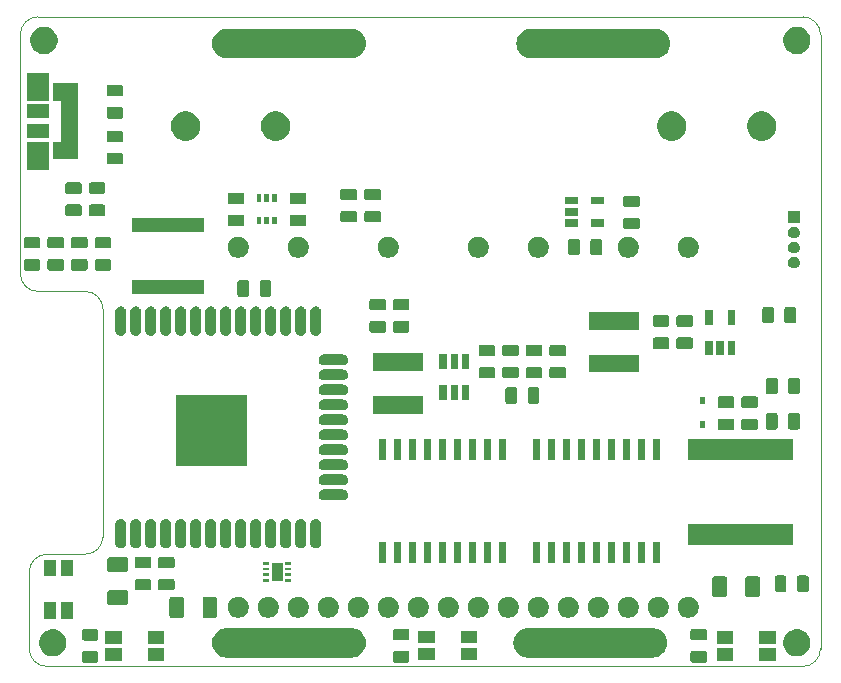
<source format=gbr>
%TF.GenerationSoftware,KiCad,Pcbnew,(5.1.0-0)*%
%TF.CreationDate,2019-05-08T03:50:09+02:00*%
%TF.ProjectId,VFD_Watch,5646445f-5761-4746-9368-2e6b69636164,rev?*%
%TF.SameCoordinates,Original*%
%TF.FileFunction,Soldermask,Top*%
%TF.FilePolarity,Negative*%
%FSLAX46Y46*%
G04 Gerber Fmt 4.6, Leading zero omitted, Abs format (unit mm)*
G04 Created by KiCad (PCBNEW (5.1.0-0)) date 2019-05-08 03:50:09*
%MOMM*%
%LPD*%
G04 APERTURE LIST*
%ADD10C,0.050000*%
%ADD11C,0.150000*%
G04 APERTURE END LIST*
D10*
X93750000Y-117000000D02*
G75*
G02X92250000Y-118500000I-1500000J0D01*
G01*
X92250000Y-96250000D02*
G75*
G02X93750000Y-97750000I0J-1500000D01*
G01*
X88250000Y-96250000D02*
G75*
G02X86750000Y-94750000I0J1500000D01*
G01*
X87500000Y-120000000D02*
G75*
G02X89000000Y-118500000I1500000J0D01*
G01*
X89000000Y-128000000D02*
G75*
G02X87500000Y-126500000I0J1500000D01*
G01*
X154500000Y-126500000D02*
G75*
G02X153000000Y-128000000I-1500000J0D01*
G01*
X153000000Y-73000000D02*
G75*
G02X154500000Y-74500000I0J-1500000D01*
G01*
X86750000Y-74500000D02*
G75*
G02X88250000Y-73000000I1500000J0D01*
G01*
X87500000Y-120000000D02*
X87500000Y-126500000D01*
X92250000Y-118500000D02*
X89000000Y-118500000D01*
X93750000Y-97750000D02*
X93750000Y-117000000D01*
X88250000Y-96250000D02*
X92250000Y-96250000D01*
X86750000Y-76750000D02*
X86750000Y-94750000D01*
X86750000Y-74500000D02*
X86750000Y-76750000D01*
X153000000Y-73000000D02*
X88250000Y-73000000D01*
X154500000Y-74500000D02*
X154500000Y-126500000D01*
X89000000Y-128000000D02*
X153000000Y-128000000D01*
D11*
G36*
X93208103Y-126707727D02*
G01*
X93241991Y-126718007D01*
X93273224Y-126734702D01*
X93300598Y-126757166D01*
X93323062Y-126784540D01*
X93339757Y-126815773D01*
X93350037Y-126849661D01*
X93354112Y-126891040D01*
X93354112Y-127491264D01*
X93350037Y-127532643D01*
X93339757Y-127566531D01*
X93323062Y-127597764D01*
X93300598Y-127625138D01*
X93273224Y-127647602D01*
X93241991Y-127664297D01*
X93208103Y-127674577D01*
X93166724Y-127678652D01*
X92141500Y-127678652D01*
X92100121Y-127674577D01*
X92066233Y-127664297D01*
X92035000Y-127647602D01*
X92007626Y-127625138D01*
X91985162Y-127597764D01*
X91968467Y-127566531D01*
X91958187Y-127532643D01*
X91954112Y-127491264D01*
X91954112Y-126891040D01*
X91958187Y-126849661D01*
X91968467Y-126815773D01*
X91985162Y-126784540D01*
X92007626Y-126757166D01*
X92035000Y-126734702D01*
X92066233Y-126718007D01*
X92100121Y-126707727D01*
X92141500Y-126703652D01*
X93166724Y-126703652D01*
X93208103Y-126707727D01*
X93208103Y-126707727D01*
G37*
G36*
X144741491Y-126704075D02*
G01*
X144775379Y-126714355D01*
X144806612Y-126731050D01*
X144833986Y-126753514D01*
X144856450Y-126780888D01*
X144873145Y-126812121D01*
X144883425Y-126846009D01*
X144887500Y-126887388D01*
X144887500Y-127487612D01*
X144883425Y-127528991D01*
X144873145Y-127562879D01*
X144856450Y-127594112D01*
X144833986Y-127621486D01*
X144806612Y-127643950D01*
X144775379Y-127660645D01*
X144741491Y-127670925D01*
X144700112Y-127675000D01*
X143674888Y-127675000D01*
X143633509Y-127670925D01*
X143599621Y-127660645D01*
X143568388Y-127643950D01*
X143541014Y-127621486D01*
X143518550Y-127594112D01*
X143501855Y-127562879D01*
X143491575Y-127528991D01*
X143487500Y-127487612D01*
X143487500Y-126887388D01*
X143491575Y-126846009D01*
X143501855Y-126812121D01*
X143518550Y-126780888D01*
X143541014Y-126753514D01*
X143568388Y-126731050D01*
X143599621Y-126714355D01*
X143633509Y-126704075D01*
X143674888Y-126700000D01*
X144700112Y-126700000D01*
X144741491Y-126704075D01*
X144741491Y-126704075D01*
G37*
G36*
X119553991Y-126704075D02*
G01*
X119587879Y-126714355D01*
X119619112Y-126731050D01*
X119646486Y-126753514D01*
X119668950Y-126780888D01*
X119685645Y-126812121D01*
X119695925Y-126846009D01*
X119700000Y-126887388D01*
X119700000Y-127487612D01*
X119695925Y-127528991D01*
X119685645Y-127562879D01*
X119668950Y-127594112D01*
X119646486Y-127621486D01*
X119619112Y-127643950D01*
X119587879Y-127660645D01*
X119553991Y-127670925D01*
X119512612Y-127675000D01*
X118487388Y-127675000D01*
X118446009Y-127670925D01*
X118412121Y-127660645D01*
X118380888Y-127643950D01*
X118353514Y-127621486D01*
X118331050Y-127594112D01*
X118314355Y-127562879D01*
X118304075Y-127528991D01*
X118300000Y-127487612D01*
X118300000Y-126887388D01*
X118304075Y-126846009D01*
X118314355Y-126812121D01*
X118331050Y-126780888D01*
X118353514Y-126753514D01*
X118380888Y-126731050D01*
X118412121Y-126714355D01*
X118446009Y-126704075D01*
X118487388Y-126700000D01*
X119512612Y-126700000D01*
X119553991Y-126704075D01*
X119553991Y-126704075D01*
G37*
G36*
X150700000Y-127525000D02*
G01*
X149300000Y-127525000D01*
X149300000Y-126475000D01*
X150700000Y-126475000D01*
X150700000Y-127525000D01*
X150700000Y-127525000D01*
G37*
G36*
X147100000Y-127525000D02*
G01*
X145700000Y-127525000D01*
X145700000Y-126475000D01*
X147100000Y-126475000D01*
X147100000Y-127525000D01*
X147100000Y-127525000D01*
G37*
G36*
X98950000Y-127525000D02*
G01*
X97550000Y-127525000D01*
X97550000Y-126475000D01*
X98950000Y-126475000D01*
X98950000Y-127525000D01*
X98950000Y-127525000D01*
G37*
G36*
X95350000Y-127525000D02*
G01*
X93950000Y-127525000D01*
X93950000Y-126475000D01*
X95350000Y-126475000D01*
X95350000Y-127525000D01*
X95350000Y-127525000D01*
G37*
G36*
X125450000Y-127495000D02*
G01*
X124050000Y-127495000D01*
X124050000Y-126445000D01*
X125450000Y-126445000D01*
X125450000Y-127495000D01*
X125450000Y-127495000D01*
G37*
G36*
X121850000Y-127495000D02*
G01*
X120450000Y-127495000D01*
X120450000Y-126445000D01*
X121850000Y-126445000D01*
X121850000Y-127495000D01*
X121850000Y-127495000D01*
G37*
G36*
X140495041Y-124768086D02*
G01*
X140612856Y-124803825D01*
X140730669Y-124839563D01*
X140730671Y-124839564D01*
X140947822Y-124955633D01*
X141138160Y-125111840D01*
X141294367Y-125302178D01*
X141410436Y-125519329D01*
X141481914Y-125754959D01*
X141506048Y-126000000D01*
X141481914Y-126245041D01*
X141481913Y-126245043D01*
X141412157Y-126475000D01*
X141410436Y-126480671D01*
X141294367Y-126697822D01*
X141138160Y-126888160D01*
X140947822Y-127044367D01*
X140832877Y-127105806D01*
X140730669Y-127160437D01*
X140612856Y-127196175D01*
X140495041Y-127231914D01*
X140311409Y-127250000D01*
X129688591Y-127250000D01*
X129504959Y-127231914D01*
X129387144Y-127196175D01*
X129269331Y-127160437D01*
X129167123Y-127105806D01*
X129052178Y-127044367D01*
X128861840Y-126888160D01*
X128705633Y-126697822D01*
X128589564Y-126480671D01*
X128587844Y-126475000D01*
X128518087Y-126245043D01*
X128518086Y-126245041D01*
X128493952Y-126000000D01*
X128518086Y-125754959D01*
X128589564Y-125519329D01*
X128705633Y-125302178D01*
X128861840Y-125111840D01*
X129052178Y-124955633D01*
X129269329Y-124839564D01*
X129269331Y-124839563D01*
X129387144Y-124803825D01*
X129504959Y-124768086D01*
X129688591Y-124750000D01*
X140311409Y-124750000D01*
X140495041Y-124768086D01*
X140495041Y-124768086D01*
G37*
G36*
X114995041Y-124768086D02*
G01*
X115112856Y-124803825D01*
X115230669Y-124839563D01*
X115230671Y-124839564D01*
X115447822Y-124955633D01*
X115638160Y-125111840D01*
X115794367Y-125302178D01*
X115910436Y-125519329D01*
X115981914Y-125754959D01*
X116006048Y-126000000D01*
X115981914Y-126245041D01*
X115981913Y-126245043D01*
X115912157Y-126475000D01*
X115910436Y-126480671D01*
X115794367Y-126697822D01*
X115638160Y-126888160D01*
X115447822Y-127044367D01*
X115332877Y-127105806D01*
X115230669Y-127160437D01*
X115112856Y-127196175D01*
X114995041Y-127231914D01*
X114811409Y-127250000D01*
X104188591Y-127250000D01*
X104004959Y-127231914D01*
X103887144Y-127196175D01*
X103769331Y-127160437D01*
X103667123Y-127105806D01*
X103552178Y-127044367D01*
X103361840Y-126888160D01*
X103205633Y-126697822D01*
X103089564Y-126480671D01*
X103087844Y-126475000D01*
X103018087Y-126245043D01*
X103018086Y-126245041D01*
X102993952Y-126000000D01*
X103018086Y-125754959D01*
X103089564Y-125519329D01*
X103205633Y-125302178D01*
X103361840Y-125111840D01*
X103552178Y-124955633D01*
X103769329Y-124839564D01*
X103769331Y-124839563D01*
X103887144Y-124803825D01*
X104004959Y-124768086D01*
X104188591Y-124750000D01*
X114811409Y-124750000D01*
X114995041Y-124768086D01*
X114995041Y-124768086D01*
G37*
G36*
X152687324Y-124864731D02*
G01*
X152835443Y-124894194D01*
X153044729Y-124980884D01*
X153233082Y-125106737D01*
X153393263Y-125266918D01*
X153519116Y-125455271D01*
X153605806Y-125664557D01*
X153650000Y-125886735D01*
X153650000Y-126113265D01*
X153605806Y-126335443D01*
X153519116Y-126544729D01*
X153393263Y-126733082D01*
X153233082Y-126893263D01*
X153044729Y-127019116D01*
X152835443Y-127105806D01*
X152687324Y-127135269D01*
X152613266Y-127150000D01*
X152386734Y-127150000D01*
X152312676Y-127135269D01*
X152164557Y-127105806D01*
X151955271Y-127019116D01*
X151766918Y-126893263D01*
X151606737Y-126733082D01*
X151480884Y-126544729D01*
X151394194Y-126335443D01*
X151350000Y-126113265D01*
X151350000Y-125886735D01*
X151394194Y-125664557D01*
X151480884Y-125455271D01*
X151606737Y-125266918D01*
X151766918Y-125106737D01*
X151955271Y-124980884D01*
X152164557Y-124894194D01*
X152312676Y-124864731D01*
X152386734Y-124850000D01*
X152613266Y-124850000D01*
X152687324Y-124864731D01*
X152687324Y-124864731D01*
G37*
G36*
X89687324Y-124864731D02*
G01*
X89835443Y-124894194D01*
X90044729Y-124980884D01*
X90233082Y-125106737D01*
X90393263Y-125266918D01*
X90519116Y-125455271D01*
X90605806Y-125664557D01*
X90650000Y-125886735D01*
X90650000Y-126113265D01*
X90605806Y-126335443D01*
X90519116Y-126544729D01*
X90393263Y-126733082D01*
X90233082Y-126893263D01*
X90044729Y-127019116D01*
X89835443Y-127105806D01*
X89687324Y-127135269D01*
X89613266Y-127150000D01*
X89386734Y-127150000D01*
X89312676Y-127135269D01*
X89164557Y-127105806D01*
X88955271Y-127019116D01*
X88766918Y-126893263D01*
X88606737Y-126733082D01*
X88480884Y-126544729D01*
X88394194Y-126335443D01*
X88350000Y-126113265D01*
X88350000Y-125886735D01*
X88394194Y-125664557D01*
X88480884Y-125455271D01*
X88606737Y-125266918D01*
X88766918Y-125106737D01*
X88955271Y-124980884D01*
X89164557Y-124894194D01*
X89312676Y-124864731D01*
X89386734Y-124850000D01*
X89613266Y-124850000D01*
X89687324Y-124864731D01*
X89687324Y-124864731D01*
G37*
G36*
X150700000Y-126085000D02*
G01*
X149300000Y-126085000D01*
X149300000Y-125035000D01*
X150700000Y-125035000D01*
X150700000Y-126085000D01*
X150700000Y-126085000D01*
G37*
G36*
X147100000Y-126085000D02*
G01*
X145700000Y-126085000D01*
X145700000Y-125035000D01*
X147100000Y-125035000D01*
X147100000Y-126085000D01*
X147100000Y-126085000D01*
G37*
G36*
X98950000Y-126085000D02*
G01*
X97550000Y-126085000D01*
X97550000Y-125035000D01*
X98950000Y-125035000D01*
X98950000Y-126085000D01*
X98950000Y-126085000D01*
G37*
G36*
X95350000Y-126085000D02*
G01*
X93950000Y-126085000D01*
X93950000Y-125035000D01*
X95350000Y-125035000D01*
X95350000Y-126085000D01*
X95350000Y-126085000D01*
G37*
G36*
X121850000Y-126055000D02*
G01*
X120450000Y-126055000D01*
X120450000Y-125005000D01*
X121850000Y-125005000D01*
X121850000Y-126055000D01*
X121850000Y-126055000D01*
G37*
G36*
X125450000Y-126055000D02*
G01*
X124050000Y-126055000D01*
X124050000Y-125005000D01*
X125450000Y-125005000D01*
X125450000Y-126055000D01*
X125450000Y-126055000D01*
G37*
G36*
X93208103Y-124832727D02*
G01*
X93241991Y-124843007D01*
X93273224Y-124859702D01*
X93300598Y-124882166D01*
X93323062Y-124909540D01*
X93339757Y-124940773D01*
X93350037Y-124974661D01*
X93354112Y-125016040D01*
X93354112Y-125616264D01*
X93350037Y-125657643D01*
X93339757Y-125691531D01*
X93323062Y-125722764D01*
X93300598Y-125750138D01*
X93273224Y-125772602D01*
X93241991Y-125789297D01*
X93208103Y-125799577D01*
X93166724Y-125803652D01*
X92141500Y-125803652D01*
X92100121Y-125799577D01*
X92066233Y-125789297D01*
X92035000Y-125772602D01*
X92007626Y-125750138D01*
X91985162Y-125722764D01*
X91968467Y-125691531D01*
X91958187Y-125657643D01*
X91954112Y-125616264D01*
X91954112Y-125016040D01*
X91958187Y-124974661D01*
X91968467Y-124940773D01*
X91985162Y-124909540D01*
X92007626Y-124882166D01*
X92035000Y-124859702D01*
X92066233Y-124843007D01*
X92100121Y-124832727D01*
X92141500Y-124828652D01*
X93166724Y-124828652D01*
X93208103Y-124832727D01*
X93208103Y-124832727D01*
G37*
G36*
X119553991Y-124829075D02*
G01*
X119587879Y-124839355D01*
X119619112Y-124856050D01*
X119646486Y-124878514D01*
X119668950Y-124905888D01*
X119685645Y-124937121D01*
X119695925Y-124971009D01*
X119700000Y-125012388D01*
X119700000Y-125612612D01*
X119695925Y-125653991D01*
X119685645Y-125687879D01*
X119668950Y-125719112D01*
X119646486Y-125746486D01*
X119619112Y-125768950D01*
X119587879Y-125785645D01*
X119553991Y-125795925D01*
X119512612Y-125800000D01*
X118487388Y-125800000D01*
X118446009Y-125795925D01*
X118412121Y-125785645D01*
X118380888Y-125768950D01*
X118353514Y-125746486D01*
X118331050Y-125719112D01*
X118314355Y-125687879D01*
X118304075Y-125653991D01*
X118300000Y-125612612D01*
X118300000Y-125012388D01*
X118304075Y-124971009D01*
X118314355Y-124937121D01*
X118331050Y-124905888D01*
X118353514Y-124878514D01*
X118380888Y-124856050D01*
X118412121Y-124839355D01*
X118446009Y-124829075D01*
X118487388Y-124825000D01*
X119512612Y-124825000D01*
X119553991Y-124829075D01*
X119553991Y-124829075D01*
G37*
G36*
X144741491Y-124829075D02*
G01*
X144775379Y-124839355D01*
X144806612Y-124856050D01*
X144833986Y-124878514D01*
X144856450Y-124905888D01*
X144873145Y-124937121D01*
X144883425Y-124971009D01*
X144887500Y-125012388D01*
X144887500Y-125612612D01*
X144883425Y-125653991D01*
X144873145Y-125687879D01*
X144856450Y-125719112D01*
X144833986Y-125746486D01*
X144806612Y-125768950D01*
X144775379Y-125785645D01*
X144741491Y-125795925D01*
X144700112Y-125800000D01*
X143674888Y-125800000D01*
X143633509Y-125795925D01*
X143599621Y-125785645D01*
X143568388Y-125768950D01*
X143541014Y-125746486D01*
X143518550Y-125719112D01*
X143501855Y-125687879D01*
X143491575Y-125653991D01*
X143487500Y-125612612D01*
X143487500Y-125012388D01*
X143491575Y-124971009D01*
X143501855Y-124937121D01*
X143518550Y-124905888D01*
X143541014Y-124878514D01*
X143568388Y-124856050D01*
X143599621Y-124839355D01*
X143633509Y-124829075D01*
X143674888Y-124825000D01*
X144700112Y-124825000D01*
X144741491Y-124829075D01*
X144741491Y-124829075D01*
G37*
G36*
X91245000Y-123950000D02*
G01*
X90195000Y-123950000D01*
X90195000Y-122550000D01*
X91245000Y-122550000D01*
X91245000Y-123950000D01*
X91245000Y-123950000D01*
G37*
G36*
X89805000Y-123950000D02*
G01*
X88755000Y-123950000D01*
X88755000Y-122550000D01*
X89805000Y-122550000D01*
X89805000Y-123950000D01*
X89805000Y-123950000D01*
G37*
G36*
X135942520Y-122124586D02*
G01*
X136068299Y-122176685D01*
X136106310Y-122192430D01*
X136253717Y-122290924D01*
X136379076Y-122416283D01*
X136477570Y-122563690D01*
X136477571Y-122563692D01*
X136545414Y-122727480D01*
X136558685Y-122794196D01*
X136580000Y-122901358D01*
X136580000Y-123078642D01*
X136545414Y-123252520D01*
X136477570Y-123416310D01*
X136379076Y-123563717D01*
X136253717Y-123689076D01*
X136106310Y-123787570D01*
X136106309Y-123787571D01*
X136106308Y-123787571D01*
X135942520Y-123855414D01*
X135768644Y-123890000D01*
X135591356Y-123890000D01*
X135417480Y-123855414D01*
X135253692Y-123787571D01*
X135253691Y-123787571D01*
X135253690Y-123787570D01*
X135106283Y-123689076D01*
X134980924Y-123563717D01*
X134882430Y-123416310D01*
X134814586Y-123252520D01*
X134780000Y-123078642D01*
X134780000Y-122901358D01*
X134801316Y-122794196D01*
X134814586Y-122727480D01*
X134882429Y-122563692D01*
X134882430Y-122563690D01*
X134980924Y-122416283D01*
X135106283Y-122290924D01*
X135253690Y-122192430D01*
X135291702Y-122176685D01*
X135417480Y-122124586D01*
X135591356Y-122090000D01*
X135768644Y-122090000D01*
X135942520Y-122124586D01*
X135942520Y-122124586D01*
G37*
G36*
X128322520Y-122124586D02*
G01*
X128448299Y-122176685D01*
X128486310Y-122192430D01*
X128633717Y-122290924D01*
X128759076Y-122416283D01*
X128857570Y-122563690D01*
X128857571Y-122563692D01*
X128925414Y-122727480D01*
X128938685Y-122794196D01*
X128960000Y-122901358D01*
X128960000Y-123078642D01*
X128925414Y-123252520D01*
X128857570Y-123416310D01*
X128759076Y-123563717D01*
X128633717Y-123689076D01*
X128486310Y-123787570D01*
X128486309Y-123787571D01*
X128486308Y-123787571D01*
X128322520Y-123855414D01*
X128148644Y-123890000D01*
X127971356Y-123890000D01*
X127797480Y-123855414D01*
X127633692Y-123787571D01*
X127633691Y-123787571D01*
X127633690Y-123787570D01*
X127486283Y-123689076D01*
X127360924Y-123563717D01*
X127262430Y-123416310D01*
X127194586Y-123252520D01*
X127160000Y-123078642D01*
X127160000Y-122901358D01*
X127181316Y-122794196D01*
X127194586Y-122727480D01*
X127262429Y-122563692D01*
X127262430Y-122563690D01*
X127360924Y-122416283D01*
X127486283Y-122290924D01*
X127633690Y-122192430D01*
X127671702Y-122176685D01*
X127797480Y-122124586D01*
X127971356Y-122090000D01*
X128148644Y-122090000D01*
X128322520Y-122124586D01*
X128322520Y-122124586D01*
G37*
G36*
X105462520Y-122124586D02*
G01*
X105588299Y-122176685D01*
X105626310Y-122192430D01*
X105773717Y-122290924D01*
X105899076Y-122416283D01*
X105997570Y-122563690D01*
X105997571Y-122563692D01*
X106065414Y-122727480D01*
X106078685Y-122794196D01*
X106100000Y-122901358D01*
X106100000Y-123078642D01*
X106065414Y-123252520D01*
X105997570Y-123416310D01*
X105899076Y-123563717D01*
X105773717Y-123689076D01*
X105626310Y-123787570D01*
X105626309Y-123787571D01*
X105626308Y-123787571D01*
X105462520Y-123855414D01*
X105288644Y-123890000D01*
X105111356Y-123890000D01*
X104937480Y-123855414D01*
X104773692Y-123787571D01*
X104773691Y-123787571D01*
X104773690Y-123787570D01*
X104626283Y-123689076D01*
X104500924Y-123563717D01*
X104402430Y-123416310D01*
X104334586Y-123252520D01*
X104300000Y-123078642D01*
X104300000Y-122901358D01*
X104321316Y-122794196D01*
X104334586Y-122727480D01*
X104402429Y-122563692D01*
X104402430Y-122563690D01*
X104500924Y-122416283D01*
X104626283Y-122290924D01*
X104773690Y-122192430D01*
X104811702Y-122176685D01*
X104937480Y-122124586D01*
X105111356Y-122090000D01*
X105288644Y-122090000D01*
X105462520Y-122124586D01*
X105462520Y-122124586D01*
G37*
G36*
X108002520Y-122124586D02*
G01*
X108128299Y-122176685D01*
X108166310Y-122192430D01*
X108313717Y-122290924D01*
X108439076Y-122416283D01*
X108537570Y-122563690D01*
X108537571Y-122563692D01*
X108605414Y-122727480D01*
X108618685Y-122794196D01*
X108640000Y-122901358D01*
X108640000Y-123078642D01*
X108605414Y-123252520D01*
X108537570Y-123416310D01*
X108439076Y-123563717D01*
X108313717Y-123689076D01*
X108166310Y-123787570D01*
X108166309Y-123787571D01*
X108166308Y-123787571D01*
X108002520Y-123855414D01*
X107828644Y-123890000D01*
X107651356Y-123890000D01*
X107477480Y-123855414D01*
X107313692Y-123787571D01*
X107313691Y-123787571D01*
X107313690Y-123787570D01*
X107166283Y-123689076D01*
X107040924Y-123563717D01*
X106942430Y-123416310D01*
X106874586Y-123252520D01*
X106840000Y-123078642D01*
X106840000Y-122901358D01*
X106861316Y-122794196D01*
X106874586Y-122727480D01*
X106942429Y-122563692D01*
X106942430Y-122563690D01*
X107040924Y-122416283D01*
X107166283Y-122290924D01*
X107313690Y-122192430D01*
X107351702Y-122176685D01*
X107477480Y-122124586D01*
X107651356Y-122090000D01*
X107828644Y-122090000D01*
X108002520Y-122124586D01*
X108002520Y-122124586D01*
G37*
G36*
X110542520Y-122124586D02*
G01*
X110668299Y-122176685D01*
X110706310Y-122192430D01*
X110853717Y-122290924D01*
X110979076Y-122416283D01*
X111077570Y-122563690D01*
X111077571Y-122563692D01*
X111145414Y-122727480D01*
X111158685Y-122794196D01*
X111180000Y-122901358D01*
X111180000Y-123078642D01*
X111145414Y-123252520D01*
X111077570Y-123416310D01*
X110979076Y-123563717D01*
X110853717Y-123689076D01*
X110706310Y-123787570D01*
X110706309Y-123787571D01*
X110706308Y-123787571D01*
X110542520Y-123855414D01*
X110368644Y-123890000D01*
X110191356Y-123890000D01*
X110017480Y-123855414D01*
X109853692Y-123787571D01*
X109853691Y-123787571D01*
X109853690Y-123787570D01*
X109706283Y-123689076D01*
X109580924Y-123563717D01*
X109482430Y-123416310D01*
X109414586Y-123252520D01*
X109380000Y-123078642D01*
X109380000Y-122901358D01*
X109401316Y-122794196D01*
X109414586Y-122727480D01*
X109482429Y-122563692D01*
X109482430Y-122563690D01*
X109580924Y-122416283D01*
X109706283Y-122290924D01*
X109853690Y-122192430D01*
X109891702Y-122176685D01*
X110017480Y-122124586D01*
X110191356Y-122090000D01*
X110368644Y-122090000D01*
X110542520Y-122124586D01*
X110542520Y-122124586D01*
G37*
G36*
X113082520Y-122124586D02*
G01*
X113208299Y-122176685D01*
X113246310Y-122192430D01*
X113393717Y-122290924D01*
X113519076Y-122416283D01*
X113617570Y-122563690D01*
X113617571Y-122563692D01*
X113685414Y-122727480D01*
X113698685Y-122794196D01*
X113720000Y-122901358D01*
X113720000Y-123078642D01*
X113685414Y-123252520D01*
X113617570Y-123416310D01*
X113519076Y-123563717D01*
X113393717Y-123689076D01*
X113246310Y-123787570D01*
X113246309Y-123787571D01*
X113246308Y-123787571D01*
X113082520Y-123855414D01*
X112908644Y-123890000D01*
X112731356Y-123890000D01*
X112557480Y-123855414D01*
X112393692Y-123787571D01*
X112393691Y-123787571D01*
X112393690Y-123787570D01*
X112246283Y-123689076D01*
X112120924Y-123563717D01*
X112022430Y-123416310D01*
X111954586Y-123252520D01*
X111920000Y-123078642D01*
X111920000Y-122901358D01*
X111941316Y-122794196D01*
X111954586Y-122727480D01*
X112022429Y-122563692D01*
X112022430Y-122563690D01*
X112120924Y-122416283D01*
X112246283Y-122290924D01*
X112393690Y-122192430D01*
X112431702Y-122176685D01*
X112557480Y-122124586D01*
X112731356Y-122090000D01*
X112908644Y-122090000D01*
X113082520Y-122124586D01*
X113082520Y-122124586D01*
G37*
G36*
X115622520Y-122124586D02*
G01*
X115748299Y-122176685D01*
X115786310Y-122192430D01*
X115933717Y-122290924D01*
X116059076Y-122416283D01*
X116157570Y-122563690D01*
X116157571Y-122563692D01*
X116225414Y-122727480D01*
X116238685Y-122794196D01*
X116260000Y-122901358D01*
X116260000Y-123078642D01*
X116225414Y-123252520D01*
X116157570Y-123416310D01*
X116059076Y-123563717D01*
X115933717Y-123689076D01*
X115786310Y-123787570D01*
X115786309Y-123787571D01*
X115786308Y-123787571D01*
X115622520Y-123855414D01*
X115448644Y-123890000D01*
X115271356Y-123890000D01*
X115097480Y-123855414D01*
X114933692Y-123787571D01*
X114933691Y-123787571D01*
X114933690Y-123787570D01*
X114786283Y-123689076D01*
X114660924Y-123563717D01*
X114562430Y-123416310D01*
X114494586Y-123252520D01*
X114460000Y-123078642D01*
X114460000Y-122901358D01*
X114481316Y-122794196D01*
X114494586Y-122727480D01*
X114562429Y-122563692D01*
X114562430Y-122563690D01*
X114660924Y-122416283D01*
X114786283Y-122290924D01*
X114933690Y-122192430D01*
X114971702Y-122176685D01*
X115097480Y-122124586D01*
X115271356Y-122090000D01*
X115448644Y-122090000D01*
X115622520Y-122124586D01*
X115622520Y-122124586D01*
G37*
G36*
X118162520Y-122124586D02*
G01*
X118288299Y-122176685D01*
X118326310Y-122192430D01*
X118473717Y-122290924D01*
X118599076Y-122416283D01*
X118697570Y-122563690D01*
X118697571Y-122563692D01*
X118765414Y-122727480D01*
X118778685Y-122794196D01*
X118800000Y-122901358D01*
X118800000Y-123078642D01*
X118765414Y-123252520D01*
X118697570Y-123416310D01*
X118599076Y-123563717D01*
X118473717Y-123689076D01*
X118326310Y-123787570D01*
X118326309Y-123787571D01*
X118326308Y-123787571D01*
X118162520Y-123855414D01*
X117988644Y-123890000D01*
X117811356Y-123890000D01*
X117637480Y-123855414D01*
X117473692Y-123787571D01*
X117473691Y-123787571D01*
X117473690Y-123787570D01*
X117326283Y-123689076D01*
X117200924Y-123563717D01*
X117102430Y-123416310D01*
X117034586Y-123252520D01*
X117000000Y-123078642D01*
X117000000Y-122901358D01*
X117021316Y-122794196D01*
X117034586Y-122727480D01*
X117102429Y-122563692D01*
X117102430Y-122563690D01*
X117200924Y-122416283D01*
X117326283Y-122290924D01*
X117473690Y-122192430D01*
X117511702Y-122176685D01*
X117637480Y-122124586D01*
X117811356Y-122090000D01*
X117988644Y-122090000D01*
X118162520Y-122124586D01*
X118162520Y-122124586D01*
G37*
G36*
X120702520Y-122124586D02*
G01*
X120828299Y-122176685D01*
X120866310Y-122192430D01*
X121013717Y-122290924D01*
X121139076Y-122416283D01*
X121237570Y-122563690D01*
X121237571Y-122563692D01*
X121305414Y-122727480D01*
X121318685Y-122794196D01*
X121340000Y-122901358D01*
X121340000Y-123078642D01*
X121305414Y-123252520D01*
X121237570Y-123416310D01*
X121139076Y-123563717D01*
X121013717Y-123689076D01*
X120866310Y-123787570D01*
X120866309Y-123787571D01*
X120866308Y-123787571D01*
X120702520Y-123855414D01*
X120528644Y-123890000D01*
X120351356Y-123890000D01*
X120177480Y-123855414D01*
X120013692Y-123787571D01*
X120013691Y-123787571D01*
X120013690Y-123787570D01*
X119866283Y-123689076D01*
X119740924Y-123563717D01*
X119642430Y-123416310D01*
X119574586Y-123252520D01*
X119540000Y-123078642D01*
X119540000Y-122901358D01*
X119561316Y-122794196D01*
X119574586Y-122727480D01*
X119642429Y-122563692D01*
X119642430Y-122563690D01*
X119740924Y-122416283D01*
X119866283Y-122290924D01*
X120013690Y-122192430D01*
X120051702Y-122176685D01*
X120177480Y-122124586D01*
X120351356Y-122090000D01*
X120528644Y-122090000D01*
X120702520Y-122124586D01*
X120702520Y-122124586D01*
G37*
G36*
X123242520Y-122124586D02*
G01*
X123368299Y-122176685D01*
X123406310Y-122192430D01*
X123553717Y-122290924D01*
X123679076Y-122416283D01*
X123777570Y-122563690D01*
X123777571Y-122563692D01*
X123845414Y-122727480D01*
X123858685Y-122794196D01*
X123880000Y-122901358D01*
X123880000Y-123078642D01*
X123845414Y-123252520D01*
X123777570Y-123416310D01*
X123679076Y-123563717D01*
X123553717Y-123689076D01*
X123406310Y-123787570D01*
X123406309Y-123787571D01*
X123406308Y-123787571D01*
X123242520Y-123855414D01*
X123068644Y-123890000D01*
X122891356Y-123890000D01*
X122717480Y-123855414D01*
X122553692Y-123787571D01*
X122553691Y-123787571D01*
X122553690Y-123787570D01*
X122406283Y-123689076D01*
X122280924Y-123563717D01*
X122182430Y-123416310D01*
X122114586Y-123252520D01*
X122080000Y-123078642D01*
X122080000Y-122901358D01*
X122101316Y-122794196D01*
X122114586Y-122727480D01*
X122182429Y-122563692D01*
X122182430Y-122563690D01*
X122280924Y-122416283D01*
X122406283Y-122290924D01*
X122553690Y-122192430D01*
X122591702Y-122176685D01*
X122717480Y-122124586D01*
X122891356Y-122090000D01*
X123068644Y-122090000D01*
X123242520Y-122124586D01*
X123242520Y-122124586D01*
G37*
G36*
X125782520Y-122124586D02*
G01*
X125908299Y-122176685D01*
X125946310Y-122192430D01*
X126093717Y-122290924D01*
X126219076Y-122416283D01*
X126317570Y-122563690D01*
X126317571Y-122563692D01*
X126385414Y-122727480D01*
X126398685Y-122794196D01*
X126420000Y-122901358D01*
X126420000Y-123078642D01*
X126385414Y-123252520D01*
X126317570Y-123416310D01*
X126219076Y-123563717D01*
X126093717Y-123689076D01*
X125946310Y-123787570D01*
X125946309Y-123787571D01*
X125946308Y-123787571D01*
X125782520Y-123855414D01*
X125608644Y-123890000D01*
X125431356Y-123890000D01*
X125257480Y-123855414D01*
X125093692Y-123787571D01*
X125093691Y-123787571D01*
X125093690Y-123787570D01*
X124946283Y-123689076D01*
X124820924Y-123563717D01*
X124722430Y-123416310D01*
X124654586Y-123252520D01*
X124620000Y-123078642D01*
X124620000Y-122901358D01*
X124641316Y-122794196D01*
X124654586Y-122727480D01*
X124722429Y-122563692D01*
X124722430Y-122563690D01*
X124820924Y-122416283D01*
X124946283Y-122290924D01*
X125093690Y-122192430D01*
X125131702Y-122176685D01*
X125257480Y-122124586D01*
X125431356Y-122090000D01*
X125608644Y-122090000D01*
X125782520Y-122124586D01*
X125782520Y-122124586D01*
G37*
G36*
X130862520Y-122124586D02*
G01*
X130988299Y-122176685D01*
X131026310Y-122192430D01*
X131173717Y-122290924D01*
X131299076Y-122416283D01*
X131397570Y-122563690D01*
X131397571Y-122563692D01*
X131465414Y-122727480D01*
X131478685Y-122794196D01*
X131500000Y-122901358D01*
X131500000Y-123078642D01*
X131465414Y-123252520D01*
X131397570Y-123416310D01*
X131299076Y-123563717D01*
X131173717Y-123689076D01*
X131026310Y-123787570D01*
X131026309Y-123787571D01*
X131026308Y-123787571D01*
X130862520Y-123855414D01*
X130688644Y-123890000D01*
X130511356Y-123890000D01*
X130337480Y-123855414D01*
X130173692Y-123787571D01*
X130173691Y-123787571D01*
X130173690Y-123787570D01*
X130026283Y-123689076D01*
X129900924Y-123563717D01*
X129802430Y-123416310D01*
X129734586Y-123252520D01*
X129700000Y-123078642D01*
X129700000Y-122901358D01*
X129721316Y-122794196D01*
X129734586Y-122727480D01*
X129802429Y-122563692D01*
X129802430Y-122563690D01*
X129900924Y-122416283D01*
X130026283Y-122290924D01*
X130173690Y-122192430D01*
X130211702Y-122176685D01*
X130337480Y-122124586D01*
X130511356Y-122090000D01*
X130688644Y-122090000D01*
X130862520Y-122124586D01*
X130862520Y-122124586D01*
G37*
G36*
X133402520Y-122124586D02*
G01*
X133528299Y-122176685D01*
X133566310Y-122192430D01*
X133713717Y-122290924D01*
X133839076Y-122416283D01*
X133937570Y-122563690D01*
X133937571Y-122563692D01*
X134005414Y-122727480D01*
X134018685Y-122794196D01*
X134040000Y-122901358D01*
X134040000Y-123078642D01*
X134005414Y-123252520D01*
X133937570Y-123416310D01*
X133839076Y-123563717D01*
X133713717Y-123689076D01*
X133566310Y-123787570D01*
X133566309Y-123787571D01*
X133566308Y-123787571D01*
X133402520Y-123855414D01*
X133228644Y-123890000D01*
X133051356Y-123890000D01*
X132877480Y-123855414D01*
X132713692Y-123787571D01*
X132713691Y-123787571D01*
X132713690Y-123787570D01*
X132566283Y-123689076D01*
X132440924Y-123563717D01*
X132342430Y-123416310D01*
X132274586Y-123252520D01*
X132240000Y-123078642D01*
X132240000Y-122901358D01*
X132261316Y-122794196D01*
X132274586Y-122727480D01*
X132342429Y-122563692D01*
X132342430Y-122563690D01*
X132440924Y-122416283D01*
X132566283Y-122290924D01*
X132713690Y-122192430D01*
X132751702Y-122176685D01*
X132877480Y-122124586D01*
X133051356Y-122090000D01*
X133228644Y-122090000D01*
X133402520Y-122124586D01*
X133402520Y-122124586D01*
G37*
G36*
X138482520Y-122124586D02*
G01*
X138608299Y-122176685D01*
X138646310Y-122192430D01*
X138793717Y-122290924D01*
X138919076Y-122416283D01*
X139017570Y-122563690D01*
X139017571Y-122563692D01*
X139085414Y-122727480D01*
X139098685Y-122794196D01*
X139120000Y-122901358D01*
X139120000Y-123078642D01*
X139085414Y-123252520D01*
X139017570Y-123416310D01*
X138919076Y-123563717D01*
X138793717Y-123689076D01*
X138646310Y-123787570D01*
X138646309Y-123787571D01*
X138646308Y-123787571D01*
X138482520Y-123855414D01*
X138308644Y-123890000D01*
X138131356Y-123890000D01*
X137957480Y-123855414D01*
X137793692Y-123787571D01*
X137793691Y-123787571D01*
X137793690Y-123787570D01*
X137646283Y-123689076D01*
X137520924Y-123563717D01*
X137422430Y-123416310D01*
X137354586Y-123252520D01*
X137320000Y-123078642D01*
X137320000Y-122901358D01*
X137341316Y-122794196D01*
X137354586Y-122727480D01*
X137422429Y-122563692D01*
X137422430Y-122563690D01*
X137520924Y-122416283D01*
X137646283Y-122290924D01*
X137793690Y-122192430D01*
X137831702Y-122176685D01*
X137957480Y-122124586D01*
X138131356Y-122090000D01*
X138308644Y-122090000D01*
X138482520Y-122124586D01*
X138482520Y-122124586D01*
G37*
G36*
X141022520Y-122124586D02*
G01*
X141148299Y-122176685D01*
X141186310Y-122192430D01*
X141333717Y-122290924D01*
X141459076Y-122416283D01*
X141557570Y-122563690D01*
X141557571Y-122563692D01*
X141625414Y-122727480D01*
X141638685Y-122794196D01*
X141660000Y-122901358D01*
X141660000Y-123078642D01*
X141625414Y-123252520D01*
X141557570Y-123416310D01*
X141459076Y-123563717D01*
X141333717Y-123689076D01*
X141186310Y-123787570D01*
X141186309Y-123787571D01*
X141186308Y-123787571D01*
X141022520Y-123855414D01*
X140848644Y-123890000D01*
X140671356Y-123890000D01*
X140497480Y-123855414D01*
X140333692Y-123787571D01*
X140333691Y-123787571D01*
X140333690Y-123787570D01*
X140186283Y-123689076D01*
X140060924Y-123563717D01*
X139962430Y-123416310D01*
X139894586Y-123252520D01*
X139860000Y-123078642D01*
X139860000Y-122901358D01*
X139881316Y-122794196D01*
X139894586Y-122727480D01*
X139962429Y-122563692D01*
X139962430Y-122563690D01*
X140060924Y-122416283D01*
X140186283Y-122290924D01*
X140333690Y-122192430D01*
X140371702Y-122176685D01*
X140497480Y-122124586D01*
X140671356Y-122090000D01*
X140848644Y-122090000D01*
X141022520Y-122124586D01*
X141022520Y-122124586D01*
G37*
G36*
X143562520Y-122124586D02*
G01*
X143688299Y-122176685D01*
X143726310Y-122192430D01*
X143873717Y-122290924D01*
X143999076Y-122416283D01*
X144097570Y-122563690D01*
X144097571Y-122563692D01*
X144165414Y-122727480D01*
X144178685Y-122794196D01*
X144200000Y-122901358D01*
X144200000Y-123078642D01*
X144165414Y-123252520D01*
X144097570Y-123416310D01*
X143999076Y-123563717D01*
X143873717Y-123689076D01*
X143726310Y-123787570D01*
X143726309Y-123787571D01*
X143726308Y-123787571D01*
X143562520Y-123855414D01*
X143388644Y-123890000D01*
X143211356Y-123890000D01*
X143037480Y-123855414D01*
X142873692Y-123787571D01*
X142873691Y-123787571D01*
X142873690Y-123787570D01*
X142726283Y-123689076D01*
X142600924Y-123563717D01*
X142502430Y-123416310D01*
X142434586Y-123252520D01*
X142400000Y-123078642D01*
X142400000Y-122901358D01*
X142421316Y-122794196D01*
X142434586Y-122727480D01*
X142502429Y-122563692D01*
X142502430Y-122563690D01*
X142600924Y-122416283D01*
X142726283Y-122290924D01*
X142873690Y-122192430D01*
X142911702Y-122176685D01*
X143037480Y-122124586D01*
X143211356Y-122090000D01*
X143388644Y-122090000D01*
X143562520Y-122124586D01*
X143562520Y-122124586D01*
G37*
G36*
X103284024Y-122128955D02*
G01*
X103316738Y-122138879D01*
X103346885Y-122154993D01*
X103373315Y-122176685D01*
X103395007Y-122203115D01*
X103411121Y-122233262D01*
X103421045Y-122265976D01*
X103425000Y-122306138D01*
X103425000Y-123693862D01*
X103421045Y-123734024D01*
X103411121Y-123766738D01*
X103395007Y-123796885D01*
X103373315Y-123823315D01*
X103346885Y-123845007D01*
X103316738Y-123861121D01*
X103284024Y-123871045D01*
X103243862Y-123875000D01*
X102356138Y-123875000D01*
X102315976Y-123871045D01*
X102283262Y-123861121D01*
X102253115Y-123845007D01*
X102226685Y-123823315D01*
X102204993Y-123796885D01*
X102188879Y-123766738D01*
X102178955Y-123734024D01*
X102175000Y-123693862D01*
X102175000Y-122306138D01*
X102178955Y-122265976D01*
X102188879Y-122233262D01*
X102204993Y-122203115D01*
X102226685Y-122176685D01*
X102253115Y-122154993D01*
X102283262Y-122138879D01*
X102315976Y-122128955D01*
X102356138Y-122125000D01*
X103243862Y-122125000D01*
X103284024Y-122128955D01*
X103284024Y-122128955D01*
G37*
G36*
X100484024Y-122128955D02*
G01*
X100516738Y-122138879D01*
X100546885Y-122154993D01*
X100573315Y-122176685D01*
X100595007Y-122203115D01*
X100611121Y-122233262D01*
X100621045Y-122265976D01*
X100625000Y-122306138D01*
X100625000Y-123693862D01*
X100621045Y-123734024D01*
X100611121Y-123766738D01*
X100595007Y-123796885D01*
X100573315Y-123823315D01*
X100546885Y-123845007D01*
X100516738Y-123861121D01*
X100484024Y-123871045D01*
X100443862Y-123875000D01*
X99556138Y-123875000D01*
X99515976Y-123871045D01*
X99483262Y-123861121D01*
X99453115Y-123845007D01*
X99426685Y-123823315D01*
X99404993Y-123796885D01*
X99388879Y-123766738D01*
X99378955Y-123734024D01*
X99375000Y-123693862D01*
X99375000Y-122306138D01*
X99378955Y-122265976D01*
X99388879Y-122233262D01*
X99404993Y-122203115D01*
X99426685Y-122176685D01*
X99453115Y-122154993D01*
X99483262Y-122138879D01*
X99515976Y-122128955D01*
X99556138Y-122125000D01*
X100443862Y-122125000D01*
X100484024Y-122128955D01*
X100484024Y-122128955D01*
G37*
G36*
X95730024Y-121552955D02*
G01*
X95762738Y-121562879D01*
X95792885Y-121578993D01*
X95819315Y-121600685D01*
X95841007Y-121627115D01*
X95857121Y-121657262D01*
X95867045Y-121689976D01*
X95871000Y-121730138D01*
X95871000Y-122617862D01*
X95867045Y-122658024D01*
X95857121Y-122690738D01*
X95841007Y-122720885D01*
X95819315Y-122747315D01*
X95792885Y-122769007D01*
X95762738Y-122785121D01*
X95730024Y-122795045D01*
X95689862Y-122799000D01*
X94302138Y-122799000D01*
X94261976Y-122795045D01*
X94229262Y-122785121D01*
X94199115Y-122769007D01*
X94172685Y-122747315D01*
X94150993Y-122720885D01*
X94134879Y-122690738D01*
X94124955Y-122658024D01*
X94121000Y-122617862D01*
X94121000Y-121730138D01*
X94124955Y-121689976D01*
X94134879Y-121657262D01*
X94150993Y-121627115D01*
X94172685Y-121600685D01*
X94199115Y-121578993D01*
X94229262Y-121562879D01*
X94261976Y-121552955D01*
X94302138Y-121549000D01*
X95689862Y-121549000D01*
X95730024Y-121552955D01*
X95730024Y-121552955D01*
G37*
G36*
X146434024Y-120378955D02*
G01*
X146466738Y-120388879D01*
X146496885Y-120404993D01*
X146523315Y-120426685D01*
X146545007Y-120453115D01*
X146561121Y-120483262D01*
X146571045Y-120515976D01*
X146575000Y-120556138D01*
X146575000Y-121943862D01*
X146571045Y-121984024D01*
X146561121Y-122016738D01*
X146545007Y-122046885D01*
X146523315Y-122073315D01*
X146496885Y-122095007D01*
X146466738Y-122111121D01*
X146434024Y-122121045D01*
X146393862Y-122125000D01*
X145506138Y-122125000D01*
X145465976Y-122121045D01*
X145433262Y-122111121D01*
X145403115Y-122095007D01*
X145376685Y-122073315D01*
X145354993Y-122046885D01*
X145338879Y-122016738D01*
X145328955Y-121984024D01*
X145325000Y-121943862D01*
X145325000Y-120556138D01*
X145328955Y-120515976D01*
X145338879Y-120483262D01*
X145354993Y-120453115D01*
X145376685Y-120426685D01*
X145403115Y-120404993D01*
X145433262Y-120388879D01*
X145465976Y-120378955D01*
X145506138Y-120375000D01*
X146393862Y-120375000D01*
X146434024Y-120378955D01*
X146434024Y-120378955D01*
G37*
G36*
X149234024Y-120378955D02*
G01*
X149266738Y-120388879D01*
X149296885Y-120404993D01*
X149323315Y-120426685D01*
X149345007Y-120453115D01*
X149361121Y-120483262D01*
X149371045Y-120515976D01*
X149375000Y-120556138D01*
X149375000Y-121943862D01*
X149371045Y-121984024D01*
X149361121Y-122016738D01*
X149345007Y-122046885D01*
X149323315Y-122073315D01*
X149296885Y-122095007D01*
X149266738Y-122111121D01*
X149234024Y-122121045D01*
X149193862Y-122125000D01*
X148306138Y-122125000D01*
X148265976Y-122121045D01*
X148233262Y-122111121D01*
X148203115Y-122095007D01*
X148176685Y-122073315D01*
X148154993Y-122046885D01*
X148138879Y-122016738D01*
X148128955Y-121984024D01*
X148125000Y-121943862D01*
X148125000Y-120556138D01*
X148128955Y-120515976D01*
X148138879Y-120483262D01*
X148154993Y-120453115D01*
X148176685Y-120426685D01*
X148203115Y-120404993D01*
X148233262Y-120388879D01*
X148265976Y-120378955D01*
X148306138Y-120375000D01*
X149193862Y-120375000D01*
X149234024Y-120378955D01*
X149234024Y-120378955D01*
G37*
G36*
X151466491Y-120304075D02*
G01*
X151500379Y-120314355D01*
X151531612Y-120331050D01*
X151558986Y-120353514D01*
X151581450Y-120380888D01*
X151598145Y-120412121D01*
X151608425Y-120446009D01*
X151612500Y-120487388D01*
X151612500Y-121512612D01*
X151608425Y-121553991D01*
X151598145Y-121587879D01*
X151581450Y-121619112D01*
X151558986Y-121646486D01*
X151531612Y-121668950D01*
X151500379Y-121685645D01*
X151466491Y-121695925D01*
X151425112Y-121700000D01*
X150824888Y-121700000D01*
X150783509Y-121695925D01*
X150749621Y-121685645D01*
X150718388Y-121668950D01*
X150691014Y-121646486D01*
X150668550Y-121619112D01*
X150651855Y-121587879D01*
X150641575Y-121553991D01*
X150637500Y-121512612D01*
X150637500Y-120487388D01*
X150641575Y-120446009D01*
X150651855Y-120412121D01*
X150668550Y-120380888D01*
X150691014Y-120353514D01*
X150718388Y-120331050D01*
X150749621Y-120314355D01*
X150783509Y-120304075D01*
X150824888Y-120300000D01*
X151425112Y-120300000D01*
X151466491Y-120304075D01*
X151466491Y-120304075D01*
G37*
G36*
X153341491Y-120304075D02*
G01*
X153375379Y-120314355D01*
X153406612Y-120331050D01*
X153433986Y-120353514D01*
X153456450Y-120380888D01*
X153473145Y-120412121D01*
X153483425Y-120446009D01*
X153487500Y-120487388D01*
X153487500Y-121512612D01*
X153483425Y-121553991D01*
X153473145Y-121587879D01*
X153456450Y-121619112D01*
X153433986Y-121646486D01*
X153406612Y-121668950D01*
X153375379Y-121685645D01*
X153341491Y-121695925D01*
X153300112Y-121700000D01*
X152699888Y-121700000D01*
X152658509Y-121695925D01*
X152624621Y-121685645D01*
X152593388Y-121668950D01*
X152566014Y-121646486D01*
X152543550Y-121619112D01*
X152526855Y-121587879D01*
X152516575Y-121553991D01*
X152512500Y-121512612D01*
X152512500Y-120487388D01*
X152516575Y-120446009D01*
X152526855Y-120412121D01*
X152543550Y-120380888D01*
X152566014Y-120353514D01*
X152593388Y-120331050D01*
X152624621Y-120314355D01*
X152658509Y-120304075D01*
X152699888Y-120300000D01*
X153300112Y-120300000D01*
X153341491Y-120304075D01*
X153341491Y-120304075D01*
G37*
G36*
X99663666Y-120597657D02*
G01*
X99697554Y-120607937D01*
X99728787Y-120624632D01*
X99756161Y-120647096D01*
X99778625Y-120674470D01*
X99795320Y-120705703D01*
X99805600Y-120739591D01*
X99809675Y-120780970D01*
X99809675Y-121381194D01*
X99805600Y-121422573D01*
X99795320Y-121456461D01*
X99778625Y-121487694D01*
X99756161Y-121515068D01*
X99728787Y-121537532D01*
X99697554Y-121554227D01*
X99663666Y-121564507D01*
X99622287Y-121568582D01*
X98597063Y-121568582D01*
X98555684Y-121564507D01*
X98521796Y-121554227D01*
X98490563Y-121537532D01*
X98463189Y-121515068D01*
X98440725Y-121487694D01*
X98424030Y-121456461D01*
X98413750Y-121422573D01*
X98409675Y-121381194D01*
X98409675Y-120780970D01*
X98413750Y-120739591D01*
X98424030Y-120705703D01*
X98440725Y-120674470D01*
X98463189Y-120647096D01*
X98490563Y-120624632D01*
X98521796Y-120607937D01*
X98555684Y-120597657D01*
X98597063Y-120593582D01*
X99622287Y-120593582D01*
X99663666Y-120597657D01*
X99663666Y-120597657D01*
G37*
G36*
X97698862Y-120597657D02*
G01*
X97732750Y-120607937D01*
X97763983Y-120624632D01*
X97791357Y-120647096D01*
X97813821Y-120674470D01*
X97830516Y-120705703D01*
X97840796Y-120739591D01*
X97844871Y-120780970D01*
X97844871Y-121381194D01*
X97840796Y-121422573D01*
X97830516Y-121456461D01*
X97813821Y-121487694D01*
X97791357Y-121515068D01*
X97763983Y-121537532D01*
X97732750Y-121554227D01*
X97698862Y-121564507D01*
X97657483Y-121568582D01*
X96632259Y-121568582D01*
X96590880Y-121564507D01*
X96556992Y-121554227D01*
X96525759Y-121537532D01*
X96498385Y-121515068D01*
X96475921Y-121487694D01*
X96459226Y-121456461D01*
X96448946Y-121422573D01*
X96444871Y-121381194D01*
X96444871Y-120780970D01*
X96448946Y-120739591D01*
X96459226Y-120705703D01*
X96475921Y-120674470D01*
X96498385Y-120647096D01*
X96525759Y-120624632D01*
X96556992Y-120607937D01*
X96590880Y-120597657D01*
X96632259Y-120593582D01*
X97657483Y-120593582D01*
X97698862Y-120597657D01*
X97698862Y-120597657D01*
G37*
G36*
X109700000Y-120875000D02*
G01*
X109200000Y-120875000D01*
X109200000Y-120625000D01*
X109700000Y-120625000D01*
X109700000Y-120875000D01*
X109700000Y-120875000D01*
G37*
G36*
X107800000Y-120875000D02*
G01*
X107300000Y-120875000D01*
X107300000Y-120625000D01*
X107800000Y-120625000D01*
X107800000Y-120875000D01*
X107800000Y-120875000D01*
G37*
G36*
X108950000Y-120800000D02*
G01*
X108050000Y-120800000D01*
X108050000Y-119200000D01*
X108950000Y-119200000D01*
X108950000Y-120800000D01*
X108950000Y-120800000D01*
G37*
G36*
X109700000Y-120375000D02*
G01*
X109200000Y-120375000D01*
X109200000Y-120125000D01*
X109700000Y-120125000D01*
X109700000Y-120375000D01*
X109700000Y-120375000D01*
G37*
G36*
X107800000Y-120375000D02*
G01*
X107300000Y-120375000D01*
X107300000Y-120125000D01*
X107800000Y-120125000D01*
X107800000Y-120375000D01*
X107800000Y-120375000D01*
G37*
G36*
X91245000Y-120350000D02*
G01*
X90195000Y-120350000D01*
X90195000Y-118950000D01*
X91245000Y-118950000D01*
X91245000Y-120350000D01*
X91245000Y-120350000D01*
G37*
G36*
X89805000Y-120350000D02*
G01*
X88755000Y-120350000D01*
X88755000Y-118950000D01*
X89805000Y-118950000D01*
X89805000Y-120350000D01*
X89805000Y-120350000D01*
G37*
G36*
X95730024Y-118752955D02*
G01*
X95762738Y-118762879D01*
X95792885Y-118778993D01*
X95819315Y-118800685D01*
X95841007Y-118827115D01*
X95857121Y-118857262D01*
X95867045Y-118889976D01*
X95871000Y-118930138D01*
X95871000Y-119817862D01*
X95867045Y-119858024D01*
X95857121Y-119890738D01*
X95841007Y-119920885D01*
X95819315Y-119947315D01*
X95792885Y-119969007D01*
X95762738Y-119985121D01*
X95730024Y-119995045D01*
X95689862Y-119999000D01*
X94302138Y-119999000D01*
X94261976Y-119995045D01*
X94229262Y-119985121D01*
X94199115Y-119969007D01*
X94172685Y-119947315D01*
X94150993Y-119920885D01*
X94134879Y-119890738D01*
X94124955Y-119858024D01*
X94121000Y-119817862D01*
X94121000Y-118930138D01*
X94124955Y-118889976D01*
X94134879Y-118857262D01*
X94150993Y-118827115D01*
X94172685Y-118800685D01*
X94199115Y-118778993D01*
X94229262Y-118762879D01*
X94261976Y-118752955D01*
X94302138Y-118749000D01*
X95689862Y-118749000D01*
X95730024Y-118752955D01*
X95730024Y-118752955D01*
G37*
G36*
X109700000Y-119875000D02*
G01*
X109200000Y-119875000D01*
X109200000Y-119625000D01*
X109700000Y-119625000D01*
X109700000Y-119875000D01*
X109700000Y-119875000D01*
G37*
G36*
X107800000Y-119875000D02*
G01*
X107300000Y-119875000D01*
X107300000Y-119625000D01*
X107800000Y-119625000D01*
X107800000Y-119875000D01*
X107800000Y-119875000D01*
G37*
G36*
X99663666Y-118722657D02*
G01*
X99697554Y-118732937D01*
X99728787Y-118749632D01*
X99756161Y-118772096D01*
X99778625Y-118799470D01*
X99795320Y-118830703D01*
X99805600Y-118864591D01*
X99809675Y-118905970D01*
X99809675Y-119506194D01*
X99805600Y-119547573D01*
X99795320Y-119581461D01*
X99778625Y-119612694D01*
X99756161Y-119640068D01*
X99728787Y-119662532D01*
X99697554Y-119679227D01*
X99663666Y-119689507D01*
X99622287Y-119693582D01*
X98597063Y-119693582D01*
X98555684Y-119689507D01*
X98521796Y-119679227D01*
X98490563Y-119662532D01*
X98463189Y-119640068D01*
X98440725Y-119612694D01*
X98424030Y-119581461D01*
X98413750Y-119547573D01*
X98409675Y-119506194D01*
X98409675Y-118905970D01*
X98413750Y-118864591D01*
X98424030Y-118830703D01*
X98440725Y-118799470D01*
X98463189Y-118772096D01*
X98490563Y-118749632D01*
X98521796Y-118732937D01*
X98555684Y-118722657D01*
X98597063Y-118718582D01*
X99622287Y-118718582D01*
X99663666Y-118722657D01*
X99663666Y-118722657D01*
G37*
G36*
X97698862Y-118722657D02*
G01*
X97732750Y-118732937D01*
X97763983Y-118749632D01*
X97791357Y-118772096D01*
X97813821Y-118799470D01*
X97830516Y-118830703D01*
X97840796Y-118864591D01*
X97844871Y-118905970D01*
X97844871Y-119506194D01*
X97840796Y-119547573D01*
X97830516Y-119581461D01*
X97813821Y-119612694D01*
X97791357Y-119640068D01*
X97763983Y-119662532D01*
X97732750Y-119679227D01*
X97698862Y-119689507D01*
X97657483Y-119693582D01*
X96632259Y-119693582D01*
X96590880Y-119689507D01*
X96556992Y-119679227D01*
X96525759Y-119662532D01*
X96498385Y-119640068D01*
X96475921Y-119612694D01*
X96459226Y-119581461D01*
X96448946Y-119547573D01*
X96444871Y-119506194D01*
X96444871Y-118905970D01*
X96448946Y-118864591D01*
X96459226Y-118830703D01*
X96475921Y-118799470D01*
X96498385Y-118772096D01*
X96525759Y-118749632D01*
X96556992Y-118732937D01*
X96590880Y-118722657D01*
X96632259Y-118718582D01*
X97657483Y-118718582D01*
X97698862Y-118722657D01*
X97698862Y-118722657D01*
G37*
G36*
X109700000Y-119375000D02*
G01*
X109200000Y-119375000D01*
X109200000Y-119125000D01*
X109700000Y-119125000D01*
X109700000Y-119375000D01*
X109700000Y-119375000D01*
G37*
G36*
X107800000Y-119375000D02*
G01*
X107300000Y-119375000D01*
X107300000Y-119125000D01*
X107800000Y-119125000D01*
X107800000Y-119375000D01*
X107800000Y-119375000D01*
G37*
G36*
X130720000Y-119225000D02*
G01*
X130120000Y-119225000D01*
X130120000Y-117500000D01*
X130720000Y-117500000D01*
X130720000Y-119225000D01*
X130720000Y-119225000D01*
G37*
G36*
X122800000Y-119225000D02*
G01*
X122200000Y-119225000D01*
X122200000Y-117500000D01*
X122800000Y-117500000D01*
X122800000Y-119225000D01*
X122800000Y-119225000D01*
G37*
G36*
X131990000Y-119225000D02*
G01*
X131390000Y-119225000D01*
X131390000Y-117500000D01*
X131990000Y-117500000D01*
X131990000Y-119225000D01*
X131990000Y-119225000D01*
G37*
G36*
X133260000Y-119225000D02*
G01*
X132660000Y-119225000D01*
X132660000Y-117500000D01*
X133260000Y-117500000D01*
X133260000Y-119225000D01*
X133260000Y-119225000D01*
G37*
G36*
X134530000Y-119225000D02*
G01*
X133930000Y-119225000D01*
X133930000Y-117500000D01*
X134530000Y-117500000D01*
X134530000Y-119225000D01*
X134530000Y-119225000D01*
G37*
G36*
X127880000Y-119225000D02*
G01*
X127280000Y-119225000D01*
X127280000Y-117500000D01*
X127880000Y-117500000D01*
X127880000Y-119225000D01*
X127880000Y-119225000D01*
G37*
G36*
X126610000Y-119225000D02*
G01*
X126010000Y-119225000D01*
X126010000Y-117500000D01*
X126610000Y-117500000D01*
X126610000Y-119225000D01*
X126610000Y-119225000D01*
G37*
G36*
X125340000Y-119225000D02*
G01*
X124740000Y-119225000D01*
X124740000Y-117500000D01*
X125340000Y-117500000D01*
X125340000Y-119225000D01*
X125340000Y-119225000D01*
G37*
G36*
X124070000Y-119225000D02*
G01*
X123470000Y-119225000D01*
X123470000Y-117500000D01*
X124070000Y-117500000D01*
X124070000Y-119225000D01*
X124070000Y-119225000D01*
G37*
G36*
X121530000Y-119225000D02*
G01*
X120930000Y-119225000D01*
X120930000Y-117500000D01*
X121530000Y-117500000D01*
X121530000Y-119225000D01*
X121530000Y-119225000D01*
G37*
G36*
X120260000Y-119225000D02*
G01*
X119660000Y-119225000D01*
X119660000Y-117500000D01*
X120260000Y-117500000D01*
X120260000Y-119225000D01*
X120260000Y-119225000D01*
G37*
G36*
X118990000Y-119225000D02*
G01*
X118390000Y-119225000D01*
X118390000Y-117500000D01*
X118990000Y-117500000D01*
X118990000Y-119225000D01*
X118990000Y-119225000D01*
G37*
G36*
X117720000Y-119225000D02*
G01*
X117120000Y-119225000D01*
X117120000Y-117500000D01*
X117720000Y-117500000D01*
X117720000Y-119225000D01*
X117720000Y-119225000D01*
G37*
G36*
X135800000Y-119225000D02*
G01*
X135200000Y-119225000D01*
X135200000Y-117500000D01*
X135800000Y-117500000D01*
X135800000Y-119225000D01*
X135800000Y-119225000D01*
G37*
G36*
X137070000Y-119225000D02*
G01*
X136470000Y-119225000D01*
X136470000Y-117500000D01*
X137070000Y-117500000D01*
X137070000Y-119225000D01*
X137070000Y-119225000D01*
G37*
G36*
X138340000Y-119225000D02*
G01*
X137740000Y-119225000D01*
X137740000Y-117500000D01*
X138340000Y-117500000D01*
X138340000Y-119225000D01*
X138340000Y-119225000D01*
G37*
G36*
X139610000Y-119225000D02*
G01*
X139010000Y-119225000D01*
X139010000Y-117500000D01*
X139610000Y-117500000D01*
X139610000Y-119225000D01*
X139610000Y-119225000D01*
G37*
G36*
X140880000Y-119225000D02*
G01*
X140280000Y-119225000D01*
X140280000Y-117500000D01*
X140880000Y-117500000D01*
X140880000Y-119225000D01*
X140880000Y-119225000D01*
G37*
G36*
X111848215Y-115506511D02*
G01*
X111933041Y-115532243D01*
X111933043Y-115532244D01*
X112011215Y-115574028D01*
X112079738Y-115630262D01*
X112135971Y-115698784D01*
X112177757Y-115776959D01*
X112203489Y-115861785D01*
X112210000Y-115927895D01*
X112210000Y-117572105D01*
X112203489Y-117638215D01*
X112177757Y-117723040D01*
X112177756Y-117723043D01*
X112135972Y-117801215D01*
X112079738Y-117869737D01*
X112011214Y-117925972D01*
X111933042Y-117967756D01*
X111933040Y-117967757D01*
X111848214Y-117993489D01*
X111760000Y-118002177D01*
X111671785Y-117993489D01*
X111586959Y-117967757D01*
X111586957Y-117967756D01*
X111508785Y-117925972D01*
X111440263Y-117869738D01*
X111384028Y-117801214D01*
X111342244Y-117723042D01*
X111342243Y-117723040D01*
X111316511Y-117638214D01*
X111310000Y-117572104D01*
X111310001Y-115927895D01*
X111316512Y-115861785D01*
X111342244Y-115776959D01*
X111384030Y-115698784D01*
X111440263Y-115630262D01*
X111508786Y-115574028D01*
X111586958Y-115532244D01*
X111586960Y-115532243D01*
X111671786Y-115506511D01*
X111760000Y-115497823D01*
X111848215Y-115506511D01*
X111848215Y-115506511D01*
G37*
G36*
X110578215Y-115506511D02*
G01*
X110663041Y-115532243D01*
X110663043Y-115532244D01*
X110741215Y-115574028D01*
X110809738Y-115630262D01*
X110865971Y-115698784D01*
X110907757Y-115776959D01*
X110933489Y-115861785D01*
X110940000Y-115927895D01*
X110940000Y-117572105D01*
X110933489Y-117638215D01*
X110907757Y-117723040D01*
X110907756Y-117723043D01*
X110865972Y-117801215D01*
X110809738Y-117869737D01*
X110741214Y-117925972D01*
X110663042Y-117967756D01*
X110663040Y-117967757D01*
X110578214Y-117993489D01*
X110490000Y-118002177D01*
X110401785Y-117993489D01*
X110316959Y-117967757D01*
X110316957Y-117967756D01*
X110238785Y-117925972D01*
X110170263Y-117869738D01*
X110114028Y-117801214D01*
X110072244Y-117723042D01*
X110072243Y-117723040D01*
X110046511Y-117638214D01*
X110040000Y-117572104D01*
X110040001Y-115927895D01*
X110046512Y-115861785D01*
X110072244Y-115776959D01*
X110114030Y-115698784D01*
X110170263Y-115630262D01*
X110238786Y-115574028D01*
X110316958Y-115532244D01*
X110316960Y-115532243D01*
X110401786Y-115506511D01*
X110490000Y-115497823D01*
X110578215Y-115506511D01*
X110578215Y-115506511D01*
G37*
G36*
X109308215Y-115506511D02*
G01*
X109393041Y-115532243D01*
X109393043Y-115532244D01*
X109471215Y-115574028D01*
X109539738Y-115630262D01*
X109595971Y-115698784D01*
X109637757Y-115776959D01*
X109663489Y-115861785D01*
X109670000Y-115927895D01*
X109670000Y-117572105D01*
X109663489Y-117638215D01*
X109637757Y-117723040D01*
X109637756Y-117723043D01*
X109595972Y-117801215D01*
X109539738Y-117869737D01*
X109471214Y-117925972D01*
X109393042Y-117967756D01*
X109393040Y-117967757D01*
X109308214Y-117993489D01*
X109220000Y-118002177D01*
X109131785Y-117993489D01*
X109046959Y-117967757D01*
X109046957Y-117967756D01*
X108968785Y-117925972D01*
X108900263Y-117869738D01*
X108844028Y-117801214D01*
X108802244Y-117723042D01*
X108802243Y-117723040D01*
X108776511Y-117638214D01*
X108770000Y-117572104D01*
X108770001Y-115927895D01*
X108776512Y-115861785D01*
X108802244Y-115776959D01*
X108844030Y-115698784D01*
X108900263Y-115630262D01*
X108968786Y-115574028D01*
X109046958Y-115532244D01*
X109046960Y-115532243D01*
X109131786Y-115506511D01*
X109220000Y-115497823D01*
X109308215Y-115506511D01*
X109308215Y-115506511D01*
G37*
G36*
X108038215Y-115506511D02*
G01*
X108123041Y-115532243D01*
X108123043Y-115532244D01*
X108201215Y-115574028D01*
X108269738Y-115630262D01*
X108325971Y-115698784D01*
X108367757Y-115776959D01*
X108393489Y-115861785D01*
X108400000Y-115927895D01*
X108400000Y-117572105D01*
X108393489Y-117638215D01*
X108367757Y-117723040D01*
X108367756Y-117723043D01*
X108325972Y-117801215D01*
X108269738Y-117869737D01*
X108201214Y-117925972D01*
X108123042Y-117967756D01*
X108123040Y-117967757D01*
X108038214Y-117993489D01*
X107950000Y-118002177D01*
X107861785Y-117993489D01*
X107776959Y-117967757D01*
X107776957Y-117967756D01*
X107698785Y-117925972D01*
X107630263Y-117869738D01*
X107574028Y-117801214D01*
X107532244Y-117723042D01*
X107532243Y-117723040D01*
X107506511Y-117638214D01*
X107500000Y-117572104D01*
X107500001Y-115927895D01*
X107506512Y-115861785D01*
X107532244Y-115776959D01*
X107574030Y-115698784D01*
X107630263Y-115630262D01*
X107698786Y-115574028D01*
X107776958Y-115532244D01*
X107776960Y-115532243D01*
X107861786Y-115506511D01*
X107950000Y-115497823D01*
X108038215Y-115506511D01*
X108038215Y-115506511D01*
G37*
G36*
X106768215Y-115506511D02*
G01*
X106853041Y-115532243D01*
X106853043Y-115532244D01*
X106931215Y-115574028D01*
X106999738Y-115630262D01*
X107055971Y-115698784D01*
X107097757Y-115776959D01*
X107123489Y-115861785D01*
X107130000Y-115927895D01*
X107130000Y-117572105D01*
X107123489Y-117638215D01*
X107097757Y-117723040D01*
X107097756Y-117723043D01*
X107055972Y-117801215D01*
X106999738Y-117869737D01*
X106931214Y-117925972D01*
X106853042Y-117967756D01*
X106853040Y-117967757D01*
X106768214Y-117993489D01*
X106680000Y-118002177D01*
X106591785Y-117993489D01*
X106506959Y-117967757D01*
X106506957Y-117967756D01*
X106428785Y-117925972D01*
X106360263Y-117869738D01*
X106304028Y-117801214D01*
X106262244Y-117723042D01*
X106262243Y-117723040D01*
X106236511Y-117638214D01*
X106230000Y-117572104D01*
X106230001Y-115927895D01*
X106236512Y-115861785D01*
X106262244Y-115776959D01*
X106304030Y-115698784D01*
X106360263Y-115630262D01*
X106428786Y-115574028D01*
X106506958Y-115532244D01*
X106506960Y-115532243D01*
X106591786Y-115506511D01*
X106680000Y-115497823D01*
X106768215Y-115506511D01*
X106768215Y-115506511D01*
G37*
G36*
X105498215Y-115506511D02*
G01*
X105583041Y-115532243D01*
X105583043Y-115532244D01*
X105661215Y-115574028D01*
X105729738Y-115630262D01*
X105785971Y-115698784D01*
X105827757Y-115776959D01*
X105853489Y-115861785D01*
X105860000Y-115927895D01*
X105860000Y-117572105D01*
X105853489Y-117638215D01*
X105827757Y-117723040D01*
X105827756Y-117723043D01*
X105785972Y-117801215D01*
X105729738Y-117869737D01*
X105661214Y-117925972D01*
X105583042Y-117967756D01*
X105583040Y-117967757D01*
X105498214Y-117993489D01*
X105410000Y-118002177D01*
X105321785Y-117993489D01*
X105236959Y-117967757D01*
X105236957Y-117967756D01*
X105158785Y-117925972D01*
X105090263Y-117869738D01*
X105034028Y-117801214D01*
X104992244Y-117723042D01*
X104992243Y-117723040D01*
X104966511Y-117638214D01*
X104960000Y-117572104D01*
X104960001Y-115927895D01*
X104966512Y-115861785D01*
X104992244Y-115776959D01*
X105034030Y-115698784D01*
X105090263Y-115630262D01*
X105158786Y-115574028D01*
X105236958Y-115532244D01*
X105236960Y-115532243D01*
X105321786Y-115506511D01*
X105410000Y-115497823D01*
X105498215Y-115506511D01*
X105498215Y-115506511D01*
G37*
G36*
X104228215Y-115506511D02*
G01*
X104313041Y-115532243D01*
X104313043Y-115532244D01*
X104391215Y-115574028D01*
X104459738Y-115630262D01*
X104515971Y-115698784D01*
X104557757Y-115776959D01*
X104583489Y-115861785D01*
X104590000Y-115927895D01*
X104590000Y-117572105D01*
X104583489Y-117638215D01*
X104557757Y-117723040D01*
X104557756Y-117723043D01*
X104515972Y-117801215D01*
X104459738Y-117869737D01*
X104391214Y-117925972D01*
X104313042Y-117967756D01*
X104313040Y-117967757D01*
X104228214Y-117993489D01*
X104140000Y-118002177D01*
X104051785Y-117993489D01*
X103966959Y-117967757D01*
X103966957Y-117967756D01*
X103888785Y-117925972D01*
X103820263Y-117869738D01*
X103764028Y-117801214D01*
X103722244Y-117723042D01*
X103722243Y-117723040D01*
X103696511Y-117638214D01*
X103690000Y-117572104D01*
X103690001Y-115927895D01*
X103696512Y-115861785D01*
X103722244Y-115776959D01*
X103764030Y-115698784D01*
X103820263Y-115630262D01*
X103888786Y-115574028D01*
X103966958Y-115532244D01*
X103966960Y-115532243D01*
X104051786Y-115506511D01*
X104140000Y-115497823D01*
X104228215Y-115506511D01*
X104228215Y-115506511D01*
G37*
G36*
X102958215Y-115506511D02*
G01*
X103043041Y-115532243D01*
X103043043Y-115532244D01*
X103121215Y-115574028D01*
X103189738Y-115630262D01*
X103245971Y-115698784D01*
X103287757Y-115776959D01*
X103313489Y-115861785D01*
X103320000Y-115927895D01*
X103320000Y-117572105D01*
X103313489Y-117638215D01*
X103287757Y-117723040D01*
X103287756Y-117723043D01*
X103245972Y-117801215D01*
X103189738Y-117869737D01*
X103121214Y-117925972D01*
X103043042Y-117967756D01*
X103043040Y-117967757D01*
X102958214Y-117993489D01*
X102870000Y-118002177D01*
X102781785Y-117993489D01*
X102696959Y-117967757D01*
X102696957Y-117967756D01*
X102618785Y-117925972D01*
X102550263Y-117869738D01*
X102494028Y-117801214D01*
X102452244Y-117723042D01*
X102452243Y-117723040D01*
X102426511Y-117638214D01*
X102420000Y-117572104D01*
X102420001Y-115927895D01*
X102426512Y-115861785D01*
X102452244Y-115776959D01*
X102494030Y-115698784D01*
X102550263Y-115630262D01*
X102618786Y-115574028D01*
X102696958Y-115532244D01*
X102696960Y-115532243D01*
X102781786Y-115506511D01*
X102870000Y-115497823D01*
X102958215Y-115506511D01*
X102958215Y-115506511D01*
G37*
G36*
X101688215Y-115506511D02*
G01*
X101773041Y-115532243D01*
X101773043Y-115532244D01*
X101851215Y-115574028D01*
X101919738Y-115630262D01*
X101975971Y-115698784D01*
X102017757Y-115776959D01*
X102043489Y-115861785D01*
X102050000Y-115927895D01*
X102050000Y-117572105D01*
X102043489Y-117638215D01*
X102017757Y-117723040D01*
X102017756Y-117723043D01*
X101975972Y-117801215D01*
X101919738Y-117869737D01*
X101851214Y-117925972D01*
X101773042Y-117967756D01*
X101773040Y-117967757D01*
X101688214Y-117993489D01*
X101600000Y-118002177D01*
X101511785Y-117993489D01*
X101426959Y-117967757D01*
X101426957Y-117967756D01*
X101348785Y-117925972D01*
X101280263Y-117869738D01*
X101224028Y-117801214D01*
X101182244Y-117723042D01*
X101182243Y-117723040D01*
X101156511Y-117638214D01*
X101150000Y-117572104D01*
X101150001Y-115927895D01*
X101156512Y-115861785D01*
X101182244Y-115776959D01*
X101224030Y-115698784D01*
X101280263Y-115630262D01*
X101348786Y-115574028D01*
X101426958Y-115532244D01*
X101426960Y-115532243D01*
X101511786Y-115506511D01*
X101600000Y-115497823D01*
X101688215Y-115506511D01*
X101688215Y-115506511D01*
G37*
G36*
X100418215Y-115506511D02*
G01*
X100503041Y-115532243D01*
X100503043Y-115532244D01*
X100581215Y-115574028D01*
X100649738Y-115630262D01*
X100705971Y-115698784D01*
X100747757Y-115776959D01*
X100773489Y-115861785D01*
X100780000Y-115927895D01*
X100780000Y-117572105D01*
X100773489Y-117638215D01*
X100747757Y-117723040D01*
X100747756Y-117723043D01*
X100705972Y-117801215D01*
X100649738Y-117869737D01*
X100581214Y-117925972D01*
X100503042Y-117967756D01*
X100503040Y-117967757D01*
X100418214Y-117993489D01*
X100330000Y-118002177D01*
X100241785Y-117993489D01*
X100156959Y-117967757D01*
X100156957Y-117967756D01*
X100078785Y-117925972D01*
X100010263Y-117869738D01*
X99954028Y-117801214D01*
X99912244Y-117723042D01*
X99912243Y-117723040D01*
X99886511Y-117638214D01*
X99880000Y-117572104D01*
X99880001Y-115927895D01*
X99886512Y-115861785D01*
X99912244Y-115776959D01*
X99954030Y-115698784D01*
X100010263Y-115630262D01*
X100078786Y-115574028D01*
X100156958Y-115532244D01*
X100156960Y-115532243D01*
X100241786Y-115506511D01*
X100330000Y-115497823D01*
X100418215Y-115506511D01*
X100418215Y-115506511D01*
G37*
G36*
X99148215Y-115506511D02*
G01*
X99233041Y-115532243D01*
X99233043Y-115532244D01*
X99311215Y-115574028D01*
X99379738Y-115630262D01*
X99435971Y-115698784D01*
X99477757Y-115776959D01*
X99503489Y-115861785D01*
X99510000Y-115927895D01*
X99510000Y-117572105D01*
X99503489Y-117638215D01*
X99477757Y-117723040D01*
X99477756Y-117723043D01*
X99435972Y-117801215D01*
X99379738Y-117869737D01*
X99311214Y-117925972D01*
X99233042Y-117967756D01*
X99233040Y-117967757D01*
X99148214Y-117993489D01*
X99060000Y-118002177D01*
X98971785Y-117993489D01*
X98886959Y-117967757D01*
X98886957Y-117967756D01*
X98808785Y-117925972D01*
X98740263Y-117869738D01*
X98684028Y-117801214D01*
X98642244Y-117723042D01*
X98642243Y-117723040D01*
X98616511Y-117638214D01*
X98610000Y-117572104D01*
X98610001Y-115927895D01*
X98616512Y-115861785D01*
X98642244Y-115776959D01*
X98684030Y-115698784D01*
X98740263Y-115630262D01*
X98808786Y-115574028D01*
X98886958Y-115532244D01*
X98886960Y-115532243D01*
X98971786Y-115506511D01*
X99060000Y-115497823D01*
X99148215Y-115506511D01*
X99148215Y-115506511D01*
G37*
G36*
X97878215Y-115506511D02*
G01*
X97963041Y-115532243D01*
X97963043Y-115532244D01*
X98041215Y-115574028D01*
X98109738Y-115630262D01*
X98165971Y-115698784D01*
X98207757Y-115776959D01*
X98233489Y-115861785D01*
X98240000Y-115927895D01*
X98240000Y-117572105D01*
X98233489Y-117638215D01*
X98207757Y-117723040D01*
X98207756Y-117723043D01*
X98165972Y-117801215D01*
X98109738Y-117869737D01*
X98041214Y-117925972D01*
X97963042Y-117967756D01*
X97963040Y-117967757D01*
X97878214Y-117993489D01*
X97790000Y-118002177D01*
X97701785Y-117993489D01*
X97616959Y-117967757D01*
X97616957Y-117967756D01*
X97538785Y-117925972D01*
X97470263Y-117869738D01*
X97414028Y-117801214D01*
X97372244Y-117723042D01*
X97372243Y-117723040D01*
X97346511Y-117638214D01*
X97340000Y-117572104D01*
X97340001Y-115927895D01*
X97346512Y-115861785D01*
X97372244Y-115776959D01*
X97414030Y-115698784D01*
X97470263Y-115630262D01*
X97538786Y-115574028D01*
X97616958Y-115532244D01*
X97616960Y-115532243D01*
X97701786Y-115506511D01*
X97790000Y-115497823D01*
X97878215Y-115506511D01*
X97878215Y-115506511D01*
G37*
G36*
X96608215Y-115506511D02*
G01*
X96693041Y-115532243D01*
X96693043Y-115532244D01*
X96771215Y-115574028D01*
X96839738Y-115630262D01*
X96895971Y-115698784D01*
X96937757Y-115776959D01*
X96963489Y-115861785D01*
X96970000Y-115927895D01*
X96970000Y-117572105D01*
X96963489Y-117638215D01*
X96937757Y-117723040D01*
X96937756Y-117723043D01*
X96895972Y-117801215D01*
X96839738Y-117869737D01*
X96771214Y-117925972D01*
X96693042Y-117967756D01*
X96693040Y-117967757D01*
X96608214Y-117993489D01*
X96520000Y-118002177D01*
X96431785Y-117993489D01*
X96346959Y-117967757D01*
X96346957Y-117967756D01*
X96268785Y-117925972D01*
X96200263Y-117869738D01*
X96144028Y-117801214D01*
X96102244Y-117723042D01*
X96102243Y-117723040D01*
X96076511Y-117638214D01*
X96070000Y-117572104D01*
X96070001Y-115927895D01*
X96076512Y-115861785D01*
X96102244Y-115776959D01*
X96144030Y-115698784D01*
X96200263Y-115630262D01*
X96268786Y-115574028D01*
X96346958Y-115532244D01*
X96346960Y-115532243D01*
X96431786Y-115506511D01*
X96520000Y-115497823D01*
X96608215Y-115506511D01*
X96608215Y-115506511D01*
G37*
G36*
X95338215Y-115506511D02*
G01*
X95423041Y-115532243D01*
X95423043Y-115532244D01*
X95501215Y-115574028D01*
X95569738Y-115630262D01*
X95625971Y-115698784D01*
X95667757Y-115776959D01*
X95693489Y-115861785D01*
X95700000Y-115927895D01*
X95700000Y-117572105D01*
X95693489Y-117638215D01*
X95667757Y-117723040D01*
X95667756Y-117723043D01*
X95625972Y-117801215D01*
X95569738Y-117869737D01*
X95501214Y-117925972D01*
X95423042Y-117967756D01*
X95423040Y-117967757D01*
X95338214Y-117993489D01*
X95250000Y-118002177D01*
X95161785Y-117993489D01*
X95076959Y-117967757D01*
X95076957Y-117967756D01*
X94998785Y-117925972D01*
X94930263Y-117869738D01*
X94874028Y-117801214D01*
X94832244Y-117723042D01*
X94832243Y-117723040D01*
X94806511Y-117638214D01*
X94800000Y-117572104D01*
X94800001Y-115927895D01*
X94806512Y-115861785D01*
X94832244Y-115776959D01*
X94874030Y-115698784D01*
X94930263Y-115630262D01*
X94998786Y-115574028D01*
X95076958Y-115532244D01*
X95076960Y-115532243D01*
X95161786Y-115506511D01*
X95250000Y-115497823D01*
X95338215Y-115506511D01*
X95338215Y-115506511D01*
G37*
G36*
X152200000Y-117725000D02*
G01*
X143300000Y-117725000D01*
X143300000Y-115975000D01*
X152200000Y-115975000D01*
X152200000Y-117725000D01*
X152200000Y-117725000D01*
G37*
G36*
X114094142Y-113017170D02*
G01*
X114138215Y-113021511D01*
X114223041Y-113047243D01*
X114223043Y-113047244D01*
X114301215Y-113089028D01*
X114369738Y-113145262D01*
X114425971Y-113213784D01*
X114467757Y-113291959D01*
X114493489Y-113376785D01*
X114502177Y-113465000D01*
X114493489Y-113553215D01*
X114467757Y-113638041D01*
X114467756Y-113638043D01*
X114425972Y-113716215D01*
X114369738Y-113784738D01*
X114301215Y-113840972D01*
X114223043Y-113882756D01*
X114223041Y-113882757D01*
X114138215Y-113908489D01*
X114094142Y-113912830D01*
X114072106Y-113915000D01*
X112427894Y-113915000D01*
X112405858Y-113912830D01*
X112361785Y-113908489D01*
X112276959Y-113882757D01*
X112276957Y-113882756D01*
X112198785Y-113840972D01*
X112130262Y-113784738D01*
X112074028Y-113716215D01*
X112032244Y-113638043D01*
X112032243Y-113638041D01*
X112006511Y-113553215D01*
X111997823Y-113465000D01*
X112006511Y-113376785D01*
X112032243Y-113291959D01*
X112074029Y-113213784D01*
X112130262Y-113145262D01*
X112198785Y-113089028D01*
X112276957Y-113047244D01*
X112276959Y-113047243D01*
X112361785Y-113021511D01*
X112405858Y-113017170D01*
X112427894Y-113015000D01*
X114072106Y-113015000D01*
X114094142Y-113017170D01*
X114094142Y-113017170D01*
G37*
G36*
X114094142Y-111747170D02*
G01*
X114138215Y-111751511D01*
X114223041Y-111777243D01*
X114223043Y-111777244D01*
X114301215Y-111819028D01*
X114369738Y-111875262D01*
X114425971Y-111943784D01*
X114467757Y-112021959D01*
X114493489Y-112106785D01*
X114502177Y-112195000D01*
X114493489Y-112283215D01*
X114467757Y-112368041D01*
X114467756Y-112368043D01*
X114425972Y-112446215D01*
X114369738Y-112514738D01*
X114301215Y-112570972D01*
X114223043Y-112612756D01*
X114223041Y-112612757D01*
X114138215Y-112638489D01*
X114094142Y-112642830D01*
X114072106Y-112645000D01*
X112427894Y-112645000D01*
X112405858Y-112642830D01*
X112361785Y-112638489D01*
X112276959Y-112612757D01*
X112276957Y-112612756D01*
X112198785Y-112570972D01*
X112130262Y-112514738D01*
X112074028Y-112446215D01*
X112032244Y-112368043D01*
X112032243Y-112368041D01*
X112006511Y-112283215D01*
X111997823Y-112195000D01*
X112006511Y-112106785D01*
X112032243Y-112021959D01*
X112074029Y-111943784D01*
X112130262Y-111875262D01*
X112198785Y-111819028D01*
X112276957Y-111777244D01*
X112276959Y-111777243D01*
X112361785Y-111751511D01*
X112405858Y-111747170D01*
X112427894Y-111745000D01*
X114072106Y-111745000D01*
X114094142Y-111747170D01*
X114094142Y-111747170D01*
G37*
G36*
X114094142Y-110477170D02*
G01*
X114138215Y-110481511D01*
X114223041Y-110507243D01*
X114223043Y-110507244D01*
X114301215Y-110549028D01*
X114369738Y-110605262D01*
X114425971Y-110673784D01*
X114467757Y-110751959D01*
X114493489Y-110836785D01*
X114502177Y-110925000D01*
X114493489Y-111013215D01*
X114467757Y-111098041D01*
X114467756Y-111098043D01*
X114425972Y-111176215D01*
X114369738Y-111244738D01*
X114301215Y-111300972D01*
X114223043Y-111342756D01*
X114223041Y-111342757D01*
X114138215Y-111368489D01*
X114094142Y-111372830D01*
X114072106Y-111375000D01*
X112427894Y-111375000D01*
X112405858Y-111372830D01*
X112361785Y-111368489D01*
X112276959Y-111342757D01*
X112276957Y-111342756D01*
X112198785Y-111300972D01*
X112130262Y-111244738D01*
X112074028Y-111176215D01*
X112032244Y-111098043D01*
X112032243Y-111098041D01*
X112006511Y-111013215D01*
X111997823Y-110925000D01*
X112006511Y-110836785D01*
X112032243Y-110751959D01*
X112074029Y-110673784D01*
X112130262Y-110605262D01*
X112198785Y-110549028D01*
X112276957Y-110507244D01*
X112276959Y-110507243D01*
X112361785Y-110481511D01*
X112405858Y-110477170D01*
X112427894Y-110475000D01*
X114072106Y-110475000D01*
X114094142Y-110477170D01*
X114094142Y-110477170D01*
G37*
G36*
X105913000Y-111004000D02*
G01*
X99913000Y-111004000D01*
X99913000Y-105004000D01*
X105913000Y-105004000D01*
X105913000Y-111004000D01*
X105913000Y-111004000D01*
G37*
G36*
X152200000Y-110525000D02*
G01*
X143300000Y-110525000D01*
X143300000Y-108775000D01*
X152200000Y-108775000D01*
X152200000Y-110525000D01*
X152200000Y-110525000D01*
G37*
G36*
X131990000Y-110500000D02*
G01*
X131390000Y-110500000D01*
X131390000Y-108775000D01*
X131990000Y-108775000D01*
X131990000Y-110500000D01*
X131990000Y-110500000D01*
G37*
G36*
X118990000Y-110500000D02*
G01*
X118390000Y-110500000D01*
X118390000Y-108775000D01*
X118990000Y-108775000D01*
X118990000Y-110500000D01*
X118990000Y-110500000D01*
G37*
G36*
X140880000Y-110500000D02*
G01*
X140280000Y-110500000D01*
X140280000Y-108775000D01*
X140880000Y-108775000D01*
X140880000Y-110500000D01*
X140880000Y-110500000D01*
G37*
G36*
X139610000Y-110500000D02*
G01*
X139010000Y-110500000D01*
X139010000Y-108775000D01*
X139610000Y-108775000D01*
X139610000Y-110500000D01*
X139610000Y-110500000D01*
G37*
G36*
X138340000Y-110500000D02*
G01*
X137740000Y-110500000D01*
X137740000Y-108775000D01*
X138340000Y-108775000D01*
X138340000Y-110500000D01*
X138340000Y-110500000D01*
G37*
G36*
X137070000Y-110500000D02*
G01*
X136470000Y-110500000D01*
X136470000Y-108775000D01*
X137070000Y-108775000D01*
X137070000Y-110500000D01*
X137070000Y-110500000D01*
G37*
G36*
X127880000Y-110500000D02*
G01*
X127280000Y-110500000D01*
X127280000Y-108775000D01*
X127880000Y-108775000D01*
X127880000Y-110500000D01*
X127880000Y-110500000D01*
G37*
G36*
X135800000Y-110500000D02*
G01*
X135200000Y-110500000D01*
X135200000Y-108775000D01*
X135800000Y-108775000D01*
X135800000Y-110500000D01*
X135800000Y-110500000D01*
G37*
G36*
X134530000Y-110500000D02*
G01*
X133930000Y-110500000D01*
X133930000Y-108775000D01*
X134530000Y-108775000D01*
X134530000Y-110500000D01*
X134530000Y-110500000D01*
G37*
G36*
X122800000Y-110500000D02*
G01*
X122200000Y-110500000D01*
X122200000Y-108775000D01*
X122800000Y-108775000D01*
X122800000Y-110500000D01*
X122800000Y-110500000D01*
G37*
G36*
X121530000Y-110500000D02*
G01*
X120930000Y-110500000D01*
X120930000Y-108775000D01*
X121530000Y-108775000D01*
X121530000Y-110500000D01*
X121530000Y-110500000D01*
G37*
G36*
X120260000Y-110500000D02*
G01*
X119660000Y-110500000D01*
X119660000Y-108775000D01*
X120260000Y-108775000D01*
X120260000Y-110500000D01*
X120260000Y-110500000D01*
G37*
G36*
X117720000Y-110500000D02*
G01*
X117120000Y-110500000D01*
X117120000Y-108775000D01*
X117720000Y-108775000D01*
X117720000Y-110500000D01*
X117720000Y-110500000D01*
G37*
G36*
X133260000Y-110500000D02*
G01*
X132660000Y-110500000D01*
X132660000Y-108775000D01*
X133260000Y-108775000D01*
X133260000Y-110500000D01*
X133260000Y-110500000D01*
G37*
G36*
X130720000Y-110500000D02*
G01*
X130120000Y-110500000D01*
X130120000Y-108775000D01*
X130720000Y-108775000D01*
X130720000Y-110500000D01*
X130720000Y-110500000D01*
G37*
G36*
X126610000Y-110500000D02*
G01*
X126010000Y-110500000D01*
X126010000Y-108775000D01*
X126610000Y-108775000D01*
X126610000Y-110500000D01*
X126610000Y-110500000D01*
G37*
G36*
X124070000Y-110500000D02*
G01*
X123470000Y-110500000D01*
X123470000Y-108775000D01*
X124070000Y-108775000D01*
X124070000Y-110500000D01*
X124070000Y-110500000D01*
G37*
G36*
X125340000Y-110500000D02*
G01*
X124740000Y-110500000D01*
X124740000Y-108775000D01*
X125340000Y-108775000D01*
X125340000Y-110500000D01*
X125340000Y-110500000D01*
G37*
G36*
X114094142Y-109207170D02*
G01*
X114138215Y-109211511D01*
X114223041Y-109237243D01*
X114223043Y-109237244D01*
X114301215Y-109279028D01*
X114369738Y-109335262D01*
X114425972Y-109403785D01*
X114434639Y-109420000D01*
X114467757Y-109481959D01*
X114493489Y-109566785D01*
X114502177Y-109655000D01*
X114493489Y-109743215D01*
X114482022Y-109781015D01*
X114467756Y-109828043D01*
X114425972Y-109906215D01*
X114369738Y-109974738D01*
X114301215Y-110030972D01*
X114223043Y-110072756D01*
X114223041Y-110072757D01*
X114138215Y-110098489D01*
X114094142Y-110102830D01*
X114072106Y-110105000D01*
X112427894Y-110105000D01*
X112405858Y-110102830D01*
X112361785Y-110098489D01*
X112276959Y-110072757D01*
X112276957Y-110072756D01*
X112198785Y-110030972D01*
X112130262Y-109974738D01*
X112074028Y-109906215D01*
X112032244Y-109828043D01*
X112017978Y-109781015D01*
X112006511Y-109743215D01*
X111997823Y-109655000D01*
X112006511Y-109566785D01*
X112032243Y-109481959D01*
X112065361Y-109420000D01*
X112074028Y-109403785D01*
X112130262Y-109335262D01*
X112198785Y-109279028D01*
X112276957Y-109237244D01*
X112276959Y-109237243D01*
X112361785Y-109211511D01*
X112405858Y-109207170D01*
X112427894Y-109205000D01*
X114072106Y-109205000D01*
X114094142Y-109207170D01*
X114094142Y-109207170D01*
G37*
G36*
X114094142Y-107937170D02*
G01*
X114138215Y-107941511D01*
X114223041Y-107967243D01*
X114223043Y-107967244D01*
X114301215Y-108009028D01*
X114369738Y-108065262D01*
X114425971Y-108133784D01*
X114467757Y-108211959D01*
X114493489Y-108296785D01*
X114502177Y-108385000D01*
X114493489Y-108473215D01*
X114467757Y-108558041D01*
X114467756Y-108558043D01*
X114425972Y-108636215D01*
X114369738Y-108704738D01*
X114301215Y-108760972D01*
X114223043Y-108802756D01*
X114223041Y-108802757D01*
X114138215Y-108828489D01*
X114094142Y-108832830D01*
X114072106Y-108835000D01*
X112427894Y-108835000D01*
X112405858Y-108832830D01*
X112361785Y-108828489D01*
X112276959Y-108802757D01*
X112276957Y-108802756D01*
X112198785Y-108760972D01*
X112130262Y-108704738D01*
X112074028Y-108636215D01*
X112032244Y-108558043D01*
X112032243Y-108558041D01*
X112006511Y-108473215D01*
X111997823Y-108385000D01*
X112006511Y-108296785D01*
X112032243Y-108211959D01*
X112074029Y-108133784D01*
X112130262Y-108065262D01*
X112198785Y-108009028D01*
X112276957Y-107967244D01*
X112276959Y-107967243D01*
X112361785Y-107941511D01*
X112405858Y-107937170D01*
X112427894Y-107935000D01*
X114072106Y-107935000D01*
X114094142Y-107937170D01*
X114094142Y-107937170D01*
G37*
G36*
X147053991Y-107016575D02*
G01*
X147087879Y-107026855D01*
X147119112Y-107043550D01*
X147146486Y-107066014D01*
X147168950Y-107093388D01*
X147185645Y-107124621D01*
X147195925Y-107158509D01*
X147200000Y-107199888D01*
X147200000Y-107800112D01*
X147195925Y-107841491D01*
X147185645Y-107875379D01*
X147168950Y-107906612D01*
X147146486Y-107933986D01*
X147119112Y-107956450D01*
X147087879Y-107973145D01*
X147053991Y-107983425D01*
X147012612Y-107987500D01*
X145987388Y-107987500D01*
X145946009Y-107983425D01*
X145912121Y-107973145D01*
X145880888Y-107956450D01*
X145853514Y-107933986D01*
X145831050Y-107906612D01*
X145814355Y-107875379D01*
X145804075Y-107841491D01*
X145800000Y-107800112D01*
X145800000Y-107199888D01*
X145804075Y-107158509D01*
X145814355Y-107124621D01*
X145831050Y-107093388D01*
X145853514Y-107066014D01*
X145880888Y-107043550D01*
X145912121Y-107026855D01*
X145946009Y-107016575D01*
X145987388Y-107012500D01*
X147012612Y-107012500D01*
X147053991Y-107016575D01*
X147053991Y-107016575D01*
G37*
G36*
X149053991Y-107016575D02*
G01*
X149087879Y-107026855D01*
X149119112Y-107043550D01*
X149146486Y-107066014D01*
X149168950Y-107093388D01*
X149185645Y-107124621D01*
X149195925Y-107158509D01*
X149200000Y-107199888D01*
X149200000Y-107800112D01*
X149195925Y-107841491D01*
X149185645Y-107875379D01*
X149168950Y-107906612D01*
X149146486Y-107933986D01*
X149119112Y-107956450D01*
X149087879Y-107973145D01*
X149053991Y-107983425D01*
X149012612Y-107987500D01*
X147987388Y-107987500D01*
X147946009Y-107983425D01*
X147912121Y-107973145D01*
X147880888Y-107956450D01*
X147853514Y-107933986D01*
X147831050Y-107906612D01*
X147814355Y-107875379D01*
X147804075Y-107841491D01*
X147800000Y-107800112D01*
X147800000Y-107199888D01*
X147804075Y-107158509D01*
X147814355Y-107124621D01*
X147831050Y-107093388D01*
X147853514Y-107066014D01*
X147880888Y-107043550D01*
X147912121Y-107026855D01*
X147946009Y-107016575D01*
X147987388Y-107012500D01*
X149012612Y-107012500D01*
X149053991Y-107016575D01*
X149053991Y-107016575D01*
G37*
G36*
X150716491Y-106554075D02*
G01*
X150750379Y-106564355D01*
X150781612Y-106581050D01*
X150808986Y-106603514D01*
X150831450Y-106630888D01*
X150848145Y-106662121D01*
X150858425Y-106696009D01*
X150862500Y-106737388D01*
X150862500Y-107762612D01*
X150858425Y-107803991D01*
X150848145Y-107837879D01*
X150831450Y-107869112D01*
X150808986Y-107896486D01*
X150781612Y-107918950D01*
X150750379Y-107935645D01*
X150716491Y-107945925D01*
X150675112Y-107950000D01*
X150074888Y-107950000D01*
X150033509Y-107945925D01*
X149999621Y-107935645D01*
X149968388Y-107918950D01*
X149941014Y-107896486D01*
X149918550Y-107869112D01*
X149901855Y-107837879D01*
X149891575Y-107803991D01*
X149887500Y-107762612D01*
X149887500Y-106737388D01*
X149891575Y-106696009D01*
X149901855Y-106662121D01*
X149918550Y-106630888D01*
X149941014Y-106603514D01*
X149968388Y-106581050D01*
X149999621Y-106564355D01*
X150033509Y-106554075D01*
X150074888Y-106550000D01*
X150675112Y-106550000D01*
X150716491Y-106554075D01*
X150716491Y-106554075D01*
G37*
G36*
X152591491Y-106554075D02*
G01*
X152625379Y-106564355D01*
X152656612Y-106581050D01*
X152683986Y-106603514D01*
X152706450Y-106630888D01*
X152723145Y-106662121D01*
X152733425Y-106696009D01*
X152737500Y-106737388D01*
X152737500Y-107762612D01*
X152733425Y-107803991D01*
X152723145Y-107837879D01*
X152706450Y-107869112D01*
X152683986Y-107896486D01*
X152656612Y-107918950D01*
X152625379Y-107935645D01*
X152591491Y-107945925D01*
X152550112Y-107950000D01*
X151949888Y-107950000D01*
X151908509Y-107945925D01*
X151874621Y-107935645D01*
X151843388Y-107918950D01*
X151816014Y-107896486D01*
X151793550Y-107869112D01*
X151776855Y-107837879D01*
X151766575Y-107803991D01*
X151762500Y-107762612D01*
X151762500Y-106737388D01*
X151766575Y-106696009D01*
X151776855Y-106662121D01*
X151793550Y-106630888D01*
X151816014Y-106603514D01*
X151843388Y-106581050D01*
X151874621Y-106564355D01*
X151908509Y-106554075D01*
X151949888Y-106550000D01*
X152550112Y-106550000D01*
X152591491Y-106554075D01*
X152591491Y-106554075D01*
G37*
G36*
X144725000Y-107850000D02*
G01*
X144275000Y-107850000D01*
X144275000Y-107250000D01*
X144725000Y-107250000D01*
X144725000Y-107850000D01*
X144725000Y-107850000D01*
G37*
G36*
X114094142Y-106667170D02*
G01*
X114138215Y-106671511D01*
X114223041Y-106697243D01*
X114223043Y-106697244D01*
X114301215Y-106739028D01*
X114369738Y-106795262D01*
X114425972Y-106863785D01*
X114467756Y-106941957D01*
X114467757Y-106941959D01*
X114493489Y-107026785D01*
X114502177Y-107115000D01*
X114493489Y-107203215D01*
X114467757Y-107288041D01*
X114467756Y-107288043D01*
X114425972Y-107366215D01*
X114369738Y-107434738D01*
X114301215Y-107490972D01*
X114223043Y-107532756D01*
X114223041Y-107532757D01*
X114138215Y-107558489D01*
X114094142Y-107562830D01*
X114072106Y-107565000D01*
X112427894Y-107565000D01*
X112405858Y-107562830D01*
X112361785Y-107558489D01*
X112276959Y-107532757D01*
X112276957Y-107532756D01*
X112198785Y-107490972D01*
X112130262Y-107434738D01*
X112074028Y-107366215D01*
X112032244Y-107288043D01*
X112032243Y-107288041D01*
X112006511Y-107203215D01*
X111997823Y-107115000D01*
X112006511Y-107026785D01*
X112032243Y-106941959D01*
X112032244Y-106941957D01*
X112074028Y-106863785D01*
X112130262Y-106795262D01*
X112198785Y-106739028D01*
X112276957Y-106697244D01*
X112276959Y-106697243D01*
X112361785Y-106671511D01*
X112405858Y-106667170D01*
X112427894Y-106665000D01*
X114072106Y-106665000D01*
X114094142Y-106667170D01*
X114094142Y-106667170D01*
G37*
G36*
X120850000Y-106600000D02*
G01*
X116650000Y-106600000D01*
X116650000Y-105100000D01*
X120850000Y-105100000D01*
X120850000Y-106600000D01*
X120850000Y-106600000D01*
G37*
G36*
X114094142Y-105397170D02*
G01*
X114138215Y-105401511D01*
X114223041Y-105427243D01*
X114223043Y-105427244D01*
X114301215Y-105469028D01*
X114369738Y-105525262D01*
X114425972Y-105593785D01*
X114462060Y-105661300D01*
X114467757Y-105671959D01*
X114493489Y-105756785D01*
X114502177Y-105845000D01*
X114493489Y-105933215D01*
X114469772Y-106011397D01*
X114467756Y-106018043D01*
X114425972Y-106096215D01*
X114369738Y-106164738D01*
X114301215Y-106220972D01*
X114223043Y-106262756D01*
X114223041Y-106262757D01*
X114138215Y-106288489D01*
X114094142Y-106292830D01*
X114072106Y-106295000D01*
X112427894Y-106295000D01*
X112405858Y-106292830D01*
X112361785Y-106288489D01*
X112276959Y-106262757D01*
X112276957Y-106262756D01*
X112198785Y-106220972D01*
X112130262Y-106164738D01*
X112074028Y-106096215D01*
X112032244Y-106018043D01*
X112030228Y-106011397D01*
X112006511Y-105933215D01*
X111997823Y-105845000D01*
X112006511Y-105756785D01*
X112032243Y-105671959D01*
X112037940Y-105661300D01*
X112074028Y-105593785D01*
X112130262Y-105525262D01*
X112198785Y-105469028D01*
X112276957Y-105427244D01*
X112276959Y-105427243D01*
X112361785Y-105401511D01*
X112405858Y-105397170D01*
X112427894Y-105395000D01*
X114072106Y-105395000D01*
X114094142Y-105397170D01*
X114094142Y-105397170D01*
G37*
G36*
X149053991Y-105141575D02*
G01*
X149087879Y-105151855D01*
X149119112Y-105168550D01*
X149146486Y-105191014D01*
X149168950Y-105218388D01*
X149185645Y-105249621D01*
X149195925Y-105283509D01*
X149200000Y-105324888D01*
X149200000Y-105925112D01*
X149195925Y-105966491D01*
X149185645Y-106000379D01*
X149168950Y-106031612D01*
X149146486Y-106058986D01*
X149119112Y-106081450D01*
X149087879Y-106098145D01*
X149053991Y-106108425D01*
X149012612Y-106112500D01*
X147987388Y-106112500D01*
X147946009Y-106108425D01*
X147912121Y-106098145D01*
X147880888Y-106081450D01*
X147853514Y-106058986D01*
X147831050Y-106031612D01*
X147814355Y-106000379D01*
X147804075Y-105966491D01*
X147800000Y-105925112D01*
X147800000Y-105324888D01*
X147804075Y-105283509D01*
X147814355Y-105249621D01*
X147831050Y-105218388D01*
X147853514Y-105191014D01*
X147880888Y-105168550D01*
X147912121Y-105151855D01*
X147946009Y-105141575D01*
X147987388Y-105137500D01*
X149012612Y-105137500D01*
X149053991Y-105141575D01*
X149053991Y-105141575D01*
G37*
G36*
X147053991Y-105141575D02*
G01*
X147087879Y-105151855D01*
X147119112Y-105168550D01*
X147146486Y-105191014D01*
X147168950Y-105218388D01*
X147185645Y-105249621D01*
X147195925Y-105283509D01*
X147200000Y-105324888D01*
X147200000Y-105925112D01*
X147195925Y-105966491D01*
X147185645Y-106000379D01*
X147168950Y-106031612D01*
X147146486Y-106058986D01*
X147119112Y-106081450D01*
X147087879Y-106098145D01*
X147053991Y-106108425D01*
X147012612Y-106112500D01*
X145987388Y-106112500D01*
X145946009Y-106108425D01*
X145912121Y-106098145D01*
X145880888Y-106081450D01*
X145853514Y-106058986D01*
X145831050Y-106031612D01*
X145814355Y-106000379D01*
X145804075Y-105966491D01*
X145800000Y-105925112D01*
X145800000Y-105324888D01*
X145804075Y-105283509D01*
X145814355Y-105249621D01*
X145831050Y-105218388D01*
X145853514Y-105191014D01*
X145880888Y-105168550D01*
X145912121Y-105151855D01*
X145946009Y-105141575D01*
X145987388Y-105137500D01*
X147012612Y-105137500D01*
X147053991Y-105141575D01*
X147053991Y-105141575D01*
G37*
G36*
X128653991Y-104366575D02*
G01*
X128687879Y-104376855D01*
X128719112Y-104393550D01*
X128746486Y-104416014D01*
X128768950Y-104443388D01*
X128785645Y-104474621D01*
X128795925Y-104508509D01*
X128800000Y-104549888D01*
X128800000Y-105575112D01*
X128795925Y-105616491D01*
X128785645Y-105650379D01*
X128768950Y-105681612D01*
X128746486Y-105708986D01*
X128719112Y-105731450D01*
X128687879Y-105748145D01*
X128653991Y-105758425D01*
X128612612Y-105762500D01*
X128012388Y-105762500D01*
X127971009Y-105758425D01*
X127937121Y-105748145D01*
X127905888Y-105731450D01*
X127878514Y-105708986D01*
X127856050Y-105681612D01*
X127839355Y-105650379D01*
X127829075Y-105616491D01*
X127825000Y-105575112D01*
X127825000Y-104549888D01*
X127829075Y-104508509D01*
X127839355Y-104474621D01*
X127856050Y-104443388D01*
X127878514Y-104416014D01*
X127905888Y-104393550D01*
X127937121Y-104376855D01*
X127971009Y-104366575D01*
X128012388Y-104362500D01*
X128612612Y-104362500D01*
X128653991Y-104366575D01*
X128653991Y-104366575D01*
G37*
G36*
X130528991Y-104366575D02*
G01*
X130562879Y-104376855D01*
X130594112Y-104393550D01*
X130621486Y-104416014D01*
X130643950Y-104443388D01*
X130660645Y-104474621D01*
X130670925Y-104508509D01*
X130675000Y-104549888D01*
X130675000Y-105575112D01*
X130670925Y-105616491D01*
X130660645Y-105650379D01*
X130643950Y-105681612D01*
X130621486Y-105708986D01*
X130594112Y-105731450D01*
X130562879Y-105748145D01*
X130528991Y-105758425D01*
X130487612Y-105762500D01*
X129887388Y-105762500D01*
X129846009Y-105758425D01*
X129812121Y-105748145D01*
X129780888Y-105731450D01*
X129753514Y-105708986D01*
X129731050Y-105681612D01*
X129714355Y-105650379D01*
X129704075Y-105616491D01*
X129700000Y-105575112D01*
X129700000Y-104549888D01*
X129704075Y-104508509D01*
X129714355Y-104474621D01*
X129731050Y-104443388D01*
X129753514Y-104416014D01*
X129780888Y-104393550D01*
X129812121Y-104376855D01*
X129846009Y-104366575D01*
X129887388Y-104362500D01*
X130487612Y-104362500D01*
X130528991Y-104366575D01*
X130528991Y-104366575D01*
G37*
G36*
X144725000Y-105750000D02*
G01*
X144275000Y-105750000D01*
X144275000Y-105150000D01*
X144725000Y-105150000D01*
X144725000Y-105750000D01*
X144725000Y-105750000D01*
G37*
G36*
X124775000Y-105420000D02*
G01*
X124125000Y-105420000D01*
X124125000Y-104200000D01*
X124775000Y-104200000D01*
X124775000Y-105420000D01*
X124775000Y-105420000D01*
G37*
G36*
X122875000Y-105420000D02*
G01*
X122225000Y-105420000D01*
X122225000Y-104200000D01*
X122875000Y-104200000D01*
X122875000Y-105420000D01*
X122875000Y-105420000D01*
G37*
G36*
X123825000Y-105420000D02*
G01*
X123175000Y-105420000D01*
X123175000Y-104200000D01*
X123825000Y-104200000D01*
X123825000Y-105420000D01*
X123825000Y-105420000D01*
G37*
G36*
X114094142Y-104127170D02*
G01*
X114138215Y-104131511D01*
X114223041Y-104157243D01*
X114223043Y-104157244D01*
X114301215Y-104199028D01*
X114369738Y-104255262D01*
X114425972Y-104323785D01*
X114456583Y-104381054D01*
X114467757Y-104401959D01*
X114493489Y-104486785D01*
X114502177Y-104575000D01*
X114493489Y-104663215D01*
X114480434Y-104706250D01*
X114467756Y-104748043D01*
X114425972Y-104826215D01*
X114369738Y-104894738D01*
X114301215Y-104950972D01*
X114223043Y-104992756D01*
X114223041Y-104992757D01*
X114138215Y-105018489D01*
X114094142Y-105022830D01*
X114072106Y-105025000D01*
X112427894Y-105025000D01*
X112405858Y-105022830D01*
X112361785Y-105018489D01*
X112276959Y-104992757D01*
X112276957Y-104992756D01*
X112198785Y-104950972D01*
X112130262Y-104894738D01*
X112074028Y-104826215D01*
X112032244Y-104748043D01*
X112019566Y-104706250D01*
X112006511Y-104663215D01*
X111997823Y-104575000D01*
X112006511Y-104486785D01*
X112032243Y-104401959D01*
X112043417Y-104381054D01*
X112074028Y-104323785D01*
X112130262Y-104255262D01*
X112198785Y-104199028D01*
X112276957Y-104157244D01*
X112276959Y-104157243D01*
X112361785Y-104131511D01*
X112405858Y-104127170D01*
X112427894Y-104125000D01*
X114072106Y-104125000D01*
X114094142Y-104127170D01*
X114094142Y-104127170D01*
G37*
G36*
X152591491Y-103554075D02*
G01*
X152625379Y-103564355D01*
X152656612Y-103581050D01*
X152683986Y-103603514D01*
X152706450Y-103630888D01*
X152723145Y-103662121D01*
X152733425Y-103696009D01*
X152737500Y-103737388D01*
X152737500Y-104762612D01*
X152733425Y-104803991D01*
X152723145Y-104837879D01*
X152706450Y-104869112D01*
X152683986Y-104896486D01*
X152656612Y-104918950D01*
X152625379Y-104935645D01*
X152591491Y-104945925D01*
X152550112Y-104950000D01*
X151949888Y-104950000D01*
X151908509Y-104945925D01*
X151874621Y-104935645D01*
X151843388Y-104918950D01*
X151816014Y-104896486D01*
X151793550Y-104869112D01*
X151776855Y-104837879D01*
X151766575Y-104803991D01*
X151762500Y-104762612D01*
X151762500Y-103737388D01*
X151766575Y-103696009D01*
X151776855Y-103662121D01*
X151793550Y-103630888D01*
X151816014Y-103603514D01*
X151843388Y-103581050D01*
X151874621Y-103564355D01*
X151908509Y-103554075D01*
X151949888Y-103550000D01*
X152550112Y-103550000D01*
X152591491Y-103554075D01*
X152591491Y-103554075D01*
G37*
G36*
X150716491Y-103554075D02*
G01*
X150750379Y-103564355D01*
X150781612Y-103581050D01*
X150808986Y-103603514D01*
X150831450Y-103630888D01*
X150848145Y-103662121D01*
X150858425Y-103696009D01*
X150862500Y-103737388D01*
X150862500Y-104762612D01*
X150858425Y-104803991D01*
X150848145Y-104837879D01*
X150831450Y-104869112D01*
X150808986Y-104896486D01*
X150781612Y-104918950D01*
X150750379Y-104935645D01*
X150716491Y-104945925D01*
X150675112Y-104950000D01*
X150074888Y-104950000D01*
X150033509Y-104945925D01*
X149999621Y-104935645D01*
X149968388Y-104918950D01*
X149941014Y-104896486D01*
X149918550Y-104869112D01*
X149901855Y-104837879D01*
X149891575Y-104803991D01*
X149887500Y-104762612D01*
X149887500Y-103737388D01*
X149891575Y-103696009D01*
X149901855Y-103662121D01*
X149918550Y-103630888D01*
X149941014Y-103603514D01*
X149968388Y-103581050D01*
X149999621Y-103564355D01*
X150033509Y-103554075D01*
X150074888Y-103550000D01*
X150675112Y-103550000D01*
X150716491Y-103554075D01*
X150716491Y-103554075D01*
G37*
G36*
X114094142Y-102857170D02*
G01*
X114138215Y-102861511D01*
X114223041Y-102887243D01*
X114223043Y-102887244D01*
X114301215Y-102929028D01*
X114369738Y-102985262D01*
X114425972Y-103053785D01*
X114467756Y-103131957D01*
X114467757Y-103131959D01*
X114493489Y-103216785D01*
X114502177Y-103305000D01*
X114493489Y-103393215D01*
X114467757Y-103478041D01*
X114467756Y-103478043D01*
X114425972Y-103556215D01*
X114369738Y-103624738D01*
X114301215Y-103680972D01*
X114264735Y-103700471D01*
X114223041Y-103722757D01*
X114138215Y-103748489D01*
X114094142Y-103752830D01*
X114072106Y-103755000D01*
X112427894Y-103755000D01*
X112405858Y-103752830D01*
X112361785Y-103748489D01*
X112276959Y-103722757D01*
X112235265Y-103700471D01*
X112198785Y-103680972D01*
X112130262Y-103624738D01*
X112074028Y-103556215D01*
X112032244Y-103478043D01*
X112032243Y-103478041D01*
X112006511Y-103393215D01*
X111997823Y-103305000D01*
X112006511Y-103216785D01*
X112032243Y-103131959D01*
X112032244Y-103131957D01*
X112074028Y-103053785D01*
X112130262Y-102985262D01*
X112198785Y-102929028D01*
X112276957Y-102887244D01*
X112276959Y-102887243D01*
X112361785Y-102861511D01*
X112405858Y-102857170D01*
X112427894Y-102855000D01*
X114072106Y-102855000D01*
X114094142Y-102857170D01*
X114094142Y-102857170D01*
G37*
G36*
X128803991Y-102641575D02*
G01*
X128837879Y-102651855D01*
X128869112Y-102668550D01*
X128896486Y-102691014D01*
X128918950Y-102718388D01*
X128935645Y-102749621D01*
X128945925Y-102783509D01*
X128950000Y-102824888D01*
X128950000Y-103425112D01*
X128945925Y-103466491D01*
X128935645Y-103500379D01*
X128918950Y-103531612D01*
X128896486Y-103558986D01*
X128869112Y-103581450D01*
X128837879Y-103598145D01*
X128803991Y-103608425D01*
X128762612Y-103612500D01*
X127737388Y-103612500D01*
X127696009Y-103608425D01*
X127662121Y-103598145D01*
X127630888Y-103581450D01*
X127603514Y-103558986D01*
X127581050Y-103531612D01*
X127564355Y-103500379D01*
X127554075Y-103466491D01*
X127550000Y-103425112D01*
X127550000Y-102824888D01*
X127554075Y-102783509D01*
X127564355Y-102749621D01*
X127581050Y-102718388D01*
X127603514Y-102691014D01*
X127630888Y-102668550D01*
X127662121Y-102651855D01*
X127696009Y-102641575D01*
X127737388Y-102637500D01*
X128762612Y-102637500D01*
X128803991Y-102641575D01*
X128803991Y-102641575D01*
G37*
G36*
X132803991Y-102641575D02*
G01*
X132837879Y-102651855D01*
X132869112Y-102668550D01*
X132896486Y-102691014D01*
X132918950Y-102718388D01*
X132935645Y-102749621D01*
X132945925Y-102783509D01*
X132950000Y-102824888D01*
X132950000Y-103425112D01*
X132945925Y-103466491D01*
X132935645Y-103500379D01*
X132918950Y-103531612D01*
X132896486Y-103558986D01*
X132869112Y-103581450D01*
X132837879Y-103598145D01*
X132803991Y-103608425D01*
X132762612Y-103612500D01*
X131737388Y-103612500D01*
X131696009Y-103608425D01*
X131662121Y-103598145D01*
X131630888Y-103581450D01*
X131603514Y-103558986D01*
X131581050Y-103531612D01*
X131564355Y-103500379D01*
X131554075Y-103466491D01*
X131550000Y-103425112D01*
X131550000Y-102824888D01*
X131554075Y-102783509D01*
X131564355Y-102749621D01*
X131581050Y-102718388D01*
X131603514Y-102691014D01*
X131630888Y-102668550D01*
X131662121Y-102651855D01*
X131696009Y-102641575D01*
X131737388Y-102637500D01*
X132762612Y-102637500D01*
X132803991Y-102641575D01*
X132803991Y-102641575D01*
G37*
G36*
X130803991Y-102641575D02*
G01*
X130837879Y-102651855D01*
X130869112Y-102668550D01*
X130896486Y-102691014D01*
X130918950Y-102718388D01*
X130935645Y-102749621D01*
X130945925Y-102783509D01*
X130950000Y-102824888D01*
X130950000Y-103425112D01*
X130945925Y-103466491D01*
X130935645Y-103500379D01*
X130918950Y-103531612D01*
X130896486Y-103558986D01*
X130869112Y-103581450D01*
X130837879Y-103598145D01*
X130803991Y-103608425D01*
X130762612Y-103612500D01*
X129737388Y-103612500D01*
X129696009Y-103608425D01*
X129662121Y-103598145D01*
X129630888Y-103581450D01*
X129603514Y-103558986D01*
X129581050Y-103531612D01*
X129564355Y-103500379D01*
X129554075Y-103466491D01*
X129550000Y-103425112D01*
X129550000Y-102824888D01*
X129554075Y-102783509D01*
X129564355Y-102749621D01*
X129581050Y-102718388D01*
X129603514Y-102691014D01*
X129630888Y-102668550D01*
X129662121Y-102651855D01*
X129696009Y-102641575D01*
X129737388Y-102637500D01*
X130762612Y-102637500D01*
X130803991Y-102641575D01*
X130803991Y-102641575D01*
G37*
G36*
X126803991Y-102641575D02*
G01*
X126837879Y-102651855D01*
X126869112Y-102668550D01*
X126896486Y-102691014D01*
X126918950Y-102718388D01*
X126935645Y-102749621D01*
X126945925Y-102783509D01*
X126950000Y-102824888D01*
X126950000Y-103425112D01*
X126945925Y-103466491D01*
X126935645Y-103500379D01*
X126918950Y-103531612D01*
X126896486Y-103558986D01*
X126869112Y-103581450D01*
X126837879Y-103598145D01*
X126803991Y-103608425D01*
X126762612Y-103612500D01*
X125737388Y-103612500D01*
X125696009Y-103608425D01*
X125662121Y-103598145D01*
X125630888Y-103581450D01*
X125603514Y-103558986D01*
X125581050Y-103531612D01*
X125564355Y-103500379D01*
X125554075Y-103466491D01*
X125550000Y-103425112D01*
X125550000Y-102824888D01*
X125554075Y-102783509D01*
X125564355Y-102749621D01*
X125581050Y-102718388D01*
X125603514Y-102691014D01*
X125630888Y-102668550D01*
X125662121Y-102651855D01*
X125696009Y-102641575D01*
X125737388Y-102637500D01*
X126762612Y-102637500D01*
X126803991Y-102641575D01*
X126803991Y-102641575D01*
G37*
G36*
X139100000Y-103100000D02*
G01*
X134900000Y-103100000D01*
X134900000Y-101600000D01*
X139100000Y-101600000D01*
X139100000Y-103100000D01*
X139100000Y-103100000D01*
G37*
G36*
X120850000Y-103000000D02*
G01*
X116650000Y-103000000D01*
X116650000Y-101500000D01*
X120850000Y-101500000D01*
X120850000Y-103000000D01*
X120850000Y-103000000D01*
G37*
G36*
X123825000Y-102800000D02*
G01*
X123175000Y-102800000D01*
X123175000Y-101580000D01*
X123825000Y-101580000D01*
X123825000Y-102800000D01*
X123825000Y-102800000D01*
G37*
G36*
X124775000Y-102800000D02*
G01*
X124125000Y-102800000D01*
X124125000Y-101580000D01*
X124775000Y-101580000D01*
X124775000Y-102800000D01*
X124775000Y-102800000D01*
G37*
G36*
X122875000Y-102800000D02*
G01*
X122225000Y-102800000D01*
X122225000Y-101580000D01*
X122875000Y-101580000D01*
X122875000Y-102800000D01*
X122875000Y-102800000D01*
G37*
G36*
X114092707Y-101587029D02*
G01*
X114138215Y-101591511D01*
X114223041Y-101617243D01*
X114223043Y-101617244D01*
X114301215Y-101659028D01*
X114369738Y-101715262D01*
X114425971Y-101783784D01*
X114467757Y-101861959D01*
X114493489Y-101946785D01*
X114502177Y-102035000D01*
X114493489Y-102123215D01*
X114467757Y-102208041D01*
X114467756Y-102208043D01*
X114425972Y-102286215D01*
X114369738Y-102354738D01*
X114301215Y-102410972D01*
X114223043Y-102452756D01*
X114223041Y-102452757D01*
X114138215Y-102478489D01*
X114094142Y-102482830D01*
X114072106Y-102485000D01*
X112427894Y-102485000D01*
X112405858Y-102482830D01*
X112361785Y-102478489D01*
X112276959Y-102452757D01*
X112276957Y-102452756D01*
X112198785Y-102410972D01*
X112130262Y-102354738D01*
X112074028Y-102286215D01*
X112032244Y-102208043D01*
X112032243Y-102208041D01*
X112006511Y-102123215D01*
X111997823Y-102035000D01*
X112006511Y-101946785D01*
X112032243Y-101861959D01*
X112074029Y-101783784D01*
X112130262Y-101715262D01*
X112198785Y-101659028D01*
X112276957Y-101617244D01*
X112276959Y-101617243D01*
X112361785Y-101591511D01*
X112407293Y-101587029D01*
X112427894Y-101585000D01*
X114072106Y-101585000D01*
X114092707Y-101587029D01*
X114092707Y-101587029D01*
G37*
G36*
X126803991Y-100766575D02*
G01*
X126837879Y-100776855D01*
X126869112Y-100793550D01*
X126896486Y-100816014D01*
X126918950Y-100843388D01*
X126935645Y-100874621D01*
X126945925Y-100908509D01*
X126950000Y-100949888D01*
X126950000Y-101550112D01*
X126945925Y-101591491D01*
X126935645Y-101625379D01*
X126918950Y-101656612D01*
X126896486Y-101683986D01*
X126869112Y-101706450D01*
X126837879Y-101723145D01*
X126803991Y-101733425D01*
X126762612Y-101737500D01*
X125737388Y-101737500D01*
X125696009Y-101733425D01*
X125662121Y-101723145D01*
X125630888Y-101706450D01*
X125603514Y-101683986D01*
X125581050Y-101656612D01*
X125564355Y-101625379D01*
X125554075Y-101591491D01*
X125550000Y-101550112D01*
X125550000Y-100949888D01*
X125554075Y-100908509D01*
X125564355Y-100874621D01*
X125581050Y-100843388D01*
X125603514Y-100816014D01*
X125630888Y-100793550D01*
X125662121Y-100776855D01*
X125696009Y-100766575D01*
X125737388Y-100762500D01*
X126762612Y-100762500D01*
X126803991Y-100766575D01*
X126803991Y-100766575D01*
G37*
G36*
X130803991Y-100766575D02*
G01*
X130837879Y-100776855D01*
X130869112Y-100793550D01*
X130896486Y-100816014D01*
X130918950Y-100843388D01*
X130935645Y-100874621D01*
X130945925Y-100908509D01*
X130950000Y-100949888D01*
X130950000Y-101550112D01*
X130945925Y-101591491D01*
X130935645Y-101625379D01*
X130918950Y-101656612D01*
X130896486Y-101683986D01*
X130869112Y-101706450D01*
X130837879Y-101723145D01*
X130803991Y-101733425D01*
X130762612Y-101737500D01*
X129737388Y-101737500D01*
X129696009Y-101733425D01*
X129662121Y-101723145D01*
X129630888Y-101706450D01*
X129603514Y-101683986D01*
X129581050Y-101656612D01*
X129564355Y-101625379D01*
X129554075Y-101591491D01*
X129550000Y-101550112D01*
X129550000Y-100949888D01*
X129554075Y-100908509D01*
X129564355Y-100874621D01*
X129581050Y-100843388D01*
X129603514Y-100816014D01*
X129630888Y-100793550D01*
X129662121Y-100776855D01*
X129696009Y-100766575D01*
X129737388Y-100762500D01*
X130762612Y-100762500D01*
X130803991Y-100766575D01*
X130803991Y-100766575D01*
G37*
G36*
X132803991Y-100766575D02*
G01*
X132837879Y-100776855D01*
X132869112Y-100793550D01*
X132896486Y-100816014D01*
X132918950Y-100843388D01*
X132935645Y-100874621D01*
X132945925Y-100908509D01*
X132950000Y-100949888D01*
X132950000Y-101550112D01*
X132945925Y-101591491D01*
X132935645Y-101625379D01*
X132918950Y-101656612D01*
X132896486Y-101683986D01*
X132869112Y-101706450D01*
X132837879Y-101723145D01*
X132803991Y-101733425D01*
X132762612Y-101737500D01*
X131737388Y-101737500D01*
X131696009Y-101733425D01*
X131662121Y-101723145D01*
X131630888Y-101706450D01*
X131603514Y-101683986D01*
X131581050Y-101656612D01*
X131564355Y-101625379D01*
X131554075Y-101591491D01*
X131550000Y-101550112D01*
X131550000Y-100949888D01*
X131554075Y-100908509D01*
X131564355Y-100874621D01*
X131581050Y-100843388D01*
X131603514Y-100816014D01*
X131630888Y-100793550D01*
X131662121Y-100776855D01*
X131696009Y-100766575D01*
X131737388Y-100762500D01*
X132762612Y-100762500D01*
X132803991Y-100766575D01*
X132803991Y-100766575D01*
G37*
G36*
X128803991Y-100766575D02*
G01*
X128837879Y-100776855D01*
X128869112Y-100793550D01*
X128896486Y-100816014D01*
X128918950Y-100843388D01*
X128935645Y-100874621D01*
X128945925Y-100908509D01*
X128950000Y-100949888D01*
X128950000Y-101550112D01*
X128945925Y-101591491D01*
X128935645Y-101625379D01*
X128918950Y-101656612D01*
X128896486Y-101683986D01*
X128869112Y-101706450D01*
X128837879Y-101723145D01*
X128803991Y-101733425D01*
X128762612Y-101737500D01*
X127737388Y-101737500D01*
X127696009Y-101733425D01*
X127662121Y-101723145D01*
X127630888Y-101706450D01*
X127603514Y-101683986D01*
X127581050Y-101656612D01*
X127564355Y-101625379D01*
X127554075Y-101591491D01*
X127550000Y-101550112D01*
X127550000Y-100949888D01*
X127554075Y-100908509D01*
X127564355Y-100874621D01*
X127581050Y-100843388D01*
X127603514Y-100816014D01*
X127630888Y-100793550D01*
X127662121Y-100776855D01*
X127696009Y-100766575D01*
X127737388Y-100762500D01*
X128762612Y-100762500D01*
X128803991Y-100766575D01*
X128803991Y-100766575D01*
G37*
G36*
X147275000Y-101670000D02*
G01*
X146625000Y-101670000D01*
X146625000Y-100450000D01*
X147275000Y-100450000D01*
X147275000Y-101670000D01*
X147275000Y-101670000D01*
G37*
G36*
X146325000Y-101670000D02*
G01*
X145675000Y-101670000D01*
X145675000Y-100450000D01*
X146325000Y-100450000D01*
X146325000Y-101670000D01*
X146325000Y-101670000D01*
G37*
G36*
X145375000Y-101670000D02*
G01*
X144725000Y-101670000D01*
X144725000Y-100450000D01*
X145375000Y-100450000D01*
X145375000Y-101670000D01*
X145375000Y-101670000D01*
G37*
G36*
X143553991Y-100141575D02*
G01*
X143587879Y-100151855D01*
X143619112Y-100168550D01*
X143646486Y-100191014D01*
X143668950Y-100218388D01*
X143685645Y-100249621D01*
X143695925Y-100283509D01*
X143700000Y-100324888D01*
X143700000Y-100925112D01*
X143695925Y-100966491D01*
X143685645Y-101000379D01*
X143668950Y-101031612D01*
X143646486Y-101058986D01*
X143619112Y-101081450D01*
X143587879Y-101098145D01*
X143553991Y-101108425D01*
X143512612Y-101112500D01*
X142487388Y-101112500D01*
X142446009Y-101108425D01*
X142412121Y-101098145D01*
X142380888Y-101081450D01*
X142353514Y-101058986D01*
X142331050Y-101031612D01*
X142314355Y-101000379D01*
X142304075Y-100966491D01*
X142300000Y-100925112D01*
X142300000Y-100324888D01*
X142304075Y-100283509D01*
X142314355Y-100249621D01*
X142331050Y-100218388D01*
X142353514Y-100191014D01*
X142380888Y-100168550D01*
X142412121Y-100151855D01*
X142446009Y-100141575D01*
X142487388Y-100137500D01*
X143512612Y-100137500D01*
X143553991Y-100141575D01*
X143553991Y-100141575D01*
G37*
G36*
X141553991Y-100141575D02*
G01*
X141587879Y-100151855D01*
X141619112Y-100168550D01*
X141646486Y-100191014D01*
X141668950Y-100218388D01*
X141685645Y-100249621D01*
X141695925Y-100283509D01*
X141700000Y-100324888D01*
X141700000Y-100925112D01*
X141695925Y-100966491D01*
X141685645Y-101000379D01*
X141668950Y-101031612D01*
X141646486Y-101058986D01*
X141619112Y-101081450D01*
X141587879Y-101098145D01*
X141553991Y-101108425D01*
X141512612Y-101112500D01*
X140487388Y-101112500D01*
X140446009Y-101108425D01*
X140412121Y-101098145D01*
X140380888Y-101081450D01*
X140353514Y-101058986D01*
X140331050Y-101031612D01*
X140314355Y-101000379D01*
X140304075Y-100966491D01*
X140300000Y-100925112D01*
X140300000Y-100324888D01*
X140304075Y-100283509D01*
X140314355Y-100249621D01*
X140331050Y-100218388D01*
X140353514Y-100191014D01*
X140380888Y-100168550D01*
X140412121Y-100151855D01*
X140446009Y-100141575D01*
X140487388Y-100137500D01*
X141512612Y-100137500D01*
X141553991Y-100141575D01*
X141553991Y-100141575D01*
G37*
G36*
X101688215Y-97506511D02*
G01*
X101773041Y-97532243D01*
X101773043Y-97532244D01*
X101851215Y-97574028D01*
X101919738Y-97630262D01*
X101975972Y-97698785D01*
X102005576Y-97754170D01*
X102017757Y-97776959D01*
X102043489Y-97861785D01*
X102050000Y-97927895D01*
X102050000Y-99572105D01*
X102043489Y-99638215D01*
X102018999Y-99718946D01*
X102017756Y-99723043D01*
X101975972Y-99801215D01*
X101919738Y-99869737D01*
X101851214Y-99925972D01*
X101773042Y-99967756D01*
X101773040Y-99967757D01*
X101688214Y-99993489D01*
X101600000Y-100002177D01*
X101511785Y-99993489D01*
X101426959Y-99967757D01*
X101426957Y-99967756D01*
X101348785Y-99925972D01*
X101280263Y-99869738D01*
X101224028Y-99801214D01*
X101182244Y-99723042D01*
X101181001Y-99718946D01*
X101156511Y-99638214D01*
X101150000Y-99572104D01*
X101150001Y-97927895D01*
X101156512Y-97861785D01*
X101182244Y-97776959D01*
X101194425Y-97754170D01*
X101224029Y-97698785D01*
X101280263Y-97630262D01*
X101348786Y-97574028D01*
X101426958Y-97532244D01*
X101426960Y-97532243D01*
X101511786Y-97506511D01*
X101600000Y-97497823D01*
X101688215Y-97506511D01*
X101688215Y-97506511D01*
G37*
G36*
X108038215Y-97506511D02*
G01*
X108123041Y-97532243D01*
X108123043Y-97532244D01*
X108201215Y-97574028D01*
X108269738Y-97630262D01*
X108325972Y-97698785D01*
X108355576Y-97754170D01*
X108367757Y-97776959D01*
X108393489Y-97861785D01*
X108400000Y-97927895D01*
X108400000Y-99572105D01*
X108393489Y-99638215D01*
X108368999Y-99718946D01*
X108367756Y-99723043D01*
X108325972Y-99801215D01*
X108269738Y-99869737D01*
X108201214Y-99925972D01*
X108123042Y-99967756D01*
X108123040Y-99967757D01*
X108038214Y-99993489D01*
X107950000Y-100002177D01*
X107861785Y-99993489D01*
X107776959Y-99967757D01*
X107776957Y-99967756D01*
X107698785Y-99925972D01*
X107630263Y-99869738D01*
X107574028Y-99801214D01*
X107532244Y-99723042D01*
X107531001Y-99718946D01*
X107506511Y-99638214D01*
X107500000Y-99572104D01*
X107500001Y-97927895D01*
X107506512Y-97861785D01*
X107532244Y-97776959D01*
X107544425Y-97754170D01*
X107574029Y-97698785D01*
X107630263Y-97630262D01*
X107698786Y-97574028D01*
X107776958Y-97532244D01*
X107776960Y-97532243D01*
X107861786Y-97506511D01*
X107950000Y-97497823D01*
X108038215Y-97506511D01*
X108038215Y-97506511D01*
G37*
G36*
X102958215Y-97506511D02*
G01*
X103043041Y-97532243D01*
X103043043Y-97532244D01*
X103121215Y-97574028D01*
X103189738Y-97630262D01*
X103245972Y-97698785D01*
X103275576Y-97754170D01*
X103287757Y-97776959D01*
X103313489Y-97861785D01*
X103320000Y-97927895D01*
X103320000Y-99572105D01*
X103313489Y-99638215D01*
X103288999Y-99718946D01*
X103287756Y-99723043D01*
X103245972Y-99801215D01*
X103189738Y-99869737D01*
X103121214Y-99925972D01*
X103043042Y-99967756D01*
X103043040Y-99967757D01*
X102958214Y-99993489D01*
X102870000Y-100002177D01*
X102781785Y-99993489D01*
X102696959Y-99967757D01*
X102696957Y-99967756D01*
X102618785Y-99925972D01*
X102550263Y-99869738D01*
X102494028Y-99801214D01*
X102452244Y-99723042D01*
X102451001Y-99718946D01*
X102426511Y-99638214D01*
X102420000Y-99572104D01*
X102420001Y-97927895D01*
X102426512Y-97861785D01*
X102452244Y-97776959D01*
X102464425Y-97754170D01*
X102494029Y-97698785D01*
X102550263Y-97630262D01*
X102618786Y-97574028D01*
X102696958Y-97532244D01*
X102696960Y-97532243D01*
X102781786Y-97506511D01*
X102870000Y-97497823D01*
X102958215Y-97506511D01*
X102958215Y-97506511D01*
G37*
G36*
X104228215Y-97506511D02*
G01*
X104313041Y-97532243D01*
X104313043Y-97532244D01*
X104391215Y-97574028D01*
X104459738Y-97630262D01*
X104515972Y-97698785D01*
X104545576Y-97754170D01*
X104557757Y-97776959D01*
X104583489Y-97861785D01*
X104590000Y-97927895D01*
X104590000Y-99572105D01*
X104583489Y-99638215D01*
X104558999Y-99718946D01*
X104557756Y-99723043D01*
X104515972Y-99801215D01*
X104459738Y-99869737D01*
X104391214Y-99925972D01*
X104313042Y-99967756D01*
X104313040Y-99967757D01*
X104228214Y-99993489D01*
X104140000Y-100002177D01*
X104051785Y-99993489D01*
X103966959Y-99967757D01*
X103966957Y-99967756D01*
X103888785Y-99925972D01*
X103820263Y-99869738D01*
X103764028Y-99801214D01*
X103722244Y-99723042D01*
X103721001Y-99718946D01*
X103696511Y-99638214D01*
X103690000Y-99572104D01*
X103690001Y-97927895D01*
X103696512Y-97861785D01*
X103722244Y-97776959D01*
X103734425Y-97754170D01*
X103764029Y-97698785D01*
X103820263Y-97630262D01*
X103888786Y-97574028D01*
X103966958Y-97532244D01*
X103966960Y-97532243D01*
X104051786Y-97506511D01*
X104140000Y-97497823D01*
X104228215Y-97506511D01*
X104228215Y-97506511D01*
G37*
G36*
X95338215Y-97506511D02*
G01*
X95423041Y-97532243D01*
X95423043Y-97532244D01*
X95501215Y-97574028D01*
X95569738Y-97630262D01*
X95625972Y-97698785D01*
X95655576Y-97754170D01*
X95667757Y-97776959D01*
X95693489Y-97861785D01*
X95700000Y-97927895D01*
X95700000Y-99572105D01*
X95693489Y-99638215D01*
X95668999Y-99718946D01*
X95667756Y-99723043D01*
X95625972Y-99801215D01*
X95569738Y-99869737D01*
X95501214Y-99925972D01*
X95423042Y-99967756D01*
X95423040Y-99967757D01*
X95338214Y-99993489D01*
X95250000Y-100002177D01*
X95161785Y-99993489D01*
X95076959Y-99967757D01*
X95076957Y-99967756D01*
X94998785Y-99925972D01*
X94930263Y-99869738D01*
X94874028Y-99801214D01*
X94832244Y-99723042D01*
X94831001Y-99718946D01*
X94806511Y-99638214D01*
X94800000Y-99572104D01*
X94800001Y-97927895D01*
X94806512Y-97861785D01*
X94832244Y-97776959D01*
X94844425Y-97754170D01*
X94874029Y-97698785D01*
X94930263Y-97630262D01*
X94998786Y-97574028D01*
X95076958Y-97532244D01*
X95076960Y-97532243D01*
X95161786Y-97506511D01*
X95250000Y-97497823D01*
X95338215Y-97506511D01*
X95338215Y-97506511D01*
G37*
G36*
X96608215Y-97506511D02*
G01*
X96693041Y-97532243D01*
X96693043Y-97532244D01*
X96771215Y-97574028D01*
X96839738Y-97630262D01*
X96895972Y-97698785D01*
X96925576Y-97754170D01*
X96937757Y-97776959D01*
X96963489Y-97861785D01*
X96970000Y-97927895D01*
X96970000Y-99572105D01*
X96963489Y-99638215D01*
X96938999Y-99718946D01*
X96937756Y-99723043D01*
X96895972Y-99801215D01*
X96839738Y-99869737D01*
X96771214Y-99925972D01*
X96693042Y-99967756D01*
X96693040Y-99967757D01*
X96608214Y-99993489D01*
X96520000Y-100002177D01*
X96431785Y-99993489D01*
X96346959Y-99967757D01*
X96346957Y-99967756D01*
X96268785Y-99925972D01*
X96200263Y-99869738D01*
X96144028Y-99801214D01*
X96102244Y-99723042D01*
X96101001Y-99718946D01*
X96076511Y-99638214D01*
X96070000Y-99572104D01*
X96070001Y-97927895D01*
X96076512Y-97861785D01*
X96102244Y-97776959D01*
X96114425Y-97754170D01*
X96144029Y-97698785D01*
X96200263Y-97630262D01*
X96268786Y-97574028D01*
X96346958Y-97532244D01*
X96346960Y-97532243D01*
X96431786Y-97506511D01*
X96520000Y-97497823D01*
X96608215Y-97506511D01*
X96608215Y-97506511D01*
G37*
G36*
X97878215Y-97506511D02*
G01*
X97963041Y-97532243D01*
X97963043Y-97532244D01*
X98041215Y-97574028D01*
X98109738Y-97630262D01*
X98165972Y-97698785D01*
X98195576Y-97754170D01*
X98207757Y-97776959D01*
X98233489Y-97861785D01*
X98240000Y-97927895D01*
X98240000Y-99572105D01*
X98233489Y-99638215D01*
X98208999Y-99718946D01*
X98207756Y-99723043D01*
X98165972Y-99801215D01*
X98109738Y-99869737D01*
X98041214Y-99925972D01*
X97963042Y-99967756D01*
X97963040Y-99967757D01*
X97878214Y-99993489D01*
X97790000Y-100002177D01*
X97701785Y-99993489D01*
X97616959Y-99967757D01*
X97616957Y-99967756D01*
X97538785Y-99925972D01*
X97470263Y-99869738D01*
X97414028Y-99801214D01*
X97372244Y-99723042D01*
X97371001Y-99718946D01*
X97346511Y-99638214D01*
X97340000Y-99572104D01*
X97340001Y-97927895D01*
X97346512Y-97861785D01*
X97372244Y-97776959D01*
X97384425Y-97754170D01*
X97414029Y-97698785D01*
X97470263Y-97630262D01*
X97538786Y-97574028D01*
X97616958Y-97532244D01*
X97616960Y-97532243D01*
X97701786Y-97506511D01*
X97790000Y-97497823D01*
X97878215Y-97506511D01*
X97878215Y-97506511D01*
G37*
G36*
X99148215Y-97506511D02*
G01*
X99233041Y-97532243D01*
X99233043Y-97532244D01*
X99311215Y-97574028D01*
X99379738Y-97630262D01*
X99435972Y-97698785D01*
X99465576Y-97754170D01*
X99477757Y-97776959D01*
X99503489Y-97861785D01*
X99510000Y-97927895D01*
X99510000Y-99572105D01*
X99503489Y-99638215D01*
X99478999Y-99718946D01*
X99477756Y-99723043D01*
X99435972Y-99801215D01*
X99379738Y-99869737D01*
X99311214Y-99925972D01*
X99233042Y-99967756D01*
X99233040Y-99967757D01*
X99148214Y-99993489D01*
X99060000Y-100002177D01*
X98971785Y-99993489D01*
X98886959Y-99967757D01*
X98886957Y-99967756D01*
X98808785Y-99925972D01*
X98740263Y-99869738D01*
X98684028Y-99801214D01*
X98642244Y-99723042D01*
X98641001Y-99718946D01*
X98616511Y-99638214D01*
X98610000Y-99572104D01*
X98610001Y-97927895D01*
X98616512Y-97861785D01*
X98642244Y-97776959D01*
X98654425Y-97754170D01*
X98684029Y-97698785D01*
X98740263Y-97630262D01*
X98808786Y-97574028D01*
X98886958Y-97532244D01*
X98886960Y-97532243D01*
X98971786Y-97506511D01*
X99060000Y-97497823D01*
X99148215Y-97506511D01*
X99148215Y-97506511D01*
G37*
G36*
X100418215Y-97506511D02*
G01*
X100503041Y-97532243D01*
X100503043Y-97532244D01*
X100581215Y-97574028D01*
X100649738Y-97630262D01*
X100705972Y-97698785D01*
X100735576Y-97754170D01*
X100747757Y-97776959D01*
X100773489Y-97861785D01*
X100780000Y-97927895D01*
X100780000Y-99572105D01*
X100773489Y-99638215D01*
X100748999Y-99718946D01*
X100747756Y-99723043D01*
X100705972Y-99801215D01*
X100649738Y-99869737D01*
X100581214Y-99925972D01*
X100503042Y-99967756D01*
X100503040Y-99967757D01*
X100418214Y-99993489D01*
X100330000Y-100002177D01*
X100241785Y-99993489D01*
X100156959Y-99967757D01*
X100156957Y-99967756D01*
X100078785Y-99925972D01*
X100010263Y-99869738D01*
X99954028Y-99801214D01*
X99912244Y-99723042D01*
X99911001Y-99718946D01*
X99886511Y-99638214D01*
X99880000Y-99572104D01*
X99880001Y-97927895D01*
X99886512Y-97861785D01*
X99912244Y-97776959D01*
X99924425Y-97754170D01*
X99954029Y-97698785D01*
X100010263Y-97630262D01*
X100078786Y-97574028D01*
X100156958Y-97532244D01*
X100156960Y-97532243D01*
X100241786Y-97506511D01*
X100330000Y-97497823D01*
X100418215Y-97506511D01*
X100418215Y-97506511D01*
G37*
G36*
X105498215Y-97506511D02*
G01*
X105583041Y-97532243D01*
X105583043Y-97532244D01*
X105661215Y-97574028D01*
X105729738Y-97630262D01*
X105785972Y-97698785D01*
X105815576Y-97754170D01*
X105827757Y-97776959D01*
X105853489Y-97861785D01*
X105860000Y-97927895D01*
X105860000Y-99572105D01*
X105853489Y-99638215D01*
X105828999Y-99718946D01*
X105827756Y-99723043D01*
X105785972Y-99801215D01*
X105729738Y-99869737D01*
X105661214Y-99925972D01*
X105583042Y-99967756D01*
X105583040Y-99967757D01*
X105498214Y-99993489D01*
X105410000Y-100002177D01*
X105321785Y-99993489D01*
X105236959Y-99967757D01*
X105236957Y-99967756D01*
X105158785Y-99925972D01*
X105090263Y-99869738D01*
X105034028Y-99801214D01*
X104992244Y-99723042D01*
X104991001Y-99718946D01*
X104966511Y-99638214D01*
X104960000Y-99572104D01*
X104960001Y-97927895D01*
X104966512Y-97861785D01*
X104992244Y-97776959D01*
X105004425Y-97754170D01*
X105034029Y-97698785D01*
X105090263Y-97630262D01*
X105158786Y-97574028D01*
X105236958Y-97532244D01*
X105236960Y-97532243D01*
X105321786Y-97506511D01*
X105410000Y-97497823D01*
X105498215Y-97506511D01*
X105498215Y-97506511D01*
G37*
G36*
X106768215Y-97506511D02*
G01*
X106853041Y-97532243D01*
X106853043Y-97532244D01*
X106931215Y-97574028D01*
X106999738Y-97630262D01*
X107055972Y-97698785D01*
X107085576Y-97754170D01*
X107097757Y-97776959D01*
X107123489Y-97861785D01*
X107130000Y-97927895D01*
X107130000Y-99572105D01*
X107123489Y-99638215D01*
X107098999Y-99718946D01*
X107097756Y-99723043D01*
X107055972Y-99801215D01*
X106999738Y-99869737D01*
X106931214Y-99925972D01*
X106853042Y-99967756D01*
X106853040Y-99967757D01*
X106768214Y-99993489D01*
X106680000Y-100002177D01*
X106591785Y-99993489D01*
X106506959Y-99967757D01*
X106506957Y-99967756D01*
X106428785Y-99925972D01*
X106360263Y-99869738D01*
X106304028Y-99801214D01*
X106262244Y-99723042D01*
X106261001Y-99718946D01*
X106236511Y-99638214D01*
X106230000Y-99572104D01*
X106230001Y-97927895D01*
X106236512Y-97861785D01*
X106262244Y-97776959D01*
X106274425Y-97754170D01*
X106304029Y-97698785D01*
X106360263Y-97630262D01*
X106428786Y-97574028D01*
X106506958Y-97532244D01*
X106506960Y-97532243D01*
X106591786Y-97506511D01*
X106680000Y-97497823D01*
X106768215Y-97506511D01*
X106768215Y-97506511D01*
G37*
G36*
X109308215Y-97506511D02*
G01*
X109393041Y-97532243D01*
X109393043Y-97532244D01*
X109471215Y-97574028D01*
X109539738Y-97630262D01*
X109595972Y-97698785D01*
X109625576Y-97754170D01*
X109637757Y-97776959D01*
X109663489Y-97861785D01*
X109670000Y-97927895D01*
X109670000Y-99572105D01*
X109663489Y-99638215D01*
X109638999Y-99718946D01*
X109637756Y-99723043D01*
X109595972Y-99801215D01*
X109539738Y-99869737D01*
X109471214Y-99925972D01*
X109393042Y-99967756D01*
X109393040Y-99967757D01*
X109308214Y-99993489D01*
X109220000Y-100002177D01*
X109131785Y-99993489D01*
X109046959Y-99967757D01*
X109046957Y-99967756D01*
X108968785Y-99925972D01*
X108900263Y-99869738D01*
X108844028Y-99801214D01*
X108802244Y-99723042D01*
X108801001Y-99718946D01*
X108776511Y-99638214D01*
X108770000Y-99572104D01*
X108770001Y-97927895D01*
X108776512Y-97861785D01*
X108802244Y-97776959D01*
X108814425Y-97754170D01*
X108844029Y-97698785D01*
X108900263Y-97630262D01*
X108968786Y-97574028D01*
X109046958Y-97532244D01*
X109046960Y-97532243D01*
X109131786Y-97506511D01*
X109220000Y-97497823D01*
X109308215Y-97506511D01*
X109308215Y-97506511D01*
G37*
G36*
X110578215Y-97506511D02*
G01*
X110663041Y-97532243D01*
X110663043Y-97532244D01*
X110741215Y-97574028D01*
X110809738Y-97630262D01*
X110865972Y-97698785D01*
X110895576Y-97754170D01*
X110907757Y-97776959D01*
X110933489Y-97861785D01*
X110940000Y-97927895D01*
X110940000Y-99572105D01*
X110933489Y-99638215D01*
X110908999Y-99718946D01*
X110907756Y-99723043D01*
X110865972Y-99801215D01*
X110809738Y-99869737D01*
X110741214Y-99925972D01*
X110663042Y-99967756D01*
X110663040Y-99967757D01*
X110578214Y-99993489D01*
X110490000Y-100002177D01*
X110401785Y-99993489D01*
X110316959Y-99967757D01*
X110316957Y-99967756D01*
X110238785Y-99925972D01*
X110170263Y-99869738D01*
X110114028Y-99801214D01*
X110072244Y-99723042D01*
X110071001Y-99718946D01*
X110046511Y-99638214D01*
X110040000Y-99572104D01*
X110040001Y-97927895D01*
X110046512Y-97861785D01*
X110072244Y-97776959D01*
X110084425Y-97754170D01*
X110114029Y-97698785D01*
X110170263Y-97630262D01*
X110238786Y-97574028D01*
X110316958Y-97532244D01*
X110316960Y-97532243D01*
X110401786Y-97506511D01*
X110490000Y-97497823D01*
X110578215Y-97506511D01*
X110578215Y-97506511D01*
G37*
G36*
X111848215Y-97506511D02*
G01*
X111933041Y-97532243D01*
X111933043Y-97532244D01*
X112011215Y-97574028D01*
X112079738Y-97630262D01*
X112135972Y-97698785D01*
X112165576Y-97754170D01*
X112177757Y-97776959D01*
X112203489Y-97861785D01*
X112210000Y-97927895D01*
X112210000Y-99572105D01*
X112203489Y-99638215D01*
X112178999Y-99718946D01*
X112177756Y-99723043D01*
X112135972Y-99801215D01*
X112079738Y-99869737D01*
X112011214Y-99925972D01*
X111933042Y-99967756D01*
X111933040Y-99967757D01*
X111848214Y-99993489D01*
X111760000Y-100002177D01*
X111671785Y-99993489D01*
X111586959Y-99967757D01*
X111586957Y-99967756D01*
X111508785Y-99925972D01*
X111440263Y-99869738D01*
X111384028Y-99801214D01*
X111342244Y-99723042D01*
X111341001Y-99718946D01*
X111316511Y-99638214D01*
X111310000Y-99572104D01*
X111310001Y-97927895D01*
X111316512Y-97861785D01*
X111342244Y-97776959D01*
X111354425Y-97754170D01*
X111384029Y-97698785D01*
X111440263Y-97630262D01*
X111508786Y-97574028D01*
X111586958Y-97532244D01*
X111586960Y-97532243D01*
X111671786Y-97506511D01*
X111760000Y-97497823D01*
X111848215Y-97506511D01*
X111848215Y-97506511D01*
G37*
G36*
X117553991Y-98766575D02*
G01*
X117587879Y-98776855D01*
X117619112Y-98793550D01*
X117646486Y-98816014D01*
X117668950Y-98843388D01*
X117685645Y-98874621D01*
X117695925Y-98908509D01*
X117700000Y-98949888D01*
X117700000Y-99550112D01*
X117695925Y-99591491D01*
X117685645Y-99625379D01*
X117668950Y-99656612D01*
X117646486Y-99683986D01*
X117619112Y-99706450D01*
X117587879Y-99723145D01*
X117553991Y-99733425D01*
X117512612Y-99737500D01*
X116487388Y-99737500D01*
X116446009Y-99733425D01*
X116412121Y-99723145D01*
X116380888Y-99706450D01*
X116353514Y-99683986D01*
X116331050Y-99656612D01*
X116314355Y-99625379D01*
X116304075Y-99591491D01*
X116300000Y-99550112D01*
X116300000Y-98949888D01*
X116304075Y-98908509D01*
X116314355Y-98874621D01*
X116331050Y-98843388D01*
X116353514Y-98816014D01*
X116380888Y-98793550D01*
X116412121Y-98776855D01*
X116446009Y-98766575D01*
X116487388Y-98762500D01*
X117512612Y-98762500D01*
X117553991Y-98766575D01*
X117553991Y-98766575D01*
G37*
G36*
X119553991Y-98766575D02*
G01*
X119587879Y-98776855D01*
X119619112Y-98793550D01*
X119646486Y-98816014D01*
X119668950Y-98843388D01*
X119685645Y-98874621D01*
X119695925Y-98908509D01*
X119700000Y-98949888D01*
X119700000Y-99550112D01*
X119695925Y-99591491D01*
X119685645Y-99625379D01*
X119668950Y-99656612D01*
X119646486Y-99683986D01*
X119619112Y-99706450D01*
X119587879Y-99723145D01*
X119553991Y-99733425D01*
X119512612Y-99737500D01*
X118487388Y-99737500D01*
X118446009Y-99733425D01*
X118412121Y-99723145D01*
X118380888Y-99706450D01*
X118353514Y-99683986D01*
X118331050Y-99656612D01*
X118314355Y-99625379D01*
X118304075Y-99591491D01*
X118300000Y-99550112D01*
X118300000Y-98949888D01*
X118304075Y-98908509D01*
X118314355Y-98874621D01*
X118331050Y-98843388D01*
X118353514Y-98816014D01*
X118380888Y-98793550D01*
X118412121Y-98776855D01*
X118446009Y-98766575D01*
X118487388Y-98762500D01*
X119512612Y-98762500D01*
X119553991Y-98766575D01*
X119553991Y-98766575D01*
G37*
G36*
X139100000Y-99500000D02*
G01*
X134900000Y-99500000D01*
X134900000Y-98000000D01*
X139100000Y-98000000D01*
X139100000Y-99500000D01*
X139100000Y-99500000D01*
G37*
G36*
X141553991Y-98266575D02*
G01*
X141587879Y-98276855D01*
X141619112Y-98293550D01*
X141646486Y-98316014D01*
X141668950Y-98343388D01*
X141685645Y-98374621D01*
X141695925Y-98408509D01*
X141700000Y-98449888D01*
X141700000Y-99050112D01*
X141695925Y-99091491D01*
X141685645Y-99125379D01*
X141668950Y-99156612D01*
X141646486Y-99183986D01*
X141619112Y-99206450D01*
X141587879Y-99223145D01*
X141553991Y-99233425D01*
X141512612Y-99237500D01*
X140487388Y-99237500D01*
X140446009Y-99233425D01*
X140412121Y-99223145D01*
X140380888Y-99206450D01*
X140353514Y-99183986D01*
X140331050Y-99156612D01*
X140314355Y-99125379D01*
X140304075Y-99091491D01*
X140300000Y-99050112D01*
X140300000Y-98449888D01*
X140304075Y-98408509D01*
X140314355Y-98374621D01*
X140331050Y-98343388D01*
X140353514Y-98316014D01*
X140380888Y-98293550D01*
X140412121Y-98276855D01*
X140446009Y-98266575D01*
X140487388Y-98262500D01*
X141512612Y-98262500D01*
X141553991Y-98266575D01*
X141553991Y-98266575D01*
G37*
G36*
X143553991Y-98266575D02*
G01*
X143587879Y-98276855D01*
X143619112Y-98293550D01*
X143646486Y-98316014D01*
X143668950Y-98343388D01*
X143685645Y-98374621D01*
X143695925Y-98408509D01*
X143700000Y-98449888D01*
X143700000Y-99050112D01*
X143695925Y-99091491D01*
X143685645Y-99125379D01*
X143668950Y-99156612D01*
X143646486Y-99183986D01*
X143619112Y-99206450D01*
X143587879Y-99223145D01*
X143553991Y-99233425D01*
X143512612Y-99237500D01*
X142487388Y-99237500D01*
X142446009Y-99233425D01*
X142412121Y-99223145D01*
X142380888Y-99206450D01*
X142353514Y-99183986D01*
X142331050Y-99156612D01*
X142314355Y-99125379D01*
X142304075Y-99091491D01*
X142300000Y-99050112D01*
X142300000Y-98449888D01*
X142304075Y-98408509D01*
X142314355Y-98374621D01*
X142331050Y-98343388D01*
X142353514Y-98316014D01*
X142380888Y-98293550D01*
X142412121Y-98276855D01*
X142446009Y-98266575D01*
X142487388Y-98262500D01*
X143512612Y-98262500D01*
X143553991Y-98266575D01*
X143553991Y-98266575D01*
G37*
G36*
X145375000Y-99050000D02*
G01*
X144725000Y-99050000D01*
X144725000Y-97830000D01*
X145375000Y-97830000D01*
X145375000Y-99050000D01*
X145375000Y-99050000D01*
G37*
G36*
X147275000Y-99050000D02*
G01*
X146625000Y-99050000D01*
X146625000Y-97830000D01*
X147275000Y-97830000D01*
X147275000Y-99050000D01*
X147275000Y-99050000D01*
G37*
G36*
X152278991Y-97554075D02*
G01*
X152312879Y-97564355D01*
X152344112Y-97581050D01*
X152371486Y-97603514D01*
X152393950Y-97630888D01*
X152410645Y-97662121D01*
X152420925Y-97696009D01*
X152425000Y-97737388D01*
X152425000Y-98762612D01*
X152420925Y-98803991D01*
X152410645Y-98837879D01*
X152393950Y-98869112D01*
X152371486Y-98896486D01*
X152344112Y-98918950D01*
X152312879Y-98935645D01*
X152278991Y-98945925D01*
X152237612Y-98950000D01*
X151637388Y-98950000D01*
X151596009Y-98945925D01*
X151562121Y-98935645D01*
X151530888Y-98918950D01*
X151503514Y-98896486D01*
X151481050Y-98869112D01*
X151464355Y-98837879D01*
X151454075Y-98803991D01*
X151450000Y-98762612D01*
X151450000Y-97737388D01*
X151454075Y-97696009D01*
X151464355Y-97662121D01*
X151481050Y-97630888D01*
X151503514Y-97603514D01*
X151530888Y-97581050D01*
X151562121Y-97564355D01*
X151596009Y-97554075D01*
X151637388Y-97550000D01*
X152237612Y-97550000D01*
X152278991Y-97554075D01*
X152278991Y-97554075D01*
G37*
G36*
X150403991Y-97554075D02*
G01*
X150437879Y-97564355D01*
X150469112Y-97581050D01*
X150496486Y-97603514D01*
X150518950Y-97630888D01*
X150535645Y-97662121D01*
X150545925Y-97696009D01*
X150550000Y-97737388D01*
X150550000Y-98762612D01*
X150545925Y-98803991D01*
X150535645Y-98837879D01*
X150518950Y-98869112D01*
X150496486Y-98896486D01*
X150469112Y-98918950D01*
X150437879Y-98935645D01*
X150403991Y-98945925D01*
X150362612Y-98950000D01*
X149762388Y-98950000D01*
X149721009Y-98945925D01*
X149687121Y-98935645D01*
X149655888Y-98918950D01*
X149628514Y-98896486D01*
X149606050Y-98869112D01*
X149589355Y-98837879D01*
X149579075Y-98803991D01*
X149575000Y-98762612D01*
X149575000Y-97737388D01*
X149579075Y-97696009D01*
X149589355Y-97662121D01*
X149606050Y-97630888D01*
X149628514Y-97603514D01*
X149655888Y-97581050D01*
X149687121Y-97564355D01*
X149721009Y-97554075D01*
X149762388Y-97550000D01*
X150362612Y-97550000D01*
X150403991Y-97554075D01*
X150403991Y-97554075D01*
G37*
G36*
X119553991Y-96891575D02*
G01*
X119587879Y-96901855D01*
X119619112Y-96918550D01*
X119646486Y-96941014D01*
X119668950Y-96968388D01*
X119685645Y-96999621D01*
X119695925Y-97033509D01*
X119700000Y-97074888D01*
X119700000Y-97675112D01*
X119695925Y-97716491D01*
X119685645Y-97750379D01*
X119668950Y-97781612D01*
X119646486Y-97808986D01*
X119619112Y-97831450D01*
X119587879Y-97848145D01*
X119553991Y-97858425D01*
X119512612Y-97862500D01*
X118487388Y-97862500D01*
X118446009Y-97858425D01*
X118412121Y-97848145D01*
X118380888Y-97831450D01*
X118353514Y-97808986D01*
X118331050Y-97781612D01*
X118314355Y-97750379D01*
X118304075Y-97716491D01*
X118300000Y-97675112D01*
X118300000Y-97074888D01*
X118304075Y-97033509D01*
X118314355Y-96999621D01*
X118331050Y-96968388D01*
X118353514Y-96941014D01*
X118380888Y-96918550D01*
X118412121Y-96901855D01*
X118446009Y-96891575D01*
X118487388Y-96887500D01*
X119512612Y-96887500D01*
X119553991Y-96891575D01*
X119553991Y-96891575D01*
G37*
G36*
X117553991Y-96891575D02*
G01*
X117587879Y-96901855D01*
X117619112Y-96918550D01*
X117646486Y-96941014D01*
X117668950Y-96968388D01*
X117685645Y-96999621D01*
X117695925Y-97033509D01*
X117700000Y-97074888D01*
X117700000Y-97675112D01*
X117695925Y-97716491D01*
X117685645Y-97750379D01*
X117668950Y-97781612D01*
X117646486Y-97808986D01*
X117619112Y-97831450D01*
X117587879Y-97848145D01*
X117553991Y-97858425D01*
X117512612Y-97862500D01*
X116487388Y-97862500D01*
X116446009Y-97858425D01*
X116412121Y-97848145D01*
X116380888Y-97831450D01*
X116353514Y-97808986D01*
X116331050Y-97781612D01*
X116314355Y-97750379D01*
X116304075Y-97716491D01*
X116300000Y-97675112D01*
X116300000Y-97074888D01*
X116304075Y-97033509D01*
X116314355Y-96999621D01*
X116331050Y-96968388D01*
X116353514Y-96941014D01*
X116380888Y-96918550D01*
X116412121Y-96901855D01*
X116446009Y-96891575D01*
X116487388Y-96887500D01*
X117512612Y-96887500D01*
X117553991Y-96891575D01*
X117553991Y-96891575D01*
G37*
G36*
X107841491Y-95304075D02*
G01*
X107875379Y-95314355D01*
X107906612Y-95331050D01*
X107933986Y-95353514D01*
X107956450Y-95380888D01*
X107973145Y-95412121D01*
X107983425Y-95446009D01*
X107987500Y-95487388D01*
X107987500Y-96512612D01*
X107983425Y-96553991D01*
X107973145Y-96587879D01*
X107956450Y-96619112D01*
X107933986Y-96646486D01*
X107906612Y-96668950D01*
X107875379Y-96685645D01*
X107841491Y-96695925D01*
X107800112Y-96700000D01*
X107199888Y-96700000D01*
X107158509Y-96695925D01*
X107124621Y-96685645D01*
X107093388Y-96668950D01*
X107066014Y-96646486D01*
X107043550Y-96619112D01*
X107026855Y-96587879D01*
X107016575Y-96553991D01*
X107012500Y-96512612D01*
X107012500Y-95487388D01*
X107016575Y-95446009D01*
X107026855Y-95412121D01*
X107043550Y-95380888D01*
X107066014Y-95353514D01*
X107093388Y-95331050D01*
X107124621Y-95314355D01*
X107158509Y-95304075D01*
X107199888Y-95300000D01*
X107800112Y-95300000D01*
X107841491Y-95304075D01*
X107841491Y-95304075D01*
G37*
G36*
X105966491Y-95304075D02*
G01*
X106000379Y-95314355D01*
X106031612Y-95331050D01*
X106058986Y-95353514D01*
X106081450Y-95380888D01*
X106098145Y-95412121D01*
X106108425Y-95446009D01*
X106112500Y-95487388D01*
X106112500Y-96512612D01*
X106108425Y-96553991D01*
X106098145Y-96587879D01*
X106081450Y-96619112D01*
X106058986Y-96646486D01*
X106031612Y-96668950D01*
X106000379Y-96685645D01*
X105966491Y-96695925D01*
X105925112Y-96700000D01*
X105324888Y-96700000D01*
X105283509Y-96695925D01*
X105249621Y-96685645D01*
X105218388Y-96668950D01*
X105191014Y-96646486D01*
X105168550Y-96619112D01*
X105151855Y-96587879D01*
X105141575Y-96553991D01*
X105137500Y-96512612D01*
X105137500Y-95487388D01*
X105141575Y-95446009D01*
X105151855Y-95412121D01*
X105168550Y-95380888D01*
X105191014Y-95353514D01*
X105218388Y-95331050D01*
X105249621Y-95314355D01*
X105283509Y-95304075D01*
X105324888Y-95300000D01*
X105925112Y-95300000D01*
X105966491Y-95304075D01*
X105966491Y-95304075D01*
G37*
G36*
X102307500Y-96450000D02*
G01*
X96192500Y-96450000D01*
X96192500Y-95250000D01*
X102307500Y-95250000D01*
X102307500Y-96450000D01*
X102307500Y-96450000D01*
G37*
G36*
X94303991Y-93516575D02*
G01*
X94337879Y-93526855D01*
X94369112Y-93543550D01*
X94396486Y-93566014D01*
X94418950Y-93593388D01*
X94435645Y-93624621D01*
X94445925Y-93658509D01*
X94450000Y-93699888D01*
X94450000Y-94300112D01*
X94445925Y-94341491D01*
X94435645Y-94375379D01*
X94418950Y-94406612D01*
X94396486Y-94433986D01*
X94369112Y-94456450D01*
X94337879Y-94473145D01*
X94303991Y-94483425D01*
X94262612Y-94487500D01*
X93237388Y-94487500D01*
X93196009Y-94483425D01*
X93162121Y-94473145D01*
X93130888Y-94456450D01*
X93103514Y-94433986D01*
X93081050Y-94406612D01*
X93064355Y-94375379D01*
X93054075Y-94341491D01*
X93050000Y-94300112D01*
X93050000Y-93699888D01*
X93054075Y-93658509D01*
X93064355Y-93624621D01*
X93081050Y-93593388D01*
X93103514Y-93566014D01*
X93130888Y-93543550D01*
X93162121Y-93526855D01*
X93196009Y-93516575D01*
X93237388Y-93512500D01*
X94262612Y-93512500D01*
X94303991Y-93516575D01*
X94303991Y-93516575D01*
G37*
G36*
X92303991Y-93516575D02*
G01*
X92337879Y-93526855D01*
X92369112Y-93543550D01*
X92396486Y-93566014D01*
X92418950Y-93593388D01*
X92435645Y-93624621D01*
X92445925Y-93658509D01*
X92450000Y-93699888D01*
X92450000Y-94300112D01*
X92445925Y-94341491D01*
X92435645Y-94375379D01*
X92418950Y-94406612D01*
X92396486Y-94433986D01*
X92369112Y-94456450D01*
X92337879Y-94473145D01*
X92303991Y-94483425D01*
X92262612Y-94487500D01*
X91237388Y-94487500D01*
X91196009Y-94483425D01*
X91162121Y-94473145D01*
X91130888Y-94456450D01*
X91103514Y-94433986D01*
X91081050Y-94406612D01*
X91064355Y-94375379D01*
X91054075Y-94341491D01*
X91050000Y-94300112D01*
X91050000Y-93699888D01*
X91054075Y-93658509D01*
X91064355Y-93624621D01*
X91081050Y-93593388D01*
X91103514Y-93566014D01*
X91130888Y-93543550D01*
X91162121Y-93526855D01*
X91196009Y-93516575D01*
X91237388Y-93512500D01*
X92262612Y-93512500D01*
X92303991Y-93516575D01*
X92303991Y-93516575D01*
G37*
G36*
X90303991Y-93516575D02*
G01*
X90337879Y-93526855D01*
X90369112Y-93543550D01*
X90396486Y-93566014D01*
X90418950Y-93593388D01*
X90435645Y-93624621D01*
X90445925Y-93658509D01*
X90450000Y-93699888D01*
X90450000Y-94300112D01*
X90445925Y-94341491D01*
X90435645Y-94375379D01*
X90418950Y-94406612D01*
X90396486Y-94433986D01*
X90369112Y-94456450D01*
X90337879Y-94473145D01*
X90303991Y-94483425D01*
X90262612Y-94487500D01*
X89237388Y-94487500D01*
X89196009Y-94483425D01*
X89162121Y-94473145D01*
X89130888Y-94456450D01*
X89103514Y-94433986D01*
X89081050Y-94406612D01*
X89064355Y-94375379D01*
X89054075Y-94341491D01*
X89050000Y-94300112D01*
X89050000Y-93699888D01*
X89054075Y-93658509D01*
X89064355Y-93624621D01*
X89081050Y-93593388D01*
X89103514Y-93566014D01*
X89130888Y-93543550D01*
X89162121Y-93526855D01*
X89196009Y-93516575D01*
X89237388Y-93512500D01*
X90262612Y-93512500D01*
X90303991Y-93516575D01*
X90303991Y-93516575D01*
G37*
G36*
X88303991Y-93516575D02*
G01*
X88337879Y-93526855D01*
X88369112Y-93543550D01*
X88396486Y-93566014D01*
X88418950Y-93593388D01*
X88435645Y-93624621D01*
X88445925Y-93658509D01*
X88450000Y-93699888D01*
X88450000Y-94300112D01*
X88445925Y-94341491D01*
X88435645Y-94375379D01*
X88418950Y-94406612D01*
X88396486Y-94433986D01*
X88369112Y-94456450D01*
X88337879Y-94473145D01*
X88303991Y-94483425D01*
X88262612Y-94487500D01*
X87237388Y-94487500D01*
X87196009Y-94483425D01*
X87162121Y-94473145D01*
X87130888Y-94456450D01*
X87103514Y-94433986D01*
X87081050Y-94406612D01*
X87064355Y-94375379D01*
X87054075Y-94341491D01*
X87050000Y-94300112D01*
X87050000Y-93699888D01*
X87054075Y-93658509D01*
X87064355Y-93624621D01*
X87081050Y-93593388D01*
X87103514Y-93566014D01*
X87130888Y-93543550D01*
X87162121Y-93526855D01*
X87196009Y-93516575D01*
X87237388Y-93512500D01*
X88262612Y-93512500D01*
X88303991Y-93516575D01*
X88303991Y-93516575D01*
G37*
G36*
X152348015Y-93297234D02*
G01*
X152442270Y-93325826D01*
X152529128Y-93372253D01*
X152605264Y-93434736D01*
X152667747Y-93510872D01*
X152714174Y-93597730D01*
X152742766Y-93691985D01*
X152752419Y-93790000D01*
X152742766Y-93888015D01*
X152714174Y-93982270D01*
X152667747Y-94069128D01*
X152605264Y-94145264D01*
X152529128Y-94207747D01*
X152442270Y-94254174D01*
X152348015Y-94282766D01*
X152274564Y-94290000D01*
X152225436Y-94290000D01*
X152151985Y-94282766D01*
X152057730Y-94254174D01*
X151970872Y-94207747D01*
X151894736Y-94145264D01*
X151832253Y-94069128D01*
X151785826Y-93982270D01*
X151757234Y-93888015D01*
X151747581Y-93790000D01*
X151757234Y-93691985D01*
X151785826Y-93597730D01*
X151832253Y-93510872D01*
X151894736Y-93434736D01*
X151970872Y-93372253D01*
X152057730Y-93325826D01*
X152151985Y-93297234D01*
X152225436Y-93290000D01*
X152274564Y-93290000D01*
X152348015Y-93297234D01*
X152348015Y-93297234D01*
G37*
G36*
X118162520Y-91644586D02*
G01*
X118244587Y-91678579D01*
X118326310Y-91712430D01*
X118473717Y-91810924D01*
X118599076Y-91936283D01*
X118659847Y-92027234D01*
X118697571Y-92083692D01*
X118765414Y-92247480D01*
X118800000Y-92421356D01*
X118800000Y-92598644D01*
X118798054Y-92608425D01*
X118765414Y-92772520D01*
X118697570Y-92936310D01*
X118599076Y-93083717D01*
X118473717Y-93209076D01*
X118326310Y-93307570D01*
X118326309Y-93307571D01*
X118326308Y-93307571D01*
X118162520Y-93375414D01*
X117988644Y-93410000D01*
X117811356Y-93410000D01*
X117637480Y-93375414D01*
X117473692Y-93307571D01*
X117473691Y-93307571D01*
X117473690Y-93307570D01*
X117326283Y-93209076D01*
X117200924Y-93083717D01*
X117102430Y-92936310D01*
X117034586Y-92772520D01*
X117001946Y-92608425D01*
X117000000Y-92598644D01*
X117000000Y-92421356D01*
X117034586Y-92247480D01*
X117102429Y-92083692D01*
X117140153Y-92027234D01*
X117200924Y-91936283D01*
X117326283Y-91810924D01*
X117473690Y-91712430D01*
X117555414Y-91678579D01*
X117637480Y-91644586D01*
X117811356Y-91610000D01*
X117988644Y-91610000D01*
X118162520Y-91644586D01*
X118162520Y-91644586D01*
G37*
G36*
X110542520Y-91644586D02*
G01*
X110624587Y-91678579D01*
X110706310Y-91712430D01*
X110853717Y-91810924D01*
X110979076Y-91936283D01*
X111039847Y-92027234D01*
X111077571Y-92083692D01*
X111145414Y-92247480D01*
X111180000Y-92421356D01*
X111180000Y-92598644D01*
X111178054Y-92608425D01*
X111145414Y-92772520D01*
X111077570Y-92936310D01*
X110979076Y-93083717D01*
X110853717Y-93209076D01*
X110706310Y-93307570D01*
X110706309Y-93307571D01*
X110706308Y-93307571D01*
X110542520Y-93375414D01*
X110368644Y-93410000D01*
X110191356Y-93410000D01*
X110017480Y-93375414D01*
X109853692Y-93307571D01*
X109853691Y-93307571D01*
X109853690Y-93307570D01*
X109706283Y-93209076D01*
X109580924Y-93083717D01*
X109482430Y-92936310D01*
X109414586Y-92772520D01*
X109381946Y-92608425D01*
X109380000Y-92598644D01*
X109380000Y-92421356D01*
X109414586Y-92247480D01*
X109482429Y-92083692D01*
X109520153Y-92027234D01*
X109580924Y-91936283D01*
X109706283Y-91810924D01*
X109853690Y-91712430D01*
X109935414Y-91678579D01*
X110017480Y-91644586D01*
X110191356Y-91610000D01*
X110368644Y-91610000D01*
X110542520Y-91644586D01*
X110542520Y-91644586D01*
G37*
G36*
X125782520Y-91644586D02*
G01*
X125864587Y-91678579D01*
X125946310Y-91712430D01*
X126093717Y-91810924D01*
X126219076Y-91936283D01*
X126279847Y-92027234D01*
X126317571Y-92083692D01*
X126385414Y-92247480D01*
X126420000Y-92421356D01*
X126420000Y-92598644D01*
X126418054Y-92608425D01*
X126385414Y-92772520D01*
X126317570Y-92936310D01*
X126219076Y-93083717D01*
X126093717Y-93209076D01*
X125946310Y-93307570D01*
X125946309Y-93307571D01*
X125946308Y-93307571D01*
X125782520Y-93375414D01*
X125608644Y-93410000D01*
X125431356Y-93410000D01*
X125257480Y-93375414D01*
X125093692Y-93307571D01*
X125093691Y-93307571D01*
X125093690Y-93307570D01*
X124946283Y-93209076D01*
X124820924Y-93083717D01*
X124722430Y-92936310D01*
X124654586Y-92772520D01*
X124621946Y-92608425D01*
X124620000Y-92598644D01*
X124620000Y-92421356D01*
X124654586Y-92247480D01*
X124722429Y-92083692D01*
X124760153Y-92027234D01*
X124820924Y-91936283D01*
X124946283Y-91810924D01*
X125093690Y-91712430D01*
X125175414Y-91678579D01*
X125257480Y-91644586D01*
X125431356Y-91610000D01*
X125608644Y-91610000D01*
X125782520Y-91644586D01*
X125782520Y-91644586D01*
G37*
G36*
X130862520Y-91644586D02*
G01*
X130944587Y-91678579D01*
X131026310Y-91712430D01*
X131173717Y-91810924D01*
X131299076Y-91936283D01*
X131359847Y-92027234D01*
X131397571Y-92083692D01*
X131465414Y-92247480D01*
X131500000Y-92421356D01*
X131500000Y-92598644D01*
X131498054Y-92608425D01*
X131465414Y-92772520D01*
X131397570Y-92936310D01*
X131299076Y-93083717D01*
X131173717Y-93209076D01*
X131026310Y-93307570D01*
X131026309Y-93307571D01*
X131026308Y-93307571D01*
X130862520Y-93375414D01*
X130688644Y-93410000D01*
X130511356Y-93410000D01*
X130337480Y-93375414D01*
X130173692Y-93307571D01*
X130173691Y-93307571D01*
X130173690Y-93307570D01*
X130026283Y-93209076D01*
X129900924Y-93083717D01*
X129802430Y-92936310D01*
X129734586Y-92772520D01*
X129701946Y-92608425D01*
X129700000Y-92598644D01*
X129700000Y-92421356D01*
X129734586Y-92247480D01*
X129802429Y-92083692D01*
X129840153Y-92027234D01*
X129900924Y-91936283D01*
X130026283Y-91810924D01*
X130173690Y-91712430D01*
X130255414Y-91678579D01*
X130337480Y-91644586D01*
X130511356Y-91610000D01*
X130688644Y-91610000D01*
X130862520Y-91644586D01*
X130862520Y-91644586D01*
G37*
G36*
X143562520Y-91644586D02*
G01*
X143644587Y-91678579D01*
X143726310Y-91712430D01*
X143873717Y-91810924D01*
X143999076Y-91936283D01*
X144059847Y-92027234D01*
X144097571Y-92083692D01*
X144165414Y-92247480D01*
X144200000Y-92421356D01*
X144200000Y-92598644D01*
X144198054Y-92608425D01*
X144165414Y-92772520D01*
X144097570Y-92936310D01*
X143999076Y-93083717D01*
X143873717Y-93209076D01*
X143726310Y-93307570D01*
X143726309Y-93307571D01*
X143726308Y-93307571D01*
X143562520Y-93375414D01*
X143388644Y-93410000D01*
X143211356Y-93410000D01*
X143037480Y-93375414D01*
X142873692Y-93307571D01*
X142873691Y-93307571D01*
X142873690Y-93307570D01*
X142726283Y-93209076D01*
X142600924Y-93083717D01*
X142502430Y-92936310D01*
X142434586Y-92772520D01*
X142401946Y-92608425D01*
X142400000Y-92598644D01*
X142400000Y-92421356D01*
X142434586Y-92247480D01*
X142502429Y-92083692D01*
X142540153Y-92027234D01*
X142600924Y-91936283D01*
X142726283Y-91810924D01*
X142873690Y-91712430D01*
X142955414Y-91678579D01*
X143037480Y-91644586D01*
X143211356Y-91610000D01*
X143388644Y-91610000D01*
X143562520Y-91644586D01*
X143562520Y-91644586D01*
G37*
G36*
X105462520Y-91644586D02*
G01*
X105544587Y-91678579D01*
X105626310Y-91712430D01*
X105773717Y-91810924D01*
X105899076Y-91936283D01*
X105959847Y-92027234D01*
X105997571Y-92083692D01*
X106065414Y-92247480D01*
X106100000Y-92421356D01*
X106100000Y-92598644D01*
X106098054Y-92608425D01*
X106065414Y-92772520D01*
X105997570Y-92936310D01*
X105899076Y-93083717D01*
X105773717Y-93209076D01*
X105626310Y-93307570D01*
X105626309Y-93307571D01*
X105626308Y-93307571D01*
X105462520Y-93375414D01*
X105288644Y-93410000D01*
X105111356Y-93410000D01*
X104937480Y-93375414D01*
X104773692Y-93307571D01*
X104773691Y-93307571D01*
X104773690Y-93307570D01*
X104626283Y-93209076D01*
X104500924Y-93083717D01*
X104402430Y-92936310D01*
X104334586Y-92772520D01*
X104301946Y-92608425D01*
X104300000Y-92598644D01*
X104300000Y-92421356D01*
X104334586Y-92247480D01*
X104402429Y-92083692D01*
X104440153Y-92027234D01*
X104500924Y-91936283D01*
X104626283Y-91810924D01*
X104773690Y-91712430D01*
X104855414Y-91678579D01*
X104937480Y-91644586D01*
X105111356Y-91610000D01*
X105288644Y-91610000D01*
X105462520Y-91644586D01*
X105462520Y-91644586D01*
G37*
G36*
X138482520Y-91644586D02*
G01*
X138564587Y-91678579D01*
X138646310Y-91712430D01*
X138793717Y-91810924D01*
X138919076Y-91936283D01*
X138979847Y-92027234D01*
X139017571Y-92083692D01*
X139085414Y-92247480D01*
X139120000Y-92421356D01*
X139120000Y-92598644D01*
X139118054Y-92608425D01*
X139085414Y-92772520D01*
X139017570Y-92936310D01*
X138919076Y-93083717D01*
X138793717Y-93209076D01*
X138646310Y-93307570D01*
X138646309Y-93307571D01*
X138646308Y-93307571D01*
X138482520Y-93375414D01*
X138308644Y-93410000D01*
X138131356Y-93410000D01*
X137957480Y-93375414D01*
X137793692Y-93307571D01*
X137793691Y-93307571D01*
X137793690Y-93307570D01*
X137646283Y-93209076D01*
X137520924Y-93083717D01*
X137422430Y-92936310D01*
X137354586Y-92772520D01*
X137321946Y-92608425D01*
X137320000Y-92598644D01*
X137320000Y-92421356D01*
X137354586Y-92247480D01*
X137422429Y-92083692D01*
X137460153Y-92027234D01*
X137520924Y-91936283D01*
X137646283Y-91810924D01*
X137793690Y-91712430D01*
X137875414Y-91678579D01*
X137957480Y-91644586D01*
X138131356Y-91610000D01*
X138308644Y-91610000D01*
X138482520Y-91644586D01*
X138482520Y-91644586D01*
G37*
G36*
X135841491Y-91804075D02*
G01*
X135875379Y-91814355D01*
X135906612Y-91831050D01*
X135933986Y-91853514D01*
X135956450Y-91880888D01*
X135973145Y-91912121D01*
X135983425Y-91946009D01*
X135987500Y-91987388D01*
X135987500Y-93012612D01*
X135983425Y-93053991D01*
X135973145Y-93087879D01*
X135956450Y-93119112D01*
X135933986Y-93146486D01*
X135906612Y-93168950D01*
X135875379Y-93185645D01*
X135841491Y-93195925D01*
X135800112Y-93200000D01*
X135199888Y-93200000D01*
X135158509Y-93195925D01*
X135124621Y-93185645D01*
X135093388Y-93168950D01*
X135066014Y-93146486D01*
X135043550Y-93119112D01*
X135026855Y-93087879D01*
X135016575Y-93053991D01*
X135012500Y-93012612D01*
X135012500Y-91987388D01*
X135016575Y-91946009D01*
X135026855Y-91912121D01*
X135043550Y-91880888D01*
X135066014Y-91853514D01*
X135093388Y-91831050D01*
X135124621Y-91814355D01*
X135158509Y-91804075D01*
X135199888Y-91800000D01*
X135800112Y-91800000D01*
X135841491Y-91804075D01*
X135841491Y-91804075D01*
G37*
G36*
X133966491Y-91804075D02*
G01*
X134000379Y-91814355D01*
X134031612Y-91831050D01*
X134058986Y-91853514D01*
X134081450Y-91880888D01*
X134098145Y-91912121D01*
X134108425Y-91946009D01*
X134112500Y-91987388D01*
X134112500Y-93012612D01*
X134108425Y-93053991D01*
X134098145Y-93087879D01*
X134081450Y-93119112D01*
X134058986Y-93146486D01*
X134031612Y-93168950D01*
X134000379Y-93185645D01*
X133966491Y-93195925D01*
X133925112Y-93200000D01*
X133324888Y-93200000D01*
X133283509Y-93195925D01*
X133249621Y-93185645D01*
X133218388Y-93168950D01*
X133191014Y-93146486D01*
X133168550Y-93119112D01*
X133151855Y-93087879D01*
X133141575Y-93053991D01*
X133137500Y-93012612D01*
X133137500Y-91987388D01*
X133141575Y-91946009D01*
X133151855Y-91912121D01*
X133168550Y-91880888D01*
X133191014Y-91853514D01*
X133218388Y-91831050D01*
X133249621Y-91814355D01*
X133283509Y-91804075D01*
X133324888Y-91800000D01*
X133925112Y-91800000D01*
X133966491Y-91804075D01*
X133966491Y-91804075D01*
G37*
G36*
X152348015Y-92027234D02*
G01*
X152442270Y-92055826D01*
X152529128Y-92102253D01*
X152605264Y-92164736D01*
X152667747Y-92240872D01*
X152714174Y-92327730D01*
X152742766Y-92421985D01*
X152752419Y-92520000D01*
X152742766Y-92618015D01*
X152714174Y-92712270D01*
X152667747Y-92799128D01*
X152605264Y-92875264D01*
X152529128Y-92937747D01*
X152442270Y-92984174D01*
X152348015Y-93012766D01*
X152274564Y-93020000D01*
X152225436Y-93020000D01*
X152151985Y-93012766D01*
X152057730Y-92984174D01*
X151970872Y-92937747D01*
X151894736Y-92875264D01*
X151832253Y-92799128D01*
X151785826Y-92712270D01*
X151757234Y-92618015D01*
X151747581Y-92520000D01*
X151757234Y-92421985D01*
X151785826Y-92327730D01*
X151832253Y-92240872D01*
X151894736Y-92164736D01*
X151970872Y-92102253D01*
X152057730Y-92055826D01*
X152151985Y-92027234D01*
X152225436Y-92020000D01*
X152274564Y-92020000D01*
X152348015Y-92027234D01*
X152348015Y-92027234D01*
G37*
G36*
X92303991Y-91641575D02*
G01*
X92337879Y-91651855D01*
X92369112Y-91668550D01*
X92396486Y-91691014D01*
X92418950Y-91718388D01*
X92435645Y-91749621D01*
X92445925Y-91783509D01*
X92450000Y-91824888D01*
X92450000Y-92425112D01*
X92445925Y-92466491D01*
X92435645Y-92500379D01*
X92418950Y-92531612D01*
X92396486Y-92558986D01*
X92369112Y-92581450D01*
X92337879Y-92598145D01*
X92303991Y-92608425D01*
X92262612Y-92612500D01*
X91237388Y-92612500D01*
X91196009Y-92608425D01*
X91162121Y-92598145D01*
X91130888Y-92581450D01*
X91103514Y-92558986D01*
X91081050Y-92531612D01*
X91064355Y-92500379D01*
X91054075Y-92466491D01*
X91050000Y-92425112D01*
X91050000Y-91824888D01*
X91054075Y-91783509D01*
X91064355Y-91749621D01*
X91081050Y-91718388D01*
X91103514Y-91691014D01*
X91130888Y-91668550D01*
X91162121Y-91651855D01*
X91196009Y-91641575D01*
X91237388Y-91637500D01*
X92262612Y-91637500D01*
X92303991Y-91641575D01*
X92303991Y-91641575D01*
G37*
G36*
X90303991Y-91641575D02*
G01*
X90337879Y-91651855D01*
X90369112Y-91668550D01*
X90396486Y-91691014D01*
X90418950Y-91718388D01*
X90435645Y-91749621D01*
X90445925Y-91783509D01*
X90450000Y-91824888D01*
X90450000Y-92425112D01*
X90445925Y-92466491D01*
X90435645Y-92500379D01*
X90418950Y-92531612D01*
X90396486Y-92558986D01*
X90369112Y-92581450D01*
X90337879Y-92598145D01*
X90303991Y-92608425D01*
X90262612Y-92612500D01*
X89237388Y-92612500D01*
X89196009Y-92608425D01*
X89162121Y-92598145D01*
X89130888Y-92581450D01*
X89103514Y-92558986D01*
X89081050Y-92531612D01*
X89064355Y-92500379D01*
X89054075Y-92466491D01*
X89050000Y-92425112D01*
X89050000Y-91824888D01*
X89054075Y-91783509D01*
X89064355Y-91749621D01*
X89081050Y-91718388D01*
X89103514Y-91691014D01*
X89130888Y-91668550D01*
X89162121Y-91651855D01*
X89196009Y-91641575D01*
X89237388Y-91637500D01*
X90262612Y-91637500D01*
X90303991Y-91641575D01*
X90303991Y-91641575D01*
G37*
G36*
X94303991Y-91641575D02*
G01*
X94337879Y-91651855D01*
X94369112Y-91668550D01*
X94396486Y-91691014D01*
X94418950Y-91718388D01*
X94435645Y-91749621D01*
X94445925Y-91783509D01*
X94450000Y-91824888D01*
X94450000Y-92425112D01*
X94445925Y-92466491D01*
X94435645Y-92500379D01*
X94418950Y-92531612D01*
X94396486Y-92558986D01*
X94369112Y-92581450D01*
X94337879Y-92598145D01*
X94303991Y-92608425D01*
X94262612Y-92612500D01*
X93237388Y-92612500D01*
X93196009Y-92608425D01*
X93162121Y-92598145D01*
X93130888Y-92581450D01*
X93103514Y-92558986D01*
X93081050Y-92531612D01*
X93064355Y-92500379D01*
X93054075Y-92466491D01*
X93050000Y-92425112D01*
X93050000Y-91824888D01*
X93054075Y-91783509D01*
X93064355Y-91749621D01*
X93081050Y-91718388D01*
X93103514Y-91691014D01*
X93130888Y-91668550D01*
X93162121Y-91651855D01*
X93196009Y-91641575D01*
X93237388Y-91637500D01*
X94262612Y-91637500D01*
X94303991Y-91641575D01*
X94303991Y-91641575D01*
G37*
G36*
X88303991Y-91641575D02*
G01*
X88337879Y-91651855D01*
X88369112Y-91668550D01*
X88396486Y-91691014D01*
X88418950Y-91718388D01*
X88435645Y-91749621D01*
X88445925Y-91783509D01*
X88450000Y-91824888D01*
X88450000Y-92425112D01*
X88445925Y-92466491D01*
X88435645Y-92500379D01*
X88418950Y-92531612D01*
X88396486Y-92558986D01*
X88369112Y-92581450D01*
X88337879Y-92598145D01*
X88303991Y-92608425D01*
X88262612Y-92612500D01*
X87237388Y-92612500D01*
X87196009Y-92608425D01*
X87162121Y-92598145D01*
X87130888Y-92581450D01*
X87103514Y-92558986D01*
X87081050Y-92531612D01*
X87064355Y-92500379D01*
X87054075Y-92466491D01*
X87050000Y-92425112D01*
X87050000Y-91824888D01*
X87054075Y-91783509D01*
X87064355Y-91749621D01*
X87081050Y-91718388D01*
X87103514Y-91691014D01*
X87130888Y-91668550D01*
X87162121Y-91651855D01*
X87196009Y-91641575D01*
X87237388Y-91637500D01*
X88262612Y-91637500D01*
X88303991Y-91641575D01*
X88303991Y-91641575D01*
G37*
G36*
X152348015Y-90757234D02*
G01*
X152442270Y-90785826D01*
X152529128Y-90832253D01*
X152605264Y-90894736D01*
X152667747Y-90970872D01*
X152714174Y-91057730D01*
X152742766Y-91151985D01*
X152752419Y-91250000D01*
X152742766Y-91348015D01*
X152714174Y-91442270D01*
X152667747Y-91529128D01*
X152605264Y-91605264D01*
X152529128Y-91667747D01*
X152442270Y-91714174D01*
X152348015Y-91742766D01*
X152274564Y-91750000D01*
X152225436Y-91750000D01*
X152151985Y-91742766D01*
X152057730Y-91714174D01*
X151970872Y-91667747D01*
X151894736Y-91605264D01*
X151832253Y-91529128D01*
X151785826Y-91442270D01*
X151757234Y-91348015D01*
X151747581Y-91250000D01*
X151757234Y-91151985D01*
X151785826Y-91057730D01*
X151832253Y-90970872D01*
X151894736Y-90894736D01*
X151970872Y-90832253D01*
X152057730Y-90785826D01*
X152151985Y-90757234D01*
X152225436Y-90750000D01*
X152274564Y-90750000D01*
X152348015Y-90757234D01*
X152348015Y-90757234D01*
G37*
G36*
X102307500Y-91250000D02*
G01*
X96192500Y-91250000D01*
X96192500Y-90050000D01*
X102307500Y-90050000D01*
X102307500Y-91250000D01*
X102307500Y-91250000D01*
G37*
G36*
X139053991Y-90016575D02*
G01*
X139087879Y-90026855D01*
X139119112Y-90043550D01*
X139146486Y-90066014D01*
X139168950Y-90093388D01*
X139185645Y-90124621D01*
X139195925Y-90158509D01*
X139200000Y-90199888D01*
X139200000Y-90800112D01*
X139195925Y-90841491D01*
X139185645Y-90875379D01*
X139168950Y-90906612D01*
X139146486Y-90933986D01*
X139119112Y-90956450D01*
X139087879Y-90973145D01*
X139053991Y-90983425D01*
X139012612Y-90987500D01*
X137987388Y-90987500D01*
X137946009Y-90983425D01*
X137912121Y-90973145D01*
X137880888Y-90956450D01*
X137853514Y-90933986D01*
X137831050Y-90906612D01*
X137814355Y-90875379D01*
X137804075Y-90841491D01*
X137800000Y-90800112D01*
X137800000Y-90199888D01*
X137804075Y-90158509D01*
X137814355Y-90124621D01*
X137831050Y-90093388D01*
X137853514Y-90066014D01*
X137880888Y-90043550D01*
X137912121Y-90026855D01*
X137946009Y-90016575D01*
X137987388Y-90012500D01*
X139012612Y-90012500D01*
X139053991Y-90016575D01*
X139053991Y-90016575D01*
G37*
G36*
X133930000Y-90775000D02*
G01*
X132870000Y-90775000D01*
X132870000Y-90125000D01*
X133930000Y-90125000D01*
X133930000Y-90775000D01*
X133930000Y-90775000D01*
G37*
G36*
X136130000Y-90775000D02*
G01*
X135070000Y-90775000D01*
X135070000Y-90125000D01*
X136130000Y-90125000D01*
X136130000Y-90775000D01*
X136130000Y-90775000D01*
G37*
G36*
X110803991Y-89766575D02*
G01*
X110837879Y-89776855D01*
X110869112Y-89793550D01*
X110896486Y-89816014D01*
X110918950Y-89843388D01*
X110935645Y-89874621D01*
X110945925Y-89908509D01*
X110950000Y-89949888D01*
X110950000Y-90550112D01*
X110945925Y-90591491D01*
X110935645Y-90625379D01*
X110918950Y-90656612D01*
X110896486Y-90683986D01*
X110869112Y-90706450D01*
X110837879Y-90723145D01*
X110803991Y-90733425D01*
X110762612Y-90737500D01*
X109737388Y-90737500D01*
X109696009Y-90733425D01*
X109662121Y-90723145D01*
X109630888Y-90706450D01*
X109603514Y-90683986D01*
X109581050Y-90656612D01*
X109564355Y-90625379D01*
X109554075Y-90591491D01*
X109550000Y-90550112D01*
X109550000Y-89949888D01*
X109554075Y-89908509D01*
X109564355Y-89874621D01*
X109581050Y-89843388D01*
X109603514Y-89816014D01*
X109630888Y-89793550D01*
X109662121Y-89776855D01*
X109696009Y-89766575D01*
X109737388Y-89762500D01*
X110762612Y-89762500D01*
X110803991Y-89766575D01*
X110803991Y-89766575D01*
G37*
G36*
X105553991Y-89766575D02*
G01*
X105587879Y-89776855D01*
X105619112Y-89793550D01*
X105646486Y-89816014D01*
X105668950Y-89843388D01*
X105685645Y-89874621D01*
X105695925Y-89908509D01*
X105700000Y-89949888D01*
X105700000Y-90550112D01*
X105695925Y-90591491D01*
X105685645Y-90625379D01*
X105668950Y-90656612D01*
X105646486Y-90683986D01*
X105619112Y-90706450D01*
X105587879Y-90723145D01*
X105553991Y-90733425D01*
X105512612Y-90737500D01*
X104487388Y-90737500D01*
X104446009Y-90733425D01*
X104412121Y-90723145D01*
X104380888Y-90706450D01*
X104353514Y-90683986D01*
X104331050Y-90656612D01*
X104314355Y-90625379D01*
X104304075Y-90591491D01*
X104300000Y-90550112D01*
X104300000Y-89949888D01*
X104304075Y-89908509D01*
X104314355Y-89874621D01*
X104331050Y-89843388D01*
X104353514Y-89816014D01*
X104380888Y-89793550D01*
X104412121Y-89776855D01*
X104446009Y-89766575D01*
X104487388Y-89762500D01*
X105512612Y-89762500D01*
X105553991Y-89766575D01*
X105553991Y-89766575D01*
G37*
G36*
X108450000Y-90575000D02*
G01*
X108050000Y-90575000D01*
X108050000Y-89925000D01*
X108450000Y-89925000D01*
X108450000Y-90575000D01*
X108450000Y-90575000D01*
G37*
G36*
X107800000Y-90575000D02*
G01*
X107400000Y-90575000D01*
X107400000Y-89925000D01*
X107800000Y-89925000D01*
X107800000Y-90575000D01*
X107800000Y-90575000D01*
G37*
G36*
X107150000Y-90575000D02*
G01*
X106750000Y-90575000D01*
X106750000Y-89925000D01*
X107150000Y-89925000D01*
X107150000Y-90575000D01*
X107150000Y-90575000D01*
G37*
G36*
X152750000Y-90480000D02*
G01*
X151750000Y-90480000D01*
X151750000Y-89480000D01*
X152750000Y-89480000D01*
X152750000Y-90480000D01*
X152750000Y-90480000D01*
G37*
G36*
X117139991Y-89432575D02*
G01*
X117173879Y-89442855D01*
X117205112Y-89459550D01*
X117232486Y-89482014D01*
X117254950Y-89509388D01*
X117271645Y-89540621D01*
X117281925Y-89574509D01*
X117286000Y-89615888D01*
X117286000Y-90216112D01*
X117281925Y-90257491D01*
X117271645Y-90291379D01*
X117254950Y-90322612D01*
X117232486Y-90349986D01*
X117205112Y-90372450D01*
X117173879Y-90389145D01*
X117139991Y-90399425D01*
X117098612Y-90403500D01*
X116073388Y-90403500D01*
X116032009Y-90399425D01*
X115998121Y-90389145D01*
X115966888Y-90372450D01*
X115939514Y-90349986D01*
X115917050Y-90322612D01*
X115900355Y-90291379D01*
X115890075Y-90257491D01*
X115886000Y-90216112D01*
X115886000Y-89615888D01*
X115890075Y-89574509D01*
X115900355Y-89540621D01*
X115917050Y-89509388D01*
X115939514Y-89482014D01*
X115966888Y-89459550D01*
X115998121Y-89442855D01*
X116032009Y-89432575D01*
X116073388Y-89428500D01*
X117098612Y-89428500D01*
X117139991Y-89432575D01*
X117139991Y-89432575D01*
G37*
G36*
X115107991Y-89432575D02*
G01*
X115141879Y-89442855D01*
X115173112Y-89459550D01*
X115200486Y-89482014D01*
X115222950Y-89509388D01*
X115239645Y-89540621D01*
X115249925Y-89574509D01*
X115254000Y-89615888D01*
X115254000Y-90216112D01*
X115249925Y-90257491D01*
X115239645Y-90291379D01*
X115222950Y-90322612D01*
X115200486Y-90349986D01*
X115173112Y-90372450D01*
X115141879Y-90389145D01*
X115107991Y-90399425D01*
X115066612Y-90403500D01*
X114041388Y-90403500D01*
X114000009Y-90399425D01*
X113966121Y-90389145D01*
X113934888Y-90372450D01*
X113907514Y-90349986D01*
X113885050Y-90322612D01*
X113868355Y-90291379D01*
X113858075Y-90257491D01*
X113854000Y-90216112D01*
X113854000Y-89615888D01*
X113858075Y-89574509D01*
X113868355Y-89540621D01*
X113885050Y-89509388D01*
X113907514Y-89482014D01*
X113934888Y-89459550D01*
X113966121Y-89442855D01*
X114000009Y-89432575D01*
X114041388Y-89428500D01*
X115066612Y-89428500D01*
X115107991Y-89432575D01*
X115107991Y-89432575D01*
G37*
G36*
X91803991Y-88891575D02*
G01*
X91837879Y-88901855D01*
X91869112Y-88918550D01*
X91896486Y-88941014D01*
X91918950Y-88968388D01*
X91935645Y-88999621D01*
X91945925Y-89033509D01*
X91950000Y-89074888D01*
X91950000Y-89675112D01*
X91945925Y-89716491D01*
X91935645Y-89750379D01*
X91918950Y-89781612D01*
X91896486Y-89808986D01*
X91869112Y-89831450D01*
X91837879Y-89848145D01*
X91803991Y-89858425D01*
X91762612Y-89862500D01*
X90737388Y-89862500D01*
X90696009Y-89858425D01*
X90662121Y-89848145D01*
X90630888Y-89831450D01*
X90603514Y-89808986D01*
X90581050Y-89781612D01*
X90564355Y-89750379D01*
X90554075Y-89716491D01*
X90550000Y-89675112D01*
X90550000Y-89074888D01*
X90554075Y-89033509D01*
X90564355Y-88999621D01*
X90581050Y-88968388D01*
X90603514Y-88941014D01*
X90630888Y-88918550D01*
X90662121Y-88901855D01*
X90696009Y-88891575D01*
X90737388Y-88887500D01*
X91762612Y-88887500D01*
X91803991Y-88891575D01*
X91803991Y-88891575D01*
G37*
G36*
X93803991Y-88891575D02*
G01*
X93837879Y-88901855D01*
X93869112Y-88918550D01*
X93896486Y-88941014D01*
X93918950Y-88968388D01*
X93935645Y-88999621D01*
X93945925Y-89033509D01*
X93950000Y-89074888D01*
X93950000Y-89675112D01*
X93945925Y-89716491D01*
X93935645Y-89750379D01*
X93918950Y-89781612D01*
X93896486Y-89808986D01*
X93869112Y-89831450D01*
X93837879Y-89848145D01*
X93803991Y-89858425D01*
X93762612Y-89862500D01*
X92737388Y-89862500D01*
X92696009Y-89858425D01*
X92662121Y-89848145D01*
X92630888Y-89831450D01*
X92603514Y-89808986D01*
X92581050Y-89781612D01*
X92564355Y-89750379D01*
X92554075Y-89716491D01*
X92550000Y-89675112D01*
X92550000Y-89074888D01*
X92554075Y-89033509D01*
X92564355Y-88999621D01*
X92581050Y-88968388D01*
X92603514Y-88941014D01*
X92630888Y-88918550D01*
X92662121Y-88901855D01*
X92696009Y-88891575D01*
X92737388Y-88887500D01*
X93762612Y-88887500D01*
X93803991Y-88891575D01*
X93803991Y-88891575D01*
G37*
G36*
X133930000Y-89825000D02*
G01*
X132870000Y-89825000D01*
X132870000Y-89175000D01*
X133930000Y-89175000D01*
X133930000Y-89825000D01*
X133930000Y-89825000D01*
G37*
G36*
X139053991Y-88141575D02*
G01*
X139087879Y-88151855D01*
X139119112Y-88168550D01*
X139146486Y-88191014D01*
X139168950Y-88218388D01*
X139185645Y-88249621D01*
X139195925Y-88283509D01*
X139200000Y-88324888D01*
X139200000Y-88925112D01*
X139195925Y-88966491D01*
X139185645Y-89000379D01*
X139168950Y-89031612D01*
X139146486Y-89058986D01*
X139119112Y-89081450D01*
X139087879Y-89098145D01*
X139053991Y-89108425D01*
X139012612Y-89112500D01*
X137987388Y-89112500D01*
X137946009Y-89108425D01*
X137912121Y-89098145D01*
X137880888Y-89081450D01*
X137853514Y-89058986D01*
X137831050Y-89031612D01*
X137814355Y-89000379D01*
X137804075Y-88966491D01*
X137800000Y-88925112D01*
X137800000Y-88324888D01*
X137804075Y-88283509D01*
X137814355Y-88249621D01*
X137831050Y-88218388D01*
X137853514Y-88191014D01*
X137880888Y-88168550D01*
X137912121Y-88151855D01*
X137946009Y-88141575D01*
X137987388Y-88137500D01*
X139012612Y-88137500D01*
X139053991Y-88141575D01*
X139053991Y-88141575D01*
G37*
G36*
X136130000Y-88875000D02*
G01*
X135070000Y-88875000D01*
X135070000Y-88225000D01*
X136130000Y-88225000D01*
X136130000Y-88875000D01*
X136130000Y-88875000D01*
G37*
G36*
X133930000Y-88875000D02*
G01*
X132870000Y-88875000D01*
X132870000Y-88225000D01*
X133930000Y-88225000D01*
X133930000Y-88875000D01*
X133930000Y-88875000D01*
G37*
G36*
X105553991Y-87891575D02*
G01*
X105587879Y-87901855D01*
X105619112Y-87918550D01*
X105646486Y-87941014D01*
X105668950Y-87968388D01*
X105685645Y-87999621D01*
X105695925Y-88033509D01*
X105700000Y-88074888D01*
X105700000Y-88675112D01*
X105695925Y-88716491D01*
X105685645Y-88750379D01*
X105668950Y-88781612D01*
X105646486Y-88808986D01*
X105619112Y-88831450D01*
X105587879Y-88848145D01*
X105553991Y-88858425D01*
X105512612Y-88862500D01*
X104487388Y-88862500D01*
X104446009Y-88858425D01*
X104412121Y-88848145D01*
X104380888Y-88831450D01*
X104353514Y-88808986D01*
X104331050Y-88781612D01*
X104314355Y-88750379D01*
X104304075Y-88716491D01*
X104300000Y-88675112D01*
X104300000Y-88074888D01*
X104304075Y-88033509D01*
X104314355Y-87999621D01*
X104331050Y-87968388D01*
X104353514Y-87941014D01*
X104380888Y-87918550D01*
X104412121Y-87901855D01*
X104446009Y-87891575D01*
X104487388Y-87887500D01*
X105512612Y-87887500D01*
X105553991Y-87891575D01*
X105553991Y-87891575D01*
G37*
G36*
X110803991Y-87891575D02*
G01*
X110837879Y-87901855D01*
X110869112Y-87918550D01*
X110896486Y-87941014D01*
X110918950Y-87968388D01*
X110935645Y-87999621D01*
X110945925Y-88033509D01*
X110950000Y-88074888D01*
X110950000Y-88675112D01*
X110945925Y-88716491D01*
X110935645Y-88750379D01*
X110918950Y-88781612D01*
X110896486Y-88808986D01*
X110869112Y-88831450D01*
X110837879Y-88848145D01*
X110803991Y-88858425D01*
X110762612Y-88862500D01*
X109737388Y-88862500D01*
X109696009Y-88858425D01*
X109662121Y-88848145D01*
X109630888Y-88831450D01*
X109603514Y-88808986D01*
X109581050Y-88781612D01*
X109564355Y-88750379D01*
X109554075Y-88716491D01*
X109550000Y-88675112D01*
X109550000Y-88074888D01*
X109554075Y-88033509D01*
X109564355Y-87999621D01*
X109581050Y-87968388D01*
X109603514Y-87941014D01*
X109630888Y-87918550D01*
X109662121Y-87901855D01*
X109696009Y-87891575D01*
X109737388Y-87887500D01*
X110762612Y-87887500D01*
X110803991Y-87891575D01*
X110803991Y-87891575D01*
G37*
G36*
X107150000Y-88675000D02*
G01*
X106750000Y-88675000D01*
X106750000Y-88025000D01*
X107150000Y-88025000D01*
X107150000Y-88675000D01*
X107150000Y-88675000D01*
G37*
G36*
X108450000Y-88675000D02*
G01*
X108050000Y-88675000D01*
X108050000Y-88025000D01*
X108450000Y-88025000D01*
X108450000Y-88675000D01*
X108450000Y-88675000D01*
G37*
G36*
X107800000Y-88675000D02*
G01*
X107400000Y-88675000D01*
X107400000Y-88025000D01*
X107800000Y-88025000D01*
X107800000Y-88675000D01*
X107800000Y-88675000D01*
G37*
G36*
X115107991Y-87557575D02*
G01*
X115141879Y-87567855D01*
X115173112Y-87584550D01*
X115200486Y-87607014D01*
X115222950Y-87634388D01*
X115239645Y-87665621D01*
X115249925Y-87699509D01*
X115254000Y-87740888D01*
X115254000Y-88341112D01*
X115249925Y-88382491D01*
X115239645Y-88416379D01*
X115222950Y-88447612D01*
X115200486Y-88474986D01*
X115173112Y-88497450D01*
X115141879Y-88514145D01*
X115107991Y-88524425D01*
X115066612Y-88528500D01*
X114041388Y-88528500D01*
X114000009Y-88524425D01*
X113966121Y-88514145D01*
X113934888Y-88497450D01*
X113907514Y-88474986D01*
X113885050Y-88447612D01*
X113868355Y-88416379D01*
X113858075Y-88382491D01*
X113854000Y-88341112D01*
X113854000Y-87740888D01*
X113858075Y-87699509D01*
X113868355Y-87665621D01*
X113885050Y-87634388D01*
X113907514Y-87607014D01*
X113934888Y-87584550D01*
X113966121Y-87567855D01*
X114000009Y-87557575D01*
X114041388Y-87553500D01*
X115066612Y-87553500D01*
X115107991Y-87557575D01*
X115107991Y-87557575D01*
G37*
G36*
X117139991Y-87557575D02*
G01*
X117173879Y-87567855D01*
X117205112Y-87584550D01*
X117232486Y-87607014D01*
X117254950Y-87634388D01*
X117271645Y-87665621D01*
X117281925Y-87699509D01*
X117286000Y-87740888D01*
X117286000Y-88341112D01*
X117281925Y-88382491D01*
X117271645Y-88416379D01*
X117254950Y-88447612D01*
X117232486Y-88474986D01*
X117205112Y-88497450D01*
X117173879Y-88514145D01*
X117139991Y-88524425D01*
X117098612Y-88528500D01*
X116073388Y-88528500D01*
X116032009Y-88524425D01*
X115998121Y-88514145D01*
X115966888Y-88497450D01*
X115939514Y-88474986D01*
X115917050Y-88447612D01*
X115900355Y-88416379D01*
X115890075Y-88382491D01*
X115886000Y-88341112D01*
X115886000Y-87740888D01*
X115890075Y-87699509D01*
X115900355Y-87665621D01*
X115917050Y-87634388D01*
X115939514Y-87607014D01*
X115966888Y-87584550D01*
X115998121Y-87567855D01*
X116032009Y-87557575D01*
X116073388Y-87553500D01*
X117098612Y-87553500D01*
X117139991Y-87557575D01*
X117139991Y-87557575D01*
G37*
G36*
X91803991Y-87016575D02*
G01*
X91837879Y-87026855D01*
X91869112Y-87043550D01*
X91896486Y-87066014D01*
X91918950Y-87093388D01*
X91935645Y-87124621D01*
X91945925Y-87158509D01*
X91950000Y-87199888D01*
X91950000Y-87800112D01*
X91945925Y-87841491D01*
X91935645Y-87875379D01*
X91918950Y-87906612D01*
X91896486Y-87933986D01*
X91869112Y-87956450D01*
X91837879Y-87973145D01*
X91803991Y-87983425D01*
X91762612Y-87987500D01*
X90737388Y-87987500D01*
X90696009Y-87983425D01*
X90662121Y-87973145D01*
X90630888Y-87956450D01*
X90603514Y-87933986D01*
X90581050Y-87906612D01*
X90564355Y-87875379D01*
X90554075Y-87841491D01*
X90550000Y-87800112D01*
X90550000Y-87199888D01*
X90554075Y-87158509D01*
X90564355Y-87124621D01*
X90581050Y-87093388D01*
X90603514Y-87066014D01*
X90630888Y-87043550D01*
X90662121Y-87026855D01*
X90696009Y-87016575D01*
X90737388Y-87012500D01*
X91762612Y-87012500D01*
X91803991Y-87016575D01*
X91803991Y-87016575D01*
G37*
G36*
X93803991Y-87016575D02*
G01*
X93837879Y-87026855D01*
X93869112Y-87043550D01*
X93896486Y-87066014D01*
X93918950Y-87093388D01*
X93935645Y-87124621D01*
X93945925Y-87158509D01*
X93950000Y-87199888D01*
X93950000Y-87800112D01*
X93945925Y-87841491D01*
X93935645Y-87875379D01*
X93918950Y-87906612D01*
X93896486Y-87933986D01*
X93869112Y-87956450D01*
X93837879Y-87973145D01*
X93803991Y-87983425D01*
X93762612Y-87987500D01*
X92737388Y-87987500D01*
X92696009Y-87983425D01*
X92662121Y-87973145D01*
X92630888Y-87956450D01*
X92603514Y-87933986D01*
X92581050Y-87906612D01*
X92564355Y-87875379D01*
X92554075Y-87841491D01*
X92550000Y-87800112D01*
X92550000Y-87199888D01*
X92554075Y-87158509D01*
X92564355Y-87124621D01*
X92581050Y-87093388D01*
X92603514Y-87066014D01*
X92630888Y-87043550D01*
X92662121Y-87026855D01*
X92696009Y-87016575D01*
X92737388Y-87012500D01*
X93762612Y-87012500D01*
X93803991Y-87016575D01*
X93803991Y-87016575D01*
G37*
G36*
X89200000Y-85937500D02*
G01*
X87300000Y-85937500D01*
X87300000Y-83562500D01*
X89200000Y-83562500D01*
X89200000Y-85937500D01*
X89200000Y-85937500D01*
G37*
G36*
X95303991Y-84516575D02*
G01*
X95337879Y-84526855D01*
X95369112Y-84543550D01*
X95396486Y-84566014D01*
X95418950Y-84593388D01*
X95435645Y-84624621D01*
X95445925Y-84658509D01*
X95450000Y-84699888D01*
X95450000Y-85300112D01*
X95445925Y-85341491D01*
X95435645Y-85375379D01*
X95418950Y-85406612D01*
X95396486Y-85433986D01*
X95369112Y-85456450D01*
X95337879Y-85473145D01*
X95303991Y-85483425D01*
X95262612Y-85487500D01*
X94237388Y-85487500D01*
X94196009Y-85483425D01*
X94162121Y-85473145D01*
X94130888Y-85456450D01*
X94103514Y-85433986D01*
X94081050Y-85406612D01*
X94064355Y-85375379D01*
X94054075Y-85341491D01*
X94050000Y-85300112D01*
X94050000Y-84699888D01*
X94054075Y-84658509D01*
X94064355Y-84624621D01*
X94081050Y-84593388D01*
X94103514Y-84566014D01*
X94130888Y-84543550D01*
X94162121Y-84526855D01*
X94196009Y-84516575D01*
X94237388Y-84512500D01*
X95262612Y-84512500D01*
X95303991Y-84516575D01*
X95303991Y-84516575D01*
G37*
G36*
X91600000Y-85040000D02*
G01*
X89500000Y-85040000D01*
X89500000Y-83565000D01*
X90095001Y-83565000D01*
X90119387Y-83562598D01*
X90142836Y-83555485D01*
X90164447Y-83543934D01*
X90183389Y-83528389D01*
X90198934Y-83509447D01*
X90210485Y-83487836D01*
X90217598Y-83464387D01*
X90220000Y-83440001D01*
X90220000Y-80239999D01*
X90217598Y-80215613D01*
X90210485Y-80192164D01*
X90198934Y-80170553D01*
X90183389Y-80151611D01*
X90164447Y-80136066D01*
X90142836Y-80124515D01*
X90119387Y-80117402D01*
X90095001Y-80115000D01*
X89500000Y-80115000D01*
X89500000Y-78640000D01*
X91600000Y-78640000D01*
X91600000Y-85040000D01*
X91600000Y-85040000D01*
G37*
G36*
X95303991Y-82641575D02*
G01*
X95337879Y-82651855D01*
X95369112Y-82668550D01*
X95396486Y-82691014D01*
X95418950Y-82718388D01*
X95435645Y-82749621D01*
X95445925Y-82783509D01*
X95450000Y-82824888D01*
X95450000Y-83425112D01*
X95445925Y-83466491D01*
X95435645Y-83500379D01*
X95418950Y-83531612D01*
X95396486Y-83558986D01*
X95369112Y-83581450D01*
X95337879Y-83598145D01*
X95303991Y-83608425D01*
X95262612Y-83612500D01*
X94237388Y-83612500D01*
X94196009Y-83608425D01*
X94162121Y-83598145D01*
X94130888Y-83581450D01*
X94103514Y-83558986D01*
X94081050Y-83531612D01*
X94064355Y-83500379D01*
X94054075Y-83466491D01*
X94050000Y-83425112D01*
X94050000Y-82824888D01*
X94054075Y-82783509D01*
X94064355Y-82749621D01*
X94081050Y-82718388D01*
X94103514Y-82691014D01*
X94130888Y-82668550D01*
X94162121Y-82651855D01*
X94196009Y-82641575D01*
X94237388Y-82637500D01*
X95262612Y-82637500D01*
X95303991Y-82641575D01*
X95303991Y-82641575D01*
G37*
G36*
X142264610Y-81048036D02*
G01*
X142492095Y-81142264D01*
X142492097Y-81142265D01*
X142696828Y-81279062D01*
X142870938Y-81453172D01*
X142977398Y-81612500D01*
X143007736Y-81657905D01*
X143101964Y-81885390D01*
X143150000Y-82126884D01*
X143150000Y-82373116D01*
X143101964Y-82614610D01*
X143007736Y-82842095D01*
X143007735Y-82842097D01*
X142870938Y-83046828D01*
X142696828Y-83220938D01*
X142492097Y-83357735D01*
X142492096Y-83357736D01*
X142492095Y-83357736D01*
X142264610Y-83451964D01*
X142023116Y-83500000D01*
X141776884Y-83500000D01*
X141535390Y-83451964D01*
X141307905Y-83357736D01*
X141307904Y-83357736D01*
X141307903Y-83357735D01*
X141103172Y-83220938D01*
X140929062Y-83046828D01*
X140792265Y-82842097D01*
X140792264Y-82842095D01*
X140698036Y-82614610D01*
X140650000Y-82373116D01*
X140650000Y-82126884D01*
X140698036Y-81885390D01*
X140792264Y-81657905D01*
X140822603Y-81612500D01*
X140929062Y-81453172D01*
X141103172Y-81279062D01*
X141307903Y-81142265D01*
X141307905Y-81142264D01*
X141535390Y-81048036D01*
X141776884Y-81000000D01*
X142023116Y-81000000D01*
X142264610Y-81048036D01*
X142264610Y-81048036D01*
G37*
G36*
X101114610Y-81048036D02*
G01*
X101342095Y-81142264D01*
X101342097Y-81142265D01*
X101546828Y-81279062D01*
X101720938Y-81453172D01*
X101827398Y-81612500D01*
X101857736Y-81657905D01*
X101951964Y-81885390D01*
X102000000Y-82126884D01*
X102000000Y-82373116D01*
X101951964Y-82614610D01*
X101857736Y-82842095D01*
X101857735Y-82842097D01*
X101720938Y-83046828D01*
X101546828Y-83220938D01*
X101342097Y-83357735D01*
X101342096Y-83357736D01*
X101342095Y-83357736D01*
X101114610Y-83451964D01*
X100873116Y-83500000D01*
X100626884Y-83500000D01*
X100385390Y-83451964D01*
X100157905Y-83357736D01*
X100157904Y-83357736D01*
X100157903Y-83357735D01*
X99953172Y-83220938D01*
X99779062Y-83046828D01*
X99642265Y-82842097D01*
X99642264Y-82842095D01*
X99548036Y-82614610D01*
X99500000Y-82373116D01*
X99500000Y-82126884D01*
X99548036Y-81885390D01*
X99642264Y-81657905D01*
X99672603Y-81612500D01*
X99779062Y-81453172D01*
X99953172Y-81279062D01*
X100157903Y-81142265D01*
X100157905Y-81142264D01*
X100385390Y-81048036D01*
X100626884Y-81000000D01*
X100873116Y-81000000D01*
X101114610Y-81048036D01*
X101114610Y-81048036D01*
G37*
G36*
X108734610Y-81048036D02*
G01*
X108962095Y-81142264D01*
X108962097Y-81142265D01*
X109166828Y-81279062D01*
X109340938Y-81453172D01*
X109447398Y-81612500D01*
X109477736Y-81657905D01*
X109571964Y-81885390D01*
X109620000Y-82126884D01*
X109620000Y-82373116D01*
X109571964Y-82614610D01*
X109477736Y-82842095D01*
X109477735Y-82842097D01*
X109340938Y-83046828D01*
X109166828Y-83220938D01*
X108962097Y-83357735D01*
X108962096Y-83357736D01*
X108962095Y-83357736D01*
X108734610Y-83451964D01*
X108493116Y-83500000D01*
X108246884Y-83500000D01*
X108005390Y-83451964D01*
X107777905Y-83357736D01*
X107777904Y-83357736D01*
X107777903Y-83357735D01*
X107573172Y-83220938D01*
X107399062Y-83046828D01*
X107262265Y-82842097D01*
X107262264Y-82842095D01*
X107168036Y-82614610D01*
X107120000Y-82373116D01*
X107120000Y-82126884D01*
X107168036Y-81885390D01*
X107262264Y-81657905D01*
X107292603Y-81612500D01*
X107399062Y-81453172D01*
X107573172Y-81279062D01*
X107777903Y-81142265D01*
X107777905Y-81142264D01*
X108005390Y-81048036D01*
X108246884Y-81000000D01*
X108493116Y-81000000D01*
X108734610Y-81048036D01*
X108734610Y-81048036D01*
G37*
G36*
X149884610Y-81048036D02*
G01*
X150112095Y-81142264D01*
X150112097Y-81142265D01*
X150316828Y-81279062D01*
X150490938Y-81453172D01*
X150597398Y-81612500D01*
X150627736Y-81657905D01*
X150721964Y-81885390D01*
X150770000Y-82126884D01*
X150770000Y-82373116D01*
X150721964Y-82614610D01*
X150627736Y-82842095D01*
X150627735Y-82842097D01*
X150490938Y-83046828D01*
X150316828Y-83220938D01*
X150112097Y-83357735D01*
X150112096Y-83357736D01*
X150112095Y-83357736D01*
X149884610Y-83451964D01*
X149643116Y-83500000D01*
X149396884Y-83500000D01*
X149155390Y-83451964D01*
X148927905Y-83357736D01*
X148927904Y-83357736D01*
X148927903Y-83357735D01*
X148723172Y-83220938D01*
X148549062Y-83046828D01*
X148412265Y-82842097D01*
X148412264Y-82842095D01*
X148318036Y-82614610D01*
X148270000Y-82373116D01*
X148270000Y-82126884D01*
X148318036Y-81885390D01*
X148412264Y-81657905D01*
X148442603Y-81612500D01*
X148549062Y-81453172D01*
X148723172Y-81279062D01*
X148927903Y-81142265D01*
X148927905Y-81142264D01*
X149155390Y-81048036D01*
X149396884Y-81000000D01*
X149643116Y-81000000D01*
X149884610Y-81048036D01*
X149884610Y-81048036D01*
G37*
G36*
X89200000Y-83267500D02*
G01*
X87300000Y-83267500D01*
X87300000Y-82092500D01*
X89200000Y-82092500D01*
X89200000Y-83267500D01*
X89200000Y-83267500D01*
G37*
G36*
X95303991Y-80641575D02*
G01*
X95337879Y-80651855D01*
X95369112Y-80668550D01*
X95396486Y-80691014D01*
X95418950Y-80718388D01*
X95435645Y-80749621D01*
X95445925Y-80783509D01*
X95450000Y-80824888D01*
X95450000Y-81425112D01*
X95445925Y-81466491D01*
X95435645Y-81500379D01*
X95418950Y-81531612D01*
X95396486Y-81558986D01*
X95369112Y-81581450D01*
X95337879Y-81598145D01*
X95303991Y-81608425D01*
X95262612Y-81612500D01*
X94237388Y-81612500D01*
X94196009Y-81608425D01*
X94162121Y-81598145D01*
X94130888Y-81581450D01*
X94103514Y-81558986D01*
X94081050Y-81531612D01*
X94064355Y-81500379D01*
X94054075Y-81466491D01*
X94050000Y-81425112D01*
X94050000Y-80824888D01*
X94054075Y-80783509D01*
X94064355Y-80749621D01*
X94081050Y-80718388D01*
X94103514Y-80691014D01*
X94130888Y-80668550D01*
X94162121Y-80651855D01*
X94196009Y-80641575D01*
X94237388Y-80637500D01*
X95262612Y-80637500D01*
X95303991Y-80641575D01*
X95303991Y-80641575D01*
G37*
G36*
X89200000Y-81587500D02*
G01*
X87300000Y-81587500D01*
X87300000Y-80412500D01*
X89200000Y-80412500D01*
X89200000Y-81587500D01*
X89200000Y-81587500D01*
G37*
G36*
X89200000Y-80117500D02*
G01*
X87300000Y-80117500D01*
X87300000Y-77742500D01*
X89200000Y-77742500D01*
X89200000Y-80117500D01*
X89200000Y-80117500D01*
G37*
G36*
X95303991Y-78766575D02*
G01*
X95337879Y-78776855D01*
X95369112Y-78793550D01*
X95396486Y-78816014D01*
X95418950Y-78843388D01*
X95435645Y-78874621D01*
X95445925Y-78908509D01*
X95450000Y-78949888D01*
X95450000Y-79550112D01*
X95445925Y-79591491D01*
X95435645Y-79625379D01*
X95418950Y-79656612D01*
X95396486Y-79683986D01*
X95369112Y-79706450D01*
X95337879Y-79723145D01*
X95303991Y-79733425D01*
X95262612Y-79737500D01*
X94237388Y-79737500D01*
X94196009Y-79733425D01*
X94162121Y-79723145D01*
X94130888Y-79706450D01*
X94103514Y-79683986D01*
X94081050Y-79656612D01*
X94064355Y-79625379D01*
X94054075Y-79591491D01*
X94050000Y-79550112D01*
X94050000Y-78949888D01*
X94054075Y-78908509D01*
X94064355Y-78874621D01*
X94081050Y-78843388D01*
X94103514Y-78816014D01*
X94130888Y-78793550D01*
X94162121Y-78776855D01*
X94196009Y-78766575D01*
X94237388Y-78762500D01*
X95262612Y-78762500D01*
X95303991Y-78766575D01*
X95303991Y-78766575D01*
G37*
G36*
X140745041Y-74018086D02*
G01*
X140862856Y-74053825D01*
X140980669Y-74089563D01*
X140980671Y-74089564D01*
X141197822Y-74205633D01*
X141388160Y-74361840D01*
X141544367Y-74552178D01*
X141660436Y-74769329D01*
X141731914Y-75004959D01*
X141756048Y-75250000D01*
X141731914Y-75495041D01*
X141660436Y-75730671D01*
X141544367Y-75947822D01*
X141388160Y-76138160D01*
X141197822Y-76294367D01*
X140980671Y-76410436D01*
X140980669Y-76410437D01*
X140862856Y-76446175D01*
X140745041Y-76481914D01*
X140561409Y-76500000D01*
X129938591Y-76500000D01*
X129754959Y-76481914D01*
X129637144Y-76446175D01*
X129519331Y-76410437D01*
X129519329Y-76410436D01*
X129302178Y-76294367D01*
X129111840Y-76138160D01*
X128955633Y-75947822D01*
X128839564Y-75730671D01*
X128768086Y-75495041D01*
X128743952Y-75250000D01*
X128768086Y-75004959D01*
X128839564Y-74769329D01*
X128955633Y-74552178D01*
X129111840Y-74361840D01*
X129302178Y-74205633D01*
X129519329Y-74089564D01*
X129519331Y-74089563D01*
X129637144Y-74053825D01*
X129754959Y-74018086D01*
X129938591Y-74000000D01*
X140561409Y-74000000D01*
X140745041Y-74018086D01*
X140745041Y-74018086D01*
G37*
G36*
X114995041Y-74018086D02*
G01*
X115112856Y-74053825D01*
X115230669Y-74089563D01*
X115230671Y-74089564D01*
X115447822Y-74205633D01*
X115638160Y-74361840D01*
X115794367Y-74552178D01*
X115910436Y-74769329D01*
X115981914Y-75004959D01*
X116006048Y-75250000D01*
X115981914Y-75495041D01*
X115910436Y-75730671D01*
X115794367Y-75947822D01*
X115638160Y-76138160D01*
X115447822Y-76294367D01*
X115230671Y-76410436D01*
X115230669Y-76410437D01*
X115112856Y-76446175D01*
X114995041Y-76481914D01*
X114811409Y-76500000D01*
X104188591Y-76500000D01*
X104004959Y-76481914D01*
X103887144Y-76446175D01*
X103769331Y-76410437D01*
X103769329Y-76410436D01*
X103552178Y-76294367D01*
X103361840Y-76138160D01*
X103205633Y-75947822D01*
X103089564Y-75730671D01*
X103018086Y-75495041D01*
X102993952Y-75250000D01*
X103018086Y-75004959D01*
X103089564Y-74769329D01*
X103205633Y-74552178D01*
X103361840Y-74361840D01*
X103552178Y-74205633D01*
X103769329Y-74089564D01*
X103769331Y-74089563D01*
X103887144Y-74053825D01*
X104004959Y-74018086D01*
X104188591Y-74000000D01*
X114811409Y-74000000D01*
X114995041Y-74018086D01*
X114995041Y-74018086D01*
G37*
G36*
X88937324Y-73864731D02*
G01*
X89085443Y-73894194D01*
X89294729Y-73980884D01*
X89483082Y-74106737D01*
X89643263Y-74266918D01*
X89769116Y-74455271D01*
X89855806Y-74664557D01*
X89900000Y-74886735D01*
X89900000Y-75113265D01*
X89855806Y-75335443D01*
X89769116Y-75544729D01*
X89643263Y-75733082D01*
X89483082Y-75893263D01*
X89294729Y-76019116D01*
X89085443Y-76105806D01*
X88937324Y-76135269D01*
X88863266Y-76150000D01*
X88636734Y-76150000D01*
X88562676Y-76135269D01*
X88414557Y-76105806D01*
X88205271Y-76019116D01*
X88016918Y-75893263D01*
X87856737Y-75733082D01*
X87730884Y-75544729D01*
X87644194Y-75335443D01*
X87600000Y-75113265D01*
X87600000Y-74886735D01*
X87644194Y-74664557D01*
X87730884Y-74455271D01*
X87856737Y-74266918D01*
X88016918Y-74106737D01*
X88205271Y-73980884D01*
X88414557Y-73894194D01*
X88562676Y-73864731D01*
X88636734Y-73850000D01*
X88863266Y-73850000D01*
X88937324Y-73864731D01*
X88937324Y-73864731D01*
G37*
G36*
X152687324Y-73864731D02*
G01*
X152835443Y-73894194D01*
X153044729Y-73980884D01*
X153233082Y-74106737D01*
X153393263Y-74266918D01*
X153519116Y-74455271D01*
X153605806Y-74664557D01*
X153650000Y-74886735D01*
X153650000Y-75113265D01*
X153605806Y-75335443D01*
X153519116Y-75544729D01*
X153393263Y-75733082D01*
X153233082Y-75893263D01*
X153044729Y-76019116D01*
X152835443Y-76105806D01*
X152687324Y-76135269D01*
X152613266Y-76150000D01*
X152386734Y-76150000D01*
X152312676Y-76135269D01*
X152164557Y-76105806D01*
X151955271Y-76019116D01*
X151766918Y-75893263D01*
X151606737Y-75733082D01*
X151480884Y-75544729D01*
X151394194Y-75335443D01*
X151350000Y-75113265D01*
X151350000Y-74886735D01*
X151394194Y-74664557D01*
X151480884Y-74455271D01*
X151606737Y-74266918D01*
X151766918Y-74106737D01*
X151955271Y-73980884D01*
X152164557Y-73894194D01*
X152312676Y-73864731D01*
X152386734Y-73850000D01*
X152613266Y-73850000D01*
X152687324Y-73864731D01*
X152687324Y-73864731D01*
G37*
M02*

</source>
